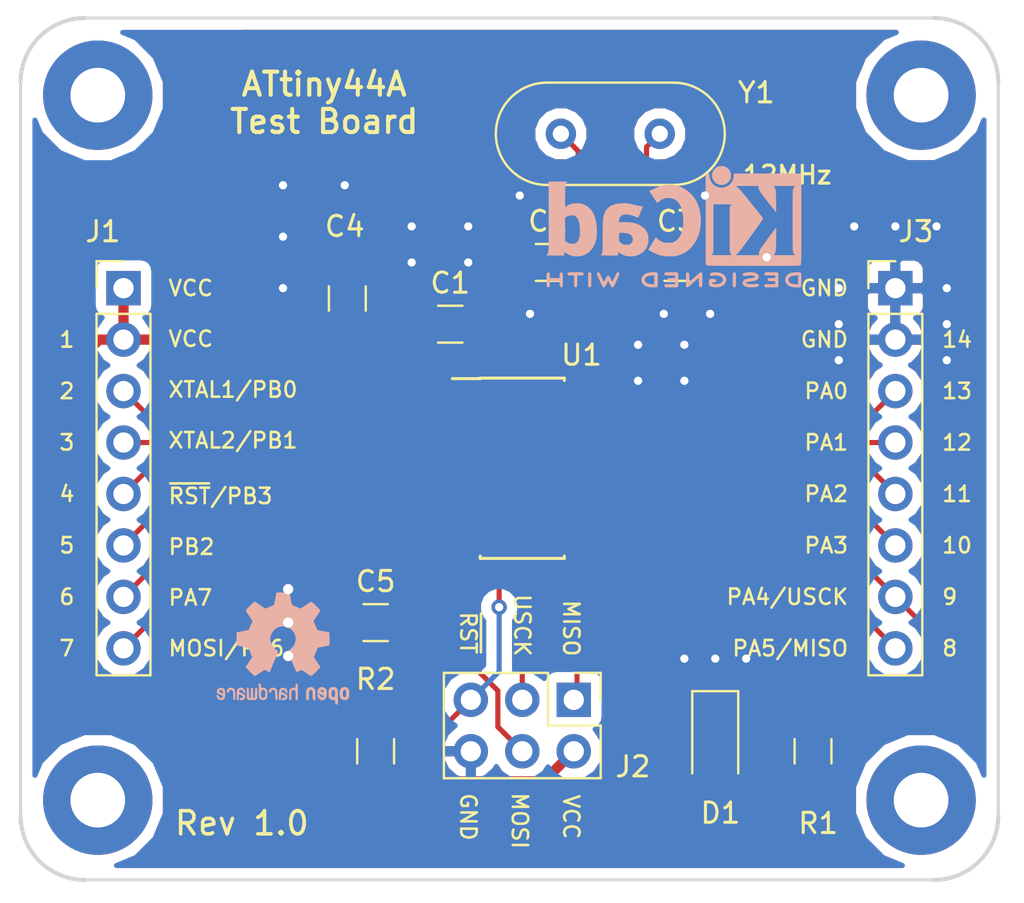
<source format=kicad_pcb>
(kicad_pcb (version 20171130) (host pcbnew "(5.0.2)-1")

  (general
    (thickness 1.6)
    (drawings 47)
    (tracks 111)
    (zones 0)
    (modules 19)
    (nets 16)
  )

  (page A4)
  (layers
    (0 F.Cu signal)
    (31 B.Cu signal)
    (36 B.SilkS user)
    (37 F.SilkS user)
    (38 B.Mask user)
    (39 F.Mask user)
    (44 Edge.Cuts user)
    (45 Margin user)
    (46 B.CrtYd user)
    (47 F.CrtYd user)
    (48 B.Fab user hide)
    (49 F.Fab user hide)
  )

  (setup
    (last_trace_width 0.254)
    (trace_clearance 0.2286)
    (zone_clearance 0.508)
    (zone_45_only no)
    (trace_min 0.1524)
    (segment_width 0.2)
    (edge_width 0.15)
    (via_size 0.762)
    (via_drill 0.4064)
    (via_min_size 0.6096)
    (via_min_drill 0.3302)
    (uvia_size 0.3)
    (uvia_drill 0.1)
    (uvias_allowed no)
    (uvia_min_size 0.2)
    (uvia_min_drill 0.1)
    (pcb_text_width 0.3)
    (pcb_text_size 1.5 1.5)
    (mod_edge_width 0.15)
    (mod_text_size 1 1)
    (mod_text_width 0.15)
    (pad_size 1.524 1.524)
    (pad_drill 0.762)
    (pad_to_mask_clearance 0.051)
    (solder_mask_min_width 0.25)
    (aux_axis_origin 0 0)
    (visible_elements 7FFFFFFF)
    (pcbplotparams
      (layerselection 0x010f0_ffffffff)
      (usegerberextensions false)
      (usegerberattributes false)
      (usegerberadvancedattributes false)
      (creategerberjobfile false)
      (excludeedgelayer true)
      (linewidth 0.100000)
      (plotframeref false)
      (viasonmask false)
      (mode 1)
      (useauxorigin false)
      (hpglpennumber 1)
      (hpglpenspeed 20)
      (hpglpendiameter 15.000000)
      (psnegative false)
      (psa4output false)
      (plotreference true)
      (plotvalue true)
      (plotinvisibletext false)
      (padsonsilk false)
      (subtractmaskfromsilk false)
      (outputformat 1)
      (mirror false)
      (drillshape 0)
      (scaleselection 1)
      (outputdirectory "gerbers/"))
  )

  (net 0 "")
  (net 1 VCC)
  (net 2 GND)
  (net 3 /XTAL1)
  (net 4 /XTAL2)
  (net 5 "Net-(D1-Pad2)")
  (net 6 /MOSI)
  (net 7 /PA7)
  (net 8 /PB2)
  (net 9 /~RESET)
  (net 10 /MISO)
  (net 11 /USCK)
  (net 12 /PA0)
  (net 13 /PA1)
  (net 14 /PA2)
  (net 15 /PA3)

  (net_class Default "This is the default net class."
    (clearance 0.2286)
    (trace_width 0.254)
    (via_dia 0.762)
    (via_drill 0.4064)
    (uvia_dia 0.3)
    (uvia_drill 0.1)
    (diff_pair_gap 0.2286)
    (diff_pair_width 0.2286)
    (add_net /MISO)
    (add_net /MOSI)
    (add_net /PA0)
    (add_net /PA1)
    (add_net /PA2)
    (add_net /PA3)
    (add_net /PA7)
    (add_net /PB2)
    (add_net /USCK)
    (add_net /XTAL1)
    (add_net /XTAL2)
    (add_net /~RESET)
    (add_net "Net-(D1-Pad2)")
  )

  (net_class Power ""
    (clearance 0.2286)
    (trace_width 0.508)
    (via_dia 0.889)
    (via_drill 0.508)
    (uvia_dia 0.3)
    (uvia_drill 0.1)
    (diff_pair_gap 0.2286)
    (diff_pair_width 0.2286)
    (add_net GND)
    (add_net VCC)
  )

  (module Capacitor_SMD:C_1206_3216Metric_Pad1.42x1.75mm_HandSolder (layer F.Cu) (tedit 5B301BBE) (tstamp 5C4195E8)
    (at 145.415 85.09)
    (descr "Capacitor SMD 1206 (3216 Metric), square (rectangular) end terminal, IPC_7351 nominal with elongated pad for handsoldering. (Body size source: http://www.tortai-tech.com/upload/download/2011102023233369053.pdf), generated with kicad-footprint-generator")
    (tags "capacitor handsolder")
    (path /5C32071D)
    (attr smd)
    (fp_text reference C1 (at 0 -2.032) (layer F.SilkS)
      (effects (font (size 1 1) (thickness 0.15)))
    )
    (fp_text value 0.1uF (at 0 1.82) (layer F.Fab)
      (effects (font (size 1 1) (thickness 0.15)))
    )
    (fp_line (start -1.6 0.8) (end -1.6 -0.8) (layer F.Fab) (width 0.1))
    (fp_line (start -1.6 -0.8) (end 1.6 -0.8) (layer F.Fab) (width 0.1))
    (fp_line (start 1.6 -0.8) (end 1.6 0.8) (layer F.Fab) (width 0.1))
    (fp_line (start 1.6 0.8) (end -1.6 0.8) (layer F.Fab) (width 0.1))
    (fp_line (start -0.602064 -0.91) (end 0.602064 -0.91) (layer F.SilkS) (width 0.12))
    (fp_line (start -0.602064 0.91) (end 0.602064 0.91) (layer F.SilkS) (width 0.12))
    (fp_line (start -2.45 1.12) (end -2.45 -1.12) (layer F.CrtYd) (width 0.05))
    (fp_line (start -2.45 -1.12) (end 2.45 -1.12) (layer F.CrtYd) (width 0.05))
    (fp_line (start 2.45 -1.12) (end 2.45 1.12) (layer F.CrtYd) (width 0.05))
    (fp_line (start 2.45 1.12) (end -2.45 1.12) (layer F.CrtYd) (width 0.05))
    (fp_text user %R (at 0 0) (layer F.Fab)
      (effects (font (size 0.8 0.8) (thickness 0.12)))
    )
    (pad 1 smd roundrect (at -1.4875 0) (size 1.425 1.75) (layers F.Cu F.Paste F.Mask) (roundrect_rratio 0.175439)
      (net 1 VCC))
    (pad 2 smd roundrect (at 1.4875 0) (size 1.425 1.75) (layers F.Cu F.Paste F.Mask) (roundrect_rratio 0.175439)
      (net 2 GND))
    (model ${KISYS3DMOD}/Capacitor_SMD.3dshapes/C_1206_3216Metric.wrl
      (at (xyz 0 0 0))
      (scale (xyz 1 1 1))
      (rotate (xyz 0 0 0))
    )
  )

  (module Capacitor_SMD:C_1206_3216Metric_Pad1.42x1.75mm_HandSolder (layer F.Cu) (tedit 5B301BBE) (tstamp 5C41971A)
    (at 150.241 82.042 180)
    (descr "Capacitor SMD 1206 (3216 Metric), square (rectangular) end terminal, IPC_7351 nominal with elongated pad for handsoldering. (Body size source: http://www.tortai-tech.com/upload/download/2011102023233369053.pdf), generated with kicad-footprint-generator")
    (tags "capacitor handsolder")
    (path /5C320779)
    (attr smd)
    (fp_text reference C2 (at 0 2.032 180) (layer F.SilkS)
      (effects (font (size 1 1) (thickness 0.15)))
    )
    (fp_text value 22pF (at 0 1.82 180) (layer F.Fab)
      (effects (font (size 1 1) (thickness 0.15)))
    )
    (fp_text user %R (at 0 0 180) (layer F.Fab)
      (effects (font (size 0.8 0.8) (thickness 0.12)))
    )
    (fp_line (start 2.45 1.12) (end -2.45 1.12) (layer F.CrtYd) (width 0.05))
    (fp_line (start 2.45 -1.12) (end 2.45 1.12) (layer F.CrtYd) (width 0.05))
    (fp_line (start -2.45 -1.12) (end 2.45 -1.12) (layer F.CrtYd) (width 0.05))
    (fp_line (start -2.45 1.12) (end -2.45 -1.12) (layer F.CrtYd) (width 0.05))
    (fp_line (start -0.602064 0.91) (end 0.602064 0.91) (layer F.SilkS) (width 0.12))
    (fp_line (start -0.602064 -0.91) (end 0.602064 -0.91) (layer F.SilkS) (width 0.12))
    (fp_line (start 1.6 0.8) (end -1.6 0.8) (layer F.Fab) (width 0.1))
    (fp_line (start 1.6 -0.8) (end 1.6 0.8) (layer F.Fab) (width 0.1))
    (fp_line (start -1.6 -0.8) (end 1.6 -0.8) (layer F.Fab) (width 0.1))
    (fp_line (start -1.6 0.8) (end -1.6 -0.8) (layer F.Fab) (width 0.1))
    (pad 2 smd roundrect (at 1.4875 0 180) (size 1.425 1.75) (layers F.Cu F.Paste F.Mask) (roundrect_rratio 0.175439)
      (net 2 GND))
    (pad 1 smd roundrect (at -1.4875 0 180) (size 1.425 1.75) (layers F.Cu F.Paste F.Mask) (roundrect_rratio 0.175439)
      (net 3 /XTAL1))
    (model ${KISYS3DMOD}/Capacitor_SMD.3dshapes/C_1206_3216Metric.wrl
      (at (xyz 0 0 0))
      (scale (xyz 1 1 1))
      (rotate (xyz 0 0 0))
    )
  )

  (module Capacitor_SMD:C_1206_3216Metric_Pad1.42x1.75mm_HandSolder (layer F.Cu) (tedit 5B301BBE) (tstamp 5C4196EA)
    (at 156.591 82.042)
    (descr "Capacitor SMD 1206 (3216 Metric), square (rectangular) end terminal, IPC_7351 nominal with elongated pad for handsoldering. (Body size source: http://www.tortai-tech.com/upload/download/2011102023233369053.pdf), generated with kicad-footprint-generator")
    (tags "capacitor handsolder")
    (path /5C3207AA)
    (attr smd)
    (fp_text reference C3 (at 0 -2.032) (layer F.SilkS)
      (effects (font (size 1 1) (thickness 0.15)))
    )
    (fp_text value 22pF (at 0 1.82) (layer F.Fab)
      (effects (font (size 1 1) (thickness 0.15)))
    )
    (fp_line (start -1.6 0.8) (end -1.6 -0.8) (layer F.Fab) (width 0.1))
    (fp_line (start -1.6 -0.8) (end 1.6 -0.8) (layer F.Fab) (width 0.1))
    (fp_line (start 1.6 -0.8) (end 1.6 0.8) (layer F.Fab) (width 0.1))
    (fp_line (start 1.6 0.8) (end -1.6 0.8) (layer F.Fab) (width 0.1))
    (fp_line (start -0.602064 -0.91) (end 0.602064 -0.91) (layer F.SilkS) (width 0.12))
    (fp_line (start -0.602064 0.91) (end 0.602064 0.91) (layer F.SilkS) (width 0.12))
    (fp_line (start -2.45 1.12) (end -2.45 -1.12) (layer F.CrtYd) (width 0.05))
    (fp_line (start -2.45 -1.12) (end 2.45 -1.12) (layer F.CrtYd) (width 0.05))
    (fp_line (start 2.45 -1.12) (end 2.45 1.12) (layer F.CrtYd) (width 0.05))
    (fp_line (start 2.45 1.12) (end -2.45 1.12) (layer F.CrtYd) (width 0.05))
    (fp_text user %R (at 0 0) (layer F.Fab)
      (effects (font (size 0.8 0.8) (thickness 0.12)))
    )
    (pad 1 smd roundrect (at -1.4875 0) (size 1.425 1.75) (layers F.Cu F.Paste F.Mask) (roundrect_rratio 0.175439)
      (net 4 /XTAL2))
    (pad 2 smd roundrect (at 1.4875 0) (size 1.425 1.75) (layers F.Cu F.Paste F.Mask) (roundrect_rratio 0.175439)
      (net 2 GND))
    (model ${KISYS3DMOD}/Capacitor_SMD.3dshapes/C_1206_3216Metric.wrl
      (at (xyz 0 0 0))
      (scale (xyz 1 1 1))
      (rotate (xyz 0 0 0))
    )
  )

  (module Capacitor_SMD:C_1206_3216Metric_Pad1.42x1.75mm_HandSolder (layer F.Cu) (tedit 5B301BBE) (tstamp 5C4195B8)
    (at 140.335 83.82 90)
    (descr "Capacitor SMD 1206 (3216 Metric), square (rectangular) end terminal, IPC_7351 nominal with elongated pad for handsoldering. (Body size source: http://www.tortai-tech.com/upload/download/2011102023233369053.pdf), generated with kicad-footprint-generator")
    (tags "capacitor handsolder")
    (path /5C34A3FB)
    (attr smd)
    (fp_text reference C4 (at 3.556 -0.127 180) (layer F.SilkS)
      (effects (font (size 1 1) (thickness 0.15)))
    )
    (fp_text value 10uF (at 0 1.82 90) (layer F.Fab)
      (effects (font (size 1 1) (thickness 0.15)))
    )
    (fp_text user %R (at 0 0 90) (layer F.Fab)
      (effects (font (size 0.8 0.8) (thickness 0.12)))
    )
    (fp_line (start 2.45 1.12) (end -2.45 1.12) (layer F.CrtYd) (width 0.05))
    (fp_line (start 2.45 -1.12) (end 2.45 1.12) (layer F.CrtYd) (width 0.05))
    (fp_line (start -2.45 -1.12) (end 2.45 -1.12) (layer F.CrtYd) (width 0.05))
    (fp_line (start -2.45 1.12) (end -2.45 -1.12) (layer F.CrtYd) (width 0.05))
    (fp_line (start -0.602064 0.91) (end 0.602064 0.91) (layer F.SilkS) (width 0.12))
    (fp_line (start -0.602064 -0.91) (end 0.602064 -0.91) (layer F.SilkS) (width 0.12))
    (fp_line (start 1.6 0.8) (end -1.6 0.8) (layer F.Fab) (width 0.1))
    (fp_line (start 1.6 -0.8) (end 1.6 0.8) (layer F.Fab) (width 0.1))
    (fp_line (start -1.6 -0.8) (end 1.6 -0.8) (layer F.Fab) (width 0.1))
    (fp_line (start -1.6 0.8) (end -1.6 -0.8) (layer F.Fab) (width 0.1))
    (pad 2 smd roundrect (at 1.4875 0 90) (size 1.425 1.75) (layers F.Cu F.Paste F.Mask) (roundrect_rratio 0.175439)
      (net 2 GND))
    (pad 1 smd roundrect (at -1.4875 0 90) (size 1.425 1.75) (layers F.Cu F.Paste F.Mask) (roundrect_rratio 0.175439)
      (net 1 VCC))
    (model ${KISYS3DMOD}/Capacitor_SMD.3dshapes/C_1206_3216Metric.wrl
      (at (xyz 0 0 0))
      (scale (xyz 1 1 1))
      (rotate (xyz 0 0 0))
    )
  )

  (module LED_SMD:LED_1206_3216Metric_Pad1.42x1.75mm_HandSolder (layer F.Cu) (tedit 5B4B45C9) (tstamp 5C41979D)
    (at 158.496 105.664 270)
    (descr "LED SMD 1206 (3216 Metric), square (rectangular) end terminal, IPC_7351 nominal, (Body size source: http://www.tortai-tech.com/upload/download/2011102023233369053.pdf), generated with kicad-footprint-generator")
    (tags "LED handsolder")
    (path /5C3C94E9)
    (attr smd)
    (fp_text reference D1 (at 3.556 -0.254) (layer F.SilkS)
      (effects (font (size 1 1) (thickness 0.15)))
    )
    (fp_text value LED (at 0 1.82 270) (layer F.Fab)
      (effects (font (size 1 1) (thickness 0.15)))
    )
    (fp_line (start 1.6 -0.8) (end -1.2 -0.8) (layer F.Fab) (width 0.1))
    (fp_line (start -1.2 -0.8) (end -1.6 -0.4) (layer F.Fab) (width 0.1))
    (fp_line (start -1.6 -0.4) (end -1.6 0.8) (layer F.Fab) (width 0.1))
    (fp_line (start -1.6 0.8) (end 1.6 0.8) (layer F.Fab) (width 0.1))
    (fp_line (start 1.6 0.8) (end 1.6 -0.8) (layer F.Fab) (width 0.1))
    (fp_line (start 1.6 -1.135) (end -2.46 -1.135) (layer F.SilkS) (width 0.12))
    (fp_line (start -2.46 -1.135) (end -2.46 1.135) (layer F.SilkS) (width 0.12))
    (fp_line (start -2.46 1.135) (end 1.6 1.135) (layer F.SilkS) (width 0.12))
    (fp_line (start -2.45 1.12) (end -2.45 -1.12) (layer F.CrtYd) (width 0.05))
    (fp_line (start -2.45 -1.12) (end 2.45 -1.12) (layer F.CrtYd) (width 0.05))
    (fp_line (start 2.45 -1.12) (end 2.45 1.12) (layer F.CrtYd) (width 0.05))
    (fp_line (start 2.45 1.12) (end -2.45 1.12) (layer F.CrtYd) (width 0.05))
    (fp_text user %R (at 0 0 270) (layer F.Fab)
      (effects (font (size 0.8 0.8) (thickness 0.12)))
    )
    (pad 1 smd roundrect (at -1.4875 0 270) (size 1.425 1.75) (layers F.Cu F.Paste F.Mask) (roundrect_rratio 0.175439)
      (net 2 GND))
    (pad 2 smd roundrect (at 1.4875 0 270) (size 1.425 1.75) (layers F.Cu F.Paste F.Mask) (roundrect_rratio 0.175439)
      (net 5 "Net-(D1-Pad2)"))
    (model ${KISYS3DMOD}/LED_SMD.3dshapes/LED_1206_3216Metric.wrl
      (at (xyz 0 0 0))
      (scale (xyz 1 1 1))
      (rotate (xyz 0 0 0))
    )
  )

  (module Connector_PinHeader_2.54mm:PinHeader_1x08_P2.54mm_Vertical (layer F.Cu) (tedit 59FED5CC) (tstamp 5C419623)
    (at 129.286 83.312)
    (descr "Through hole straight pin header, 1x08, 2.54mm pitch, single row")
    (tags "Through hole pin header THT 1x08 2.54mm single row")
    (path /5C36283A)
    (fp_text reference J1 (at -1.016 -2.794) (layer F.SilkS)
      (effects (font (size 1 1) (thickness 0.15)))
    )
    (fp_text value Conn_01x08 (at 0 20.11) (layer F.Fab)
      (effects (font (size 1 1) (thickness 0.15)))
    )
    (fp_text user %R (at 0 8.89 90) (layer F.Fab)
      (effects (font (size 1 1) (thickness 0.15)))
    )
    (fp_line (start 1.8 -1.8) (end -1.8 -1.8) (layer F.CrtYd) (width 0.05))
    (fp_line (start 1.8 19.55) (end 1.8 -1.8) (layer F.CrtYd) (width 0.05))
    (fp_line (start -1.8 19.55) (end 1.8 19.55) (layer F.CrtYd) (width 0.05))
    (fp_line (start -1.8 -1.8) (end -1.8 19.55) (layer F.CrtYd) (width 0.05))
    (fp_line (start -1.33 -1.33) (end 0 -1.33) (layer F.SilkS) (width 0.12))
    (fp_line (start -1.33 0) (end -1.33 -1.33) (layer F.SilkS) (width 0.12))
    (fp_line (start -1.33 1.27) (end 1.33 1.27) (layer F.SilkS) (width 0.12))
    (fp_line (start 1.33 1.27) (end 1.33 19.11) (layer F.SilkS) (width 0.12))
    (fp_line (start -1.33 1.27) (end -1.33 19.11) (layer F.SilkS) (width 0.12))
    (fp_line (start -1.33 19.11) (end 1.33 19.11) (layer F.SilkS) (width 0.12))
    (fp_line (start -1.27 -0.635) (end -0.635 -1.27) (layer F.Fab) (width 0.1))
    (fp_line (start -1.27 19.05) (end -1.27 -0.635) (layer F.Fab) (width 0.1))
    (fp_line (start 1.27 19.05) (end -1.27 19.05) (layer F.Fab) (width 0.1))
    (fp_line (start 1.27 -1.27) (end 1.27 19.05) (layer F.Fab) (width 0.1))
    (fp_line (start -0.635 -1.27) (end 1.27 -1.27) (layer F.Fab) (width 0.1))
    (pad 8 thru_hole oval (at 0 17.78) (size 1.7 1.7) (drill 1) (layers *.Cu *.Mask)
      (net 6 /MOSI))
    (pad 7 thru_hole oval (at 0 15.24) (size 1.7 1.7) (drill 1) (layers *.Cu *.Mask)
      (net 7 /PA7))
    (pad 6 thru_hole oval (at 0 12.7) (size 1.7 1.7) (drill 1) (layers *.Cu *.Mask)
      (net 8 /PB2))
    (pad 5 thru_hole oval (at 0 10.16) (size 1.7 1.7) (drill 1) (layers *.Cu *.Mask)
      (net 9 /~RESET))
    (pad 4 thru_hole oval (at 0 7.62) (size 1.7 1.7) (drill 1) (layers *.Cu *.Mask)
      (net 4 /XTAL2))
    (pad 3 thru_hole oval (at 0 5.08) (size 1.7 1.7) (drill 1) (layers *.Cu *.Mask)
      (net 3 /XTAL1))
    (pad 2 thru_hole oval (at 0 2.54) (size 1.7 1.7) (drill 1) (layers *.Cu *.Mask)
      (net 1 VCC))
    (pad 1 thru_hole rect (at 0 0) (size 1.7 1.7) (drill 1) (layers *.Cu *.Mask)
      (net 1 VCC))
    (model ${KISYS3DMOD}/Connector_PinHeader_2.54mm.3dshapes/PinHeader_1x08_P2.54mm_Vertical.wrl
      (at (xyz 0 0 0))
      (scale (xyz 1 1 1))
      (rotate (xyz 0 0 0))
    )
  )

  (module Connector_PinHeader_2.54mm:PinHeader_2x03_P2.54mm_Vertical (layer F.Cu) (tedit 59FED5CC) (tstamp 5C4196A4)
    (at 151.511 103.632 270)
    (descr "Through hole straight pin header, 2x03, 2.54mm pitch, double rows")
    (tags "Through hole pin header THT 2x03 2.54mm double row")
    (path /5C360A9A)
    (fp_text reference J2 (at 3.302 -2.921) (layer F.SilkS)
      (effects (font (size 1 1) (thickness 0.15)))
    )
    (fp_text value Conn_02x03_Odd_Even (at 1.27 7.41 270) (layer F.Fab)
      (effects (font (size 1 1) (thickness 0.15)))
    )
    (fp_line (start 0 -1.27) (end 3.81 -1.27) (layer F.Fab) (width 0.1))
    (fp_line (start 3.81 -1.27) (end 3.81 6.35) (layer F.Fab) (width 0.1))
    (fp_line (start 3.81 6.35) (end -1.27 6.35) (layer F.Fab) (width 0.1))
    (fp_line (start -1.27 6.35) (end -1.27 0) (layer F.Fab) (width 0.1))
    (fp_line (start -1.27 0) (end 0 -1.27) (layer F.Fab) (width 0.1))
    (fp_line (start -1.33 6.41) (end 3.87 6.41) (layer F.SilkS) (width 0.12))
    (fp_line (start -1.33 1.27) (end -1.33 6.41) (layer F.SilkS) (width 0.12))
    (fp_line (start 3.87 -1.33) (end 3.87 6.41) (layer F.SilkS) (width 0.12))
    (fp_line (start -1.33 1.27) (end 1.27 1.27) (layer F.SilkS) (width 0.12))
    (fp_line (start 1.27 1.27) (end 1.27 -1.33) (layer F.SilkS) (width 0.12))
    (fp_line (start 1.27 -1.33) (end 3.87 -1.33) (layer F.SilkS) (width 0.12))
    (fp_line (start -1.33 0) (end -1.33 -1.33) (layer F.SilkS) (width 0.12))
    (fp_line (start -1.33 -1.33) (end 0 -1.33) (layer F.SilkS) (width 0.12))
    (fp_line (start -1.8 -1.8) (end -1.8 6.85) (layer F.CrtYd) (width 0.05))
    (fp_line (start -1.8 6.85) (end 4.35 6.85) (layer F.CrtYd) (width 0.05))
    (fp_line (start 4.35 6.85) (end 4.35 -1.8) (layer F.CrtYd) (width 0.05))
    (fp_line (start 4.35 -1.8) (end -1.8 -1.8) (layer F.CrtYd) (width 0.05))
    (fp_text user %R (at 1.27 2.54) (layer F.Fab)
      (effects (font (size 1 1) (thickness 0.15)))
    )
    (pad 1 thru_hole rect (at 0 0 270) (size 1.7 1.7) (drill 1) (layers *.Cu *.Mask)
      (net 10 /MISO))
    (pad 2 thru_hole oval (at 2.54 0 270) (size 1.7 1.7) (drill 1) (layers *.Cu *.Mask)
      (net 1 VCC))
    (pad 3 thru_hole oval (at 0 2.54 270) (size 1.7 1.7) (drill 1) (layers *.Cu *.Mask)
      (net 11 /USCK))
    (pad 4 thru_hole oval (at 2.54 2.54 270) (size 1.7 1.7) (drill 1) (layers *.Cu *.Mask)
      (net 6 /MOSI))
    (pad 5 thru_hole oval (at 0 5.08 270) (size 1.7 1.7) (drill 1) (layers *.Cu *.Mask)
      (net 9 /~RESET))
    (pad 6 thru_hole oval (at 2.54 5.08 270) (size 1.7 1.7) (drill 1) (layers *.Cu *.Mask)
      (net 2 GND))
    (model ${KISYS3DMOD}/Connector_PinHeader_2.54mm.3dshapes/PinHeader_2x03_P2.54mm_Vertical.wrl
      (at (xyz 0 0 0))
      (scale (xyz 1 1 1))
      (rotate (xyz 0 0 0))
    )
  )

  (module Connector_PinHeader_2.54mm:PinHeader_1x08_P2.54mm_Vertical (layer F.Cu) (tedit 59FED5CC) (tstamp 5C419755)
    (at 167.386 83.312)
    (descr "Through hole straight pin header, 1x08, 2.54mm pitch, single row")
    (tags "Through hole pin header THT 1x08 2.54mm single row")
    (path /5C362673)
    (fp_text reference J3 (at 1.016 -2.794) (layer F.SilkS)
      (effects (font (size 1 1) (thickness 0.15)))
    )
    (fp_text value Conn_01x08 (at 0 20.11) (layer F.Fab)
      (effects (font (size 1 1) (thickness 0.15)))
    )
    (fp_line (start -0.635 -1.27) (end 1.27 -1.27) (layer F.Fab) (width 0.1))
    (fp_line (start 1.27 -1.27) (end 1.27 19.05) (layer F.Fab) (width 0.1))
    (fp_line (start 1.27 19.05) (end -1.27 19.05) (layer F.Fab) (width 0.1))
    (fp_line (start -1.27 19.05) (end -1.27 -0.635) (layer F.Fab) (width 0.1))
    (fp_line (start -1.27 -0.635) (end -0.635 -1.27) (layer F.Fab) (width 0.1))
    (fp_line (start -1.33 19.11) (end 1.33 19.11) (layer F.SilkS) (width 0.12))
    (fp_line (start -1.33 1.27) (end -1.33 19.11) (layer F.SilkS) (width 0.12))
    (fp_line (start 1.33 1.27) (end 1.33 19.11) (layer F.SilkS) (width 0.12))
    (fp_line (start -1.33 1.27) (end 1.33 1.27) (layer F.SilkS) (width 0.12))
    (fp_line (start -1.33 0) (end -1.33 -1.33) (layer F.SilkS) (width 0.12))
    (fp_line (start -1.33 -1.33) (end 0 -1.33) (layer F.SilkS) (width 0.12))
    (fp_line (start -1.8 -1.8) (end -1.8 19.55) (layer F.CrtYd) (width 0.05))
    (fp_line (start -1.8 19.55) (end 1.8 19.55) (layer F.CrtYd) (width 0.05))
    (fp_line (start 1.8 19.55) (end 1.8 -1.8) (layer F.CrtYd) (width 0.05))
    (fp_line (start 1.8 -1.8) (end -1.8 -1.8) (layer F.CrtYd) (width 0.05))
    (fp_text user %R (at 0 8.89 90) (layer F.Fab)
      (effects (font (size 1 1) (thickness 0.15)))
    )
    (pad 1 thru_hole rect (at 0 0) (size 1.7 1.7) (drill 1) (layers *.Cu *.Mask)
      (net 2 GND))
    (pad 2 thru_hole oval (at 0 2.54) (size 1.7 1.7) (drill 1) (layers *.Cu *.Mask)
      (net 2 GND))
    (pad 3 thru_hole oval (at 0 5.08) (size 1.7 1.7) (drill 1) (layers *.Cu *.Mask)
      (net 12 /PA0))
    (pad 4 thru_hole oval (at 0 7.62) (size 1.7 1.7) (drill 1) (layers *.Cu *.Mask)
      (net 13 /PA1))
    (pad 5 thru_hole oval (at 0 10.16) (size 1.7 1.7) (drill 1) (layers *.Cu *.Mask)
      (net 14 /PA2))
    (pad 6 thru_hole oval (at 0 12.7) (size 1.7 1.7) (drill 1) (layers *.Cu *.Mask)
      (net 15 /PA3))
    (pad 7 thru_hole oval (at 0 15.24) (size 1.7 1.7) (drill 1) (layers *.Cu *.Mask)
      (net 11 /USCK))
    (pad 8 thru_hole oval (at 0 17.78) (size 1.7 1.7) (drill 1) (layers *.Cu *.Mask)
      (net 10 /MISO))
    (model ${KISYS3DMOD}/Connector_PinHeader_2.54mm.3dshapes/PinHeader_1x08_P2.54mm_Vertical.wrl
      (at (xyz 0 0 0))
      (scale (xyz 1 1 1))
      (rotate (xyz 0 0 0))
    )
  )

  (module Resistor_SMD:R_1206_3216Metric_Pad1.42x1.75mm_HandSolder (layer F.Cu) (tedit 5B301BBD) (tstamp 5C4197D1)
    (at 163.322 106.172 270)
    (descr "Resistor SMD 1206 (3216 Metric), square (rectangular) end terminal, IPC_7351 nominal with elongated pad for handsoldering. (Body size source: http://www.tortai-tech.com/upload/download/2011102023233369053.pdf), generated with kicad-footprint-generator")
    (tags "resistor handsolder")
    (path /5C3C80C9)
    (attr smd)
    (fp_text reference R1 (at 3.556 -0.254 180) (layer F.SilkS)
      (effects (font (size 1 1) (thickness 0.15)))
    )
    (fp_text value 1k (at 0 1.82 270) (layer F.Fab)
      (effects (font (size 1 1) (thickness 0.15)))
    )
    (fp_text user %R (at 0 0 270) (layer F.Fab)
      (effects (font (size 0.8 0.8) (thickness 0.12)))
    )
    (fp_line (start 2.45 1.12) (end -2.45 1.12) (layer F.CrtYd) (width 0.05))
    (fp_line (start 2.45 -1.12) (end 2.45 1.12) (layer F.CrtYd) (width 0.05))
    (fp_line (start -2.45 -1.12) (end 2.45 -1.12) (layer F.CrtYd) (width 0.05))
    (fp_line (start -2.45 1.12) (end -2.45 -1.12) (layer F.CrtYd) (width 0.05))
    (fp_line (start -0.602064 0.91) (end 0.602064 0.91) (layer F.SilkS) (width 0.12))
    (fp_line (start -0.602064 -0.91) (end 0.602064 -0.91) (layer F.SilkS) (width 0.12))
    (fp_line (start 1.6 0.8) (end -1.6 0.8) (layer F.Fab) (width 0.1))
    (fp_line (start 1.6 -0.8) (end 1.6 0.8) (layer F.Fab) (width 0.1))
    (fp_line (start -1.6 -0.8) (end 1.6 -0.8) (layer F.Fab) (width 0.1))
    (fp_line (start -1.6 0.8) (end -1.6 -0.8) (layer F.Fab) (width 0.1))
    (pad 2 smd roundrect (at 1.4875 0 270) (size 1.425 1.75) (layers F.Cu F.Paste F.Mask) (roundrect_rratio 0.175439)
      (net 5 "Net-(D1-Pad2)"))
    (pad 1 smd roundrect (at -1.4875 0 270) (size 1.425 1.75) (layers F.Cu F.Paste F.Mask) (roundrect_rratio 0.175439)
      (net 11 /USCK))
    (model ${KISYS3DMOD}/Resistor_SMD.3dshapes/R_1206_3216Metric.wrl
      (at (xyz 0 0 0))
      (scale (xyz 1 1 1))
      (rotate (xyz 0 0 0))
    )
  )

  (module Resistor_SMD:R_1206_3216Metric_Pad1.42x1.75mm_HandSolder (layer F.Cu) (tedit 5B301BBD) (tstamp 5C419DFA)
    (at 141.732 106.172 90)
    (descr "Resistor SMD 1206 (3216 Metric), square (rectangular) end terminal, IPC_7351 nominal with elongated pad for handsoldering. (Body size source: http://www.tortai-tech.com/upload/download/2011102023233369053.pdf), generated with kicad-footprint-generator")
    (tags "resistor handsolder")
    (path /5C3C3262)
    (attr smd)
    (fp_text reference R2 (at 3.556 0 180) (layer F.SilkS)
      (effects (font (size 1 1) (thickness 0.15)))
    )
    (fp_text value 22k (at 0 1.82 90) (layer F.Fab)
      (effects (font (size 1 1) (thickness 0.15)))
    )
    (fp_line (start -1.6 0.8) (end -1.6 -0.8) (layer F.Fab) (width 0.1))
    (fp_line (start -1.6 -0.8) (end 1.6 -0.8) (layer F.Fab) (width 0.1))
    (fp_line (start 1.6 -0.8) (end 1.6 0.8) (layer F.Fab) (width 0.1))
    (fp_line (start 1.6 0.8) (end -1.6 0.8) (layer F.Fab) (width 0.1))
    (fp_line (start -0.602064 -0.91) (end 0.602064 -0.91) (layer F.SilkS) (width 0.12))
    (fp_line (start -0.602064 0.91) (end 0.602064 0.91) (layer F.SilkS) (width 0.12))
    (fp_line (start -2.45 1.12) (end -2.45 -1.12) (layer F.CrtYd) (width 0.05))
    (fp_line (start -2.45 -1.12) (end 2.45 -1.12) (layer F.CrtYd) (width 0.05))
    (fp_line (start 2.45 -1.12) (end 2.45 1.12) (layer F.CrtYd) (width 0.05))
    (fp_line (start 2.45 1.12) (end -2.45 1.12) (layer F.CrtYd) (width 0.05))
    (fp_text user %R (at 0 0 90) (layer F.Fab)
      (effects (font (size 0.8 0.8) (thickness 0.12)))
    )
    (pad 1 smd roundrect (at -1.4875 0 90) (size 1.425 1.75) (layers F.Cu F.Paste F.Mask) (roundrect_rratio 0.175439)
      (net 1 VCC))
    (pad 2 smd roundrect (at 1.4875 0 90) (size 1.425 1.75) (layers F.Cu F.Paste F.Mask) (roundrect_rratio 0.175439)
      (net 9 /~RESET))
    (model ${KISYS3DMOD}/Resistor_SMD.3dshapes/R_1206_3216Metric.wrl
      (at (xyz 0 0 0))
      (scale (xyz 1 1 1))
      (rotate (xyz 0 0 0))
    )
  )

  (module Package_SO:SOIC-14_3.9x8.7mm_P1.27mm (layer F.Cu) (tedit 5A02F2D3) (tstamp 5C419564)
    (at 148.971 92.202)
    (descr "14-Lead Plastic Small Outline (SL) - Narrow, 3.90 mm Body [SOIC] (see Microchip Packaging Specification 00000049BS.pdf)")
    (tags "SOIC 1.27")
    (path /5C32031D)
    (attr smd)
    (fp_text reference U1 (at 2.921 -5.588) (layer F.SilkS)
      (effects (font (size 1 1) (thickness 0.15)))
    )
    (fp_text value ATtiny44A-SSU (at 0 5.375) (layer F.Fab)
      (effects (font (size 1 1) (thickness 0.15)))
    )
    (fp_text user %R (at 0 0) (layer F.Fab)
      (effects (font (size 0.9 0.9) (thickness 0.135)))
    )
    (fp_line (start -0.95 -4.35) (end 1.95 -4.35) (layer F.Fab) (width 0.15))
    (fp_line (start 1.95 -4.35) (end 1.95 4.35) (layer F.Fab) (width 0.15))
    (fp_line (start 1.95 4.35) (end -1.95 4.35) (layer F.Fab) (width 0.15))
    (fp_line (start -1.95 4.35) (end -1.95 -3.35) (layer F.Fab) (width 0.15))
    (fp_line (start -1.95 -3.35) (end -0.95 -4.35) (layer F.Fab) (width 0.15))
    (fp_line (start -3.7 -4.65) (end -3.7 4.65) (layer F.CrtYd) (width 0.05))
    (fp_line (start 3.7 -4.65) (end 3.7 4.65) (layer F.CrtYd) (width 0.05))
    (fp_line (start -3.7 -4.65) (end 3.7 -4.65) (layer F.CrtYd) (width 0.05))
    (fp_line (start -3.7 4.65) (end 3.7 4.65) (layer F.CrtYd) (width 0.05))
    (fp_line (start -2.075 -4.45) (end -2.075 -4.425) (layer F.SilkS) (width 0.15))
    (fp_line (start 2.075 -4.45) (end 2.075 -4.335) (layer F.SilkS) (width 0.15))
    (fp_line (start 2.075 4.45) (end 2.075 4.335) (layer F.SilkS) (width 0.15))
    (fp_line (start -2.075 4.45) (end -2.075 4.335) (layer F.SilkS) (width 0.15))
    (fp_line (start -2.075 -4.45) (end 2.075 -4.45) (layer F.SilkS) (width 0.15))
    (fp_line (start -2.075 4.45) (end 2.075 4.45) (layer F.SilkS) (width 0.15))
    (fp_line (start -2.075 -4.425) (end -3.45 -4.425) (layer F.SilkS) (width 0.15))
    (pad 1 smd rect (at -2.7 -3.81) (size 1.5 0.6) (layers F.Cu F.Paste F.Mask)
      (net 1 VCC))
    (pad 2 smd rect (at -2.7 -2.54) (size 1.5 0.6) (layers F.Cu F.Paste F.Mask)
      (net 3 /XTAL1))
    (pad 3 smd rect (at -2.7 -1.27) (size 1.5 0.6) (layers F.Cu F.Paste F.Mask)
      (net 4 /XTAL2))
    (pad 4 smd rect (at -2.7 0) (size 1.5 0.6) (layers F.Cu F.Paste F.Mask)
      (net 9 /~RESET))
    (pad 5 smd rect (at -2.7 1.27) (size 1.5 0.6) (layers F.Cu F.Paste F.Mask)
      (net 8 /PB2))
    (pad 6 smd rect (at -2.7 2.54) (size 1.5 0.6) (layers F.Cu F.Paste F.Mask)
      (net 7 /PA7))
    (pad 7 smd rect (at -2.7 3.81) (size 1.5 0.6) (layers F.Cu F.Paste F.Mask)
      (net 6 /MOSI))
    (pad 8 smd rect (at 2.7 3.81) (size 1.5 0.6) (layers F.Cu F.Paste F.Mask)
      (net 10 /MISO))
    (pad 9 smd rect (at 2.7 2.54) (size 1.5 0.6) (layers F.Cu F.Paste F.Mask)
      (net 11 /USCK))
    (pad 10 smd rect (at 2.7 1.27) (size 1.5 0.6) (layers F.Cu F.Paste F.Mask)
      (net 15 /PA3))
    (pad 11 smd rect (at 2.7 0) (size 1.5 0.6) (layers F.Cu F.Paste F.Mask)
      (net 14 /PA2))
    (pad 12 smd rect (at 2.7 -1.27) (size 1.5 0.6) (layers F.Cu F.Paste F.Mask)
      (net 13 /PA1))
    (pad 13 smd rect (at 2.7 -2.54) (size 1.5 0.6) (layers F.Cu F.Paste F.Mask)
      (net 12 /PA0))
    (pad 14 smd rect (at 2.7 -3.81) (size 1.5 0.6) (layers F.Cu F.Paste F.Mask)
      (net 2 GND))
    (model ${KISYS3DMOD}/Package_SO.3dshapes/SOIC-14_3.9x8.7mm_P1.27mm.wrl
      (at (xyz 0 0 0))
      (scale (xyz 1 1 1))
      (rotate (xyz 0 0 0))
    )
  )

  (module Capacitor_SMD:C_1206_3216Metric_Pad1.42x1.75mm_HandSolder (layer F.Cu) (tedit 5B301BBE) (tstamp 5C4262D7)
    (at 141.732 99.822 180)
    (descr "Capacitor SMD 1206 (3216 Metric), square (rectangular) end terminal, IPC_7351 nominal with elongated pad for handsoldering. (Body size source: http://www.tortai-tech.com/upload/download/2011102023233369053.pdf), generated with kicad-footprint-generator")
    (tags "capacitor handsolder")
    (path /5C35E998)
    (attr smd)
    (fp_text reference C5 (at 0 2.032 180) (layer F.SilkS)
      (effects (font (size 1 1) (thickness 0.15)))
    )
    (fp_text value 0.1uF (at 0 1.82 180) (layer F.Fab)
      (effects (font (size 1 1) (thickness 0.15)))
    )
    (fp_line (start -1.6 0.8) (end -1.6 -0.8) (layer F.Fab) (width 0.1))
    (fp_line (start -1.6 -0.8) (end 1.6 -0.8) (layer F.Fab) (width 0.1))
    (fp_line (start 1.6 -0.8) (end 1.6 0.8) (layer F.Fab) (width 0.1))
    (fp_line (start 1.6 0.8) (end -1.6 0.8) (layer F.Fab) (width 0.1))
    (fp_line (start -0.602064 -0.91) (end 0.602064 -0.91) (layer F.SilkS) (width 0.12))
    (fp_line (start -0.602064 0.91) (end 0.602064 0.91) (layer F.SilkS) (width 0.12))
    (fp_line (start -2.45 1.12) (end -2.45 -1.12) (layer F.CrtYd) (width 0.05))
    (fp_line (start -2.45 -1.12) (end 2.45 -1.12) (layer F.CrtYd) (width 0.05))
    (fp_line (start 2.45 -1.12) (end 2.45 1.12) (layer F.CrtYd) (width 0.05))
    (fp_line (start 2.45 1.12) (end -2.45 1.12) (layer F.CrtYd) (width 0.05))
    (fp_text user %R (at 0 0 180) (layer F.Fab)
      (effects (font (size 0.8 0.8) (thickness 0.12)))
    )
    (pad 1 smd roundrect (at -1.4875 0 180) (size 1.425 1.75) (layers F.Cu F.Paste F.Mask) (roundrect_rratio 0.175439)
      (net 9 /~RESET))
    (pad 2 smd roundrect (at 1.4875 0 180) (size 1.425 1.75) (layers F.Cu F.Paste F.Mask) (roundrect_rratio 0.175439)
      (net 2 GND))
    (model ${KISYS3DMOD}/Capacitor_SMD.3dshapes/C_1206_3216Metric.wrl
      (at (xyz 0 0 0))
      (scale (xyz 1 1 1))
      (rotate (xyz 0 0 0))
    )
  )

  (module MountingHole:MountingHole_2.7mm_M2.5_Pad (layer F.Cu) (tedit 5C36036F) (tstamp 5C426709)
    (at 128.016 73.787)
    (descr "Mounting Hole 2.7mm, M2.5")
    (tags "mounting hole 2.7mm m2.5")
    (attr virtual)
    (fp_text reference REF** (at 0 -3.7) (layer F.SilkS) hide
      (effects (font (size 1 1) (thickness 0.15)))
    )
    (fp_text value MountingHole_2.7mm_M2.5_Pad (at 0 3.7) (layer F.Fab)
      (effects (font (size 1 1) (thickness 0.15)))
    )
    (fp_circle (center 0 0) (end 2.95 0) (layer F.CrtYd) (width 0.05))
    (fp_circle (center 0 0) (end 2.7 0) (layer Cmts.User) (width 0.15))
    (fp_text user %R (at 0.3 0) (layer F.Fab)
      (effects (font (size 1 1) (thickness 0.15)))
    )
    (pad 1 thru_hole circle (at 0 0) (size 5.4 5.4) (drill 2.7) (layers *.Cu *.Mask))
  )

  (module MountingHole:MountingHole_2.7mm_M2.5_Pad (layer F.Cu) (tedit 5C360377) (tstamp 5C42671F)
    (at 168.656 73.787)
    (descr "Mounting Hole 2.7mm, M2.5")
    (tags "mounting hole 2.7mm m2.5")
    (attr virtual)
    (fp_text reference REF** (at 0 -3.7) (layer F.SilkS) hide
      (effects (font (size 1 1) (thickness 0.15)))
    )
    (fp_text value MountingHole_2.7mm_M2.5_Pad (at 0 3.7) (layer F.Fab)
      (effects (font (size 1 1) (thickness 0.15)))
    )
    (fp_circle (center 0 0) (end 2.95 0) (layer F.CrtYd) (width 0.05))
    (fp_circle (center 0 0) (end 2.7 0) (layer Cmts.User) (width 0.15))
    (fp_text user %R (at 0.3 0) (layer F.Fab)
      (effects (font (size 1 1) (thickness 0.15)))
    )
    (pad 1 thru_hole circle (at 0 0) (size 5.4 5.4) (drill 2.7) (layers *.Cu *.Mask))
  )

  (module MountingHole:MountingHole_2.7mm_M2.5_Pad (layer F.Cu) (tedit 5C360382) (tstamp 5C426754)
    (at 168.656 108.585)
    (descr "Mounting Hole 2.7mm, M2.5")
    (tags "mounting hole 2.7mm m2.5")
    (attr virtual)
    (fp_text reference REF** (at 0 -3.7) (layer F.SilkS) hide
      (effects (font (size 1 1) (thickness 0.15)))
    )
    (fp_text value MountingHole_2.7mm_M2.5_Pad (at 0 3.7) (layer F.Fab)
      (effects (font (size 1 1) (thickness 0.15)))
    )
    (fp_circle (center 0 0) (end 2.95 0) (layer F.CrtYd) (width 0.05))
    (fp_circle (center 0 0) (end 2.7 0) (layer Cmts.User) (width 0.15))
    (fp_text user %R (at 0.3 0) (layer F.Fab)
      (effects (font (size 1 1) (thickness 0.15)))
    )
    (pad 1 thru_hole circle (at 0 0) (size 5.4 5.4) (drill 2.7) (layers *.Cu *.Mask))
  )

  (module MountingHole:MountingHole_2.7mm_M2.5_Pad (layer F.Cu) (tedit 5C36038A) (tstamp 5C42676A)
    (at 128.016 108.585)
    (descr "Mounting Hole 2.7mm, M2.5")
    (tags "mounting hole 2.7mm m2.5")
    (attr virtual)
    (fp_text reference REF** (at 0 -3.7) (layer F.SilkS) hide
      (effects (font (size 1 1) (thickness 0.15)))
    )
    (fp_text value MountingHole_2.7mm_M2.5_Pad (at 0 3.7) (layer F.Fab)
      (effects (font (size 1 1) (thickness 0.15)))
    )
    (fp_circle (center 0 0) (end 2.95 0) (layer F.CrtYd) (width 0.05))
    (fp_circle (center 0 0) (end 2.7 0) (layer Cmts.User) (width 0.15))
    (fp_text user %R (at 0.3 0) (layer F.Fab)
      (effects (font (size 1 1) (thickness 0.15)))
    )
    (pad 1 thru_hole circle (at 0 0) (size 5.4 5.4) (drill 2.7) (layers *.Cu *.Mask))
  )

  (module Symbol:KiCad-Logo2_6mm_SilkScreen (layer B.Cu) (tedit 0) (tstamp 5C427E51)
    (at 156.464 80.264 180)
    (descr "KiCad Logo")
    (tags "Logo KiCad")
    (attr virtual)
    (fp_text reference REF** (at 0 0 180) (layer B.SilkS) hide
      (effects (font (size 1 1) (thickness 0.15)) (justify mirror))
    )
    (fp_text value KiCad-Logo2_6mm_SilkScreen (at 0.75 0 180) (layer B.Fab) hide
      (effects (font (size 1 1) (thickness 0.15)) (justify mirror))
    )
    (fp_poly (pts (xy -2.273043 2.973429) (xy -2.176768 2.949191) (xy -2.090184 2.906359) (xy -2.015373 2.846581)
      (xy -1.954418 2.771506) (xy -1.909399 2.68278) (xy -1.883136 2.58647) (xy -1.877286 2.489205)
      (xy -1.89214 2.395346) (xy -1.92584 2.307489) (xy -1.976528 2.22823) (xy -2.042345 2.160164)
      (xy -2.121434 2.105888) (xy -2.211934 2.067998) (xy -2.2632 2.055574) (xy -2.307698 2.048053)
      (xy -2.341999 2.045081) (xy -2.37496 2.046906) (xy -2.415434 2.053775) (xy -2.448531 2.06075)
      (xy -2.541947 2.092259) (xy -2.625619 2.143383) (xy -2.697665 2.212571) (xy -2.7562 2.298272)
      (xy -2.770148 2.325511) (xy -2.786586 2.361878) (xy -2.796894 2.392418) (xy -2.80246 2.42455)
      (xy -2.804669 2.465693) (xy -2.804948 2.511778) (xy -2.800861 2.596135) (xy -2.787446 2.665414)
      (xy -2.762256 2.726039) (xy -2.722846 2.784433) (xy -2.684298 2.828698) (xy -2.612406 2.894516)
      (xy -2.537313 2.939947) (xy -2.454562 2.96715) (xy -2.376928 2.977424) (xy -2.273043 2.973429)) (layer B.SilkS) (width 0.01))
    (fp_poly (pts (xy 6.186507 0.527755) (xy 6.186526 0.293338) (xy 6.186552 0.080397) (xy 6.186625 -0.112168)
      (xy 6.186782 -0.285459) (xy 6.187064 -0.440576) (xy 6.187509 -0.57862) (xy 6.188156 -0.700692)
      (xy 6.189045 -0.807894) (xy 6.190213 -0.901326) (xy 6.191701 -0.98209) (xy 6.193546 -1.051286)
      (xy 6.195789 -1.110015) (xy 6.198469 -1.159379) (xy 6.201623 -1.200478) (xy 6.205292 -1.234413)
      (xy 6.209513 -1.262286) (xy 6.214327 -1.285198) (xy 6.219773 -1.304249) (xy 6.225888 -1.32054)
      (xy 6.232712 -1.335173) (xy 6.240285 -1.349249) (xy 6.248645 -1.363868) (xy 6.253839 -1.372974)
      (xy 6.288104 -1.433689) (xy 5.429955 -1.433689) (xy 5.429955 -1.337733) (xy 5.429224 -1.29437)
      (xy 5.427272 -1.261205) (xy 5.424463 -1.243424) (xy 5.423221 -1.241778) (xy 5.411799 -1.248662)
      (xy 5.389084 -1.266505) (xy 5.366385 -1.285879) (xy 5.3118 -1.326614) (xy 5.242321 -1.367617)
      (xy 5.16527 -1.405123) (xy 5.087965 -1.435364) (xy 5.057113 -1.445012) (xy 4.988616 -1.459578)
      (xy 4.905764 -1.469539) (xy 4.816371 -1.474583) (xy 4.728248 -1.474396) (xy 4.649207 -1.468666)
      (xy 4.611511 -1.462858) (xy 4.473414 -1.424797) (xy 4.346113 -1.367073) (xy 4.230292 -1.290211)
      (xy 4.126637 -1.194739) (xy 4.035833 -1.081179) (xy 3.969031 -0.970381) (xy 3.914164 -0.853625)
      (xy 3.872163 -0.734276) (xy 3.842167 -0.608283) (xy 3.823311 -0.471594) (xy 3.814732 -0.320158)
      (xy 3.814006 -0.242711) (xy 3.8161 -0.185934) (xy 4.645217 -0.185934) (xy 4.645424 -0.279002)
      (xy 4.648337 -0.366692) (xy 4.654 -0.443772) (xy 4.662455 -0.505009) (xy 4.665038 -0.51735)
      (xy 4.69684 -0.624633) (xy 4.738498 -0.711658) (xy 4.790363 -0.778642) (xy 4.852781 -0.825805)
      (xy 4.9261 -0.853365) (xy 5.010669 -0.861541) (xy 5.106835 -0.850551) (xy 5.170311 -0.834829)
      (xy 5.219454 -0.816639) (xy 5.273583 -0.790791) (xy 5.314244 -0.767089) (xy 5.3848 -0.720721)
      (xy 5.3848 0.42947) (xy 5.317392 0.473038) (xy 5.238867 0.51396) (xy 5.154681 0.540611)
      (xy 5.069557 0.552535) (xy 4.988216 0.549278) (xy 4.91538 0.530385) (xy 4.883426 0.514816)
      (xy 4.825501 0.471819) (xy 4.776544 0.415047) (xy 4.73539 0.342425) (xy 4.700874 0.251879)
      (xy 4.671833 0.141334) (xy 4.670552 0.135467) (xy 4.660381 0.073212) (xy 4.652739 -0.004594)
      (xy 4.64767 -0.09272) (xy 4.645217 -0.185934) (xy 3.8161 -0.185934) (xy 3.821857 -0.029895)
      (xy 3.843802 0.165941) (xy 3.879786 0.344668) (xy 3.929759 0.506155) (xy 3.993668 0.650274)
      (xy 4.071462 0.776894) (xy 4.163089 0.885885) (xy 4.268497 0.977117) (xy 4.313662 1.008068)
      (xy 4.414611 1.064215) (xy 4.517901 1.103826) (xy 4.627989 1.127986) (xy 4.74933 1.137781)
      (xy 4.841836 1.136735) (xy 4.97149 1.125769) (xy 5.084084 1.103954) (xy 5.182875 1.070286)
      (xy 5.271121 1.023764) (xy 5.319986 0.989552) (xy 5.349353 0.967638) (xy 5.371043 0.952667)
      (xy 5.379253 0.948267) (xy 5.380868 0.959096) (xy 5.382159 0.989749) (xy 5.383138 1.037474)
      (xy 5.383817 1.099521) (xy 5.38421 1.173138) (xy 5.38433 1.255573) (xy 5.384188 1.344075)
      (xy 5.383797 1.435893) (xy 5.383171 1.528276) (xy 5.38232 1.618472) (xy 5.38126 1.703729)
      (xy 5.380001 1.781297) (xy 5.378556 1.848424) (xy 5.376938 1.902359) (xy 5.375161 1.94035)
      (xy 5.374669 1.947333) (xy 5.367092 2.017749) (xy 5.355531 2.072898) (xy 5.337792 2.120019)
      (xy 5.311682 2.166353) (xy 5.305415 2.175933) (xy 5.280983 2.212622) (xy 6.186311 2.212622)
      (xy 6.186507 0.527755)) (layer B.SilkS) (width 0.01))
    (fp_poly (pts (xy 2.673574 1.133448) (xy 2.825492 1.113433) (xy 2.960756 1.079798) (xy 3.080239 1.032275)
      (xy 3.184815 0.970595) (xy 3.262424 0.907035) (xy 3.331265 0.832901) (xy 3.385006 0.753129)
      (xy 3.42791 0.660909) (xy 3.443384 0.617839) (xy 3.456244 0.578858) (xy 3.467446 0.542711)
      (xy 3.47712 0.507566) (xy 3.485396 0.47159) (xy 3.492403 0.43295) (xy 3.498272 0.389815)
      (xy 3.503131 0.340351) (xy 3.50711 0.282727) (xy 3.51034 0.215109) (xy 3.512949 0.135666)
      (xy 3.515067 0.042564) (xy 3.516824 -0.066027) (xy 3.518349 -0.191942) (xy 3.519772 -0.337012)
      (xy 3.521025 -0.479778) (xy 3.522351 -0.635968) (xy 3.523556 -0.771239) (xy 3.524766 -0.887246)
      (xy 3.526106 -0.985645) (xy 3.5277 -1.068093) (xy 3.529675 -1.136246) (xy 3.532156 -1.19176)
      (xy 3.535269 -1.236292) (xy 3.539138 -1.271498) (xy 3.543889 -1.299034) (xy 3.549648 -1.320556)
      (xy 3.556539 -1.337722) (xy 3.564689 -1.352186) (xy 3.574223 -1.365606) (xy 3.585266 -1.379638)
      (xy 3.589566 -1.385071) (xy 3.605386 -1.40791) (xy 3.612422 -1.423463) (xy 3.612444 -1.423922)
      (xy 3.601567 -1.426121) (xy 3.570582 -1.428147) (xy 3.521957 -1.429942) (xy 3.458163 -1.431451)
      (xy 3.381669 -1.432616) (xy 3.294944 -1.43338) (xy 3.200457 -1.433686) (xy 3.18955 -1.433689)
      (xy 2.766657 -1.433689) (xy 2.763395 -1.337622) (xy 2.760133 -1.241556) (xy 2.698044 -1.292543)
      (xy 2.600714 -1.360057) (xy 2.490813 -1.414749) (xy 2.404349 -1.444978) (xy 2.335278 -1.459666)
      (xy 2.251925 -1.469659) (xy 2.162159 -1.474646) (xy 2.073845 -1.474313) (xy 1.994851 -1.468351)
      (xy 1.958622 -1.462638) (xy 1.818603 -1.424776) (xy 1.692178 -1.369932) (xy 1.58026 -1.298924)
      (xy 1.483762 -1.212568) (xy 1.4036 -1.111679) (xy 1.340687 -0.997076) (xy 1.296312 -0.870984)
      (xy 1.283978 -0.814401) (xy 1.276368 -0.752202) (xy 1.272739 -0.677363) (xy 1.272245 -0.643467)
      (xy 1.27231 -0.640282) (xy 2.032248 -0.640282) (xy 2.041541 -0.715333) (xy 2.069728 -0.77916)
      (xy 2.118197 -0.834798) (xy 2.123254 -0.839211) (xy 2.171548 -0.874037) (xy 2.223257 -0.89662)
      (xy 2.283989 -0.90854) (xy 2.359352 -0.911383) (xy 2.377459 -0.910978) (xy 2.431278 -0.908325)
      (xy 2.471308 -0.902909) (xy 2.506324 -0.892745) (xy 2.545103 -0.87585) (xy 2.555745 -0.870672)
      (xy 2.616396 -0.834844) (xy 2.663215 -0.792212) (xy 2.675952 -0.776973) (xy 2.720622 -0.720462)
      (xy 2.720622 -0.524586) (xy 2.720086 -0.445939) (xy 2.718396 -0.387988) (xy 2.715428 -0.348875)
      (xy 2.711057 -0.326741) (xy 2.706972 -0.320274) (xy 2.691047 -0.317111) (xy 2.657264 -0.314488)
      (xy 2.61034 -0.312655) (xy 2.554993 -0.311857) (xy 2.546106 -0.311842) (xy 2.42533 -0.317096)
      (xy 2.32266 -0.333263) (xy 2.236106 -0.360961) (xy 2.163681 -0.400808) (xy 2.108751 -0.447758)
      (xy 2.064204 -0.505645) (xy 2.03948 -0.568693) (xy 2.032248 -0.640282) (xy 1.27231 -0.640282)
      (xy 1.274178 -0.549712) (xy 1.282522 -0.470812) (xy 1.298768 -0.39959) (xy 1.324405 -0.328864)
      (xy 1.348401 -0.276493) (xy 1.40702 -0.181196) (xy 1.485117 -0.09317) (xy 1.580315 -0.014017)
      (xy 1.690238 0.05466) (xy 1.81251 0.111259) (xy 1.944755 0.154179) (xy 2.009422 0.169118)
      (xy 2.145604 0.191223) (xy 2.294049 0.205806) (xy 2.445505 0.212187) (xy 2.572064 0.210555)
      (xy 2.73395 0.203776) (xy 2.72653 0.262755) (xy 2.707238 0.361908) (xy 2.676104 0.442628)
      (xy 2.632269 0.505534) (xy 2.574871 0.551244) (xy 2.503048 0.580378) (xy 2.415941 0.593553)
      (xy 2.312686 0.591389) (xy 2.274711 0.587388) (xy 2.13352 0.56222) (xy 1.996707 0.521186)
      (xy 1.902178 0.483185) (xy 1.857018 0.46381) (xy 1.818585 0.44824) (xy 1.792234 0.438595)
      (xy 1.784546 0.436548) (xy 1.774802 0.445626) (xy 1.758083 0.474595) (xy 1.734232 0.523783)
      (xy 1.703093 0.593516) (xy 1.664507 0.684121) (xy 1.65791 0.699911) (xy 1.627853 0.772228)
      (xy 1.600874 0.837575) (xy 1.578136 0.893094) (xy 1.560806 0.935928) (xy 1.550048 0.963219)
      (xy 1.546941 0.972058) (xy 1.55694 0.976813) (xy 1.583217 0.98209) (xy 1.611489 0.985769)
      (xy 1.641646 0.990526) (xy 1.689433 0.999972) (xy 1.750612 1.01318) (xy 1.820946 1.029224)
      (xy 1.896194 1.04718) (xy 1.924755 1.054203) (xy 2.029816 1.079791) (xy 2.11748 1.099853)
      (xy 2.192068 1.115031) (xy 2.257903 1.125965) (xy 2.319307 1.133296) (xy 2.380602 1.137665)
      (xy 2.44611 1.139713) (xy 2.504128 1.140111) (xy 2.673574 1.133448)) (layer B.SilkS) (width 0.01))
    (fp_poly (pts (xy 0.328429 2.050929) (xy 0.48857 2.029755) (xy 0.65251 1.989615) (xy 0.822313 1.930111)
      (xy 1.000043 1.850846) (xy 1.01131 1.845301) (xy 1.069005 1.817275) (xy 1.120552 1.793198)
      (xy 1.162191 1.774751) (xy 1.190162 1.763614) (xy 1.199733 1.761067) (xy 1.21895 1.756059)
      (xy 1.223561 1.751853) (xy 1.218458 1.74142) (xy 1.202418 1.715132) (xy 1.177288 1.675743)
      (xy 1.144914 1.626009) (xy 1.107143 1.568685) (xy 1.065822 1.506524) (xy 1.022798 1.442282)
      (xy 0.979917 1.378715) (xy 0.939026 1.318575) (xy 0.901971 1.26462) (xy 0.8706 1.219603)
      (xy 0.846759 1.186279) (xy 0.832294 1.167403) (xy 0.830309 1.165213) (xy 0.820191 1.169862)
      (xy 0.79785 1.187038) (xy 0.76728 1.21356) (xy 0.751536 1.228036) (xy 0.655047 1.303318)
      (xy 0.548336 1.358759) (xy 0.432832 1.393859) (xy 0.309962 1.40812) (xy 0.240561 1.406949)
      (xy 0.119423 1.389788) (xy 0.010205 1.353906) (xy -0.087418 1.299041) (xy -0.173772 1.22493)
      (xy -0.249185 1.131312) (xy -0.313982 1.017924) (xy -0.351399 0.931333) (xy -0.395252 0.795634)
      (xy -0.427572 0.64815) (xy -0.448443 0.492686) (xy -0.457949 0.333044) (xy -0.456173 0.173027)
      (xy -0.443197 0.016439) (xy -0.419106 -0.132918) (xy -0.383982 -0.27124) (xy -0.337908 -0.394724)
      (xy -0.321627 -0.428978) (xy -0.25338 -0.543064) (xy -0.172921 -0.639557) (xy -0.08143 -0.71767)
      (xy 0.019911 -0.776617) (xy 0.12992 -0.815612) (xy 0.247415 -0.833868) (xy 0.288883 -0.835211)
      (xy 0.410441 -0.82429) (xy 0.530878 -0.791474) (xy 0.648666 -0.737439) (xy 0.762277 -0.662865)
      (xy 0.853685 -0.584539) (xy 0.900215 -0.540008) (xy 1.081483 -0.837271) (xy 1.12658 -0.911433)
      (xy 1.167819 -0.979646) (xy 1.203735 -1.039459) (xy 1.232866 -1.08842) (xy 1.25375 -1.124079)
      (xy 1.264924 -1.143984) (xy 1.266375 -1.147079) (xy 1.258146 -1.156718) (xy 1.232567 -1.173999)
      (xy 1.192873 -1.197283) (xy 1.142297 -1.224934) (xy 1.084074 -1.255315) (xy 1.021437 -1.28679)
      (xy 0.957621 -1.317722) (xy 0.89586 -1.346473) (xy 0.839388 -1.371408) (xy 0.791438 -1.390889)
      (xy 0.767986 -1.399318) (xy 0.634221 -1.437133) (xy 0.496327 -1.462136) (xy 0.348622 -1.47514)
      (xy 0.221833 -1.477468) (xy 0.153878 -1.476373) (xy 0.088277 -1.474275) (xy 0.030847 -1.471434)
      (xy -0.012597 -1.468106) (xy -0.026702 -1.466422) (xy -0.165716 -1.437587) (xy -0.307243 -1.392468)
      (xy -0.444725 -1.33375) (xy -0.571606 -1.26412) (xy -0.649111 -1.211441) (xy -0.776519 -1.103239)
      (xy -0.894822 -0.976671) (xy -1.001828 -0.834866) (xy -1.095348 -0.680951) (xy -1.17319 -0.518053)
      (xy -1.217044 -0.400756) (xy -1.267292 -0.217128) (xy -1.300791 -0.022581) (xy -1.317551 0.178675)
      (xy -1.317584 0.382432) (xy -1.300899 0.584479) (xy -1.267507 0.780608) (xy -1.21742 0.966609)
      (xy -1.213603 0.978197) (xy -1.150719 1.14025) (xy -1.073972 1.288168) (xy -0.980758 1.426135)
      (xy -0.868473 1.558339) (xy -0.824608 1.603601) (xy -0.688466 1.727543) (xy -0.548509 1.830085)
      (xy -0.402589 1.912344) (xy -0.248558 1.975436) (xy -0.084268 2.020477) (xy 0.011289 2.037967)
      (xy 0.170023 2.053534) (xy 0.328429 2.050929)) (layer B.SilkS) (width 0.01))
    (fp_poly (pts (xy -2.9464 2.510946) (xy -2.935535 2.397007) (xy -2.903918 2.289384) (xy -2.853015 2.190385)
      (xy -2.784293 2.102316) (xy -2.699219 2.027484) (xy -2.602232 1.969616) (xy -2.495964 1.929995)
      (xy -2.38895 1.911427) (xy -2.2833 1.912566) (xy -2.181125 1.93207) (xy -2.084534 1.968594)
      (xy -1.995638 2.020795) (xy -1.916546 2.087327) (xy -1.849369 2.166848) (xy -1.796217 2.258013)
      (xy -1.759199 2.359477) (xy -1.740427 2.469898) (xy -1.738489 2.519794) (xy -1.738489 2.607733)
      (xy -1.68656 2.607733) (xy -1.650253 2.604889) (xy -1.623355 2.593089) (xy -1.596249 2.569351)
      (xy -1.557867 2.530969) (xy -1.557867 0.339398) (xy -1.557876 0.077261) (xy -1.557908 -0.163241)
      (xy -1.557972 -0.383048) (xy -1.558076 -0.583101) (xy -1.558227 -0.764344) (xy -1.558434 -0.927716)
      (xy -1.558706 -1.07416) (xy -1.55905 -1.204617) (xy -1.559474 -1.320029) (xy -1.559987 -1.421338)
      (xy -1.560597 -1.509484) (xy -1.561312 -1.58541) (xy -1.56214 -1.650057) (xy -1.563089 -1.704367)
      (xy -1.564167 -1.74928) (xy -1.565383 -1.78574) (xy -1.566745 -1.814687) (xy -1.568261 -1.837063)
      (xy -1.569938 -1.853809) (xy -1.571786 -1.865868) (xy -1.573813 -1.87418) (xy -1.576025 -1.879687)
      (xy -1.577108 -1.881537) (xy -1.581271 -1.888549) (xy -1.584805 -1.894996) (xy -1.588635 -1.9009)
      (xy -1.593682 -1.906286) (xy -1.600871 -1.911178) (xy -1.611123 -1.915598) (xy -1.625364 -1.919572)
      (xy -1.644514 -1.923121) (xy -1.669499 -1.92627) (xy -1.70124 -1.929042) (xy -1.740662 -1.931461)
      (xy -1.788686 -1.933551) (xy -1.846237 -1.935335) (xy -1.914237 -1.936837) (xy -1.99361 -1.93808)
      (xy -2.085279 -1.939089) (xy -2.190166 -1.939885) (xy -2.309196 -1.940494) (xy -2.44329 -1.940939)
      (xy -2.593373 -1.941243) (xy -2.760367 -1.94143) (xy -2.945196 -1.941524) (xy -3.148783 -1.941548)
      (xy -3.37205 -1.941525) (xy -3.615922 -1.94148) (xy -3.881321 -1.941437) (xy -3.919704 -1.941432)
      (xy -4.186682 -1.941389) (xy -4.432002 -1.941318) (xy -4.656583 -1.941213) (xy -4.861345 -1.941066)
      (xy -5.047206 -1.940869) (xy -5.215088 -1.940616) (xy -5.365908 -1.9403) (xy -5.500587 -1.939913)
      (xy -5.620044 -1.939447) (xy -5.725199 -1.938897) (xy -5.816971 -1.938253) (xy -5.896279 -1.937511)
      (xy -5.964043 -1.936661) (xy -6.021182 -1.935697) (xy -6.068617 -1.934611) (xy -6.107266 -1.933397)
      (xy -6.138049 -1.932047) (xy -6.161885 -1.930555) (xy -6.179694 -1.928911) (xy -6.192395 -1.927111)
      (xy -6.200908 -1.925145) (xy -6.205266 -1.923477) (xy -6.213728 -1.919906) (xy -6.221497 -1.91727)
      (xy -6.228602 -1.914634) (xy -6.235073 -1.911062) (xy -6.240939 -1.905621) (xy -6.246229 -1.897375)
      (xy -6.250974 -1.88539) (xy -6.255202 -1.868731) (xy -6.258943 -1.846463) (xy -6.262227 -1.817652)
      (xy -6.265083 -1.781363) (xy -6.26754 -1.736661) (xy -6.269629 -1.682611) (xy -6.271378 -1.618279)
      (xy -6.272817 -1.54273) (xy -6.273976 -1.45503) (xy -6.274883 -1.354243) (xy -6.275569 -1.239434)
      (xy -6.276063 -1.10967) (xy -6.276395 -0.964015) (xy -6.276593 -0.801535) (xy -6.276687 -0.621295)
      (xy -6.276708 -0.42236) (xy -6.276685 -0.203796) (xy -6.276646 0.035332) (xy -6.276622 0.29596)
      (xy -6.276622 0.338111) (xy -6.276636 0.601008) (xy -6.276661 0.842268) (xy -6.276671 1.062835)
      (xy -6.276642 1.263648) (xy -6.276548 1.445651) (xy -6.276362 1.609784) (xy -6.276059 1.756989)
      (xy -6.275614 1.888208) (xy -6.275034 1.998133) (xy -5.972197 1.998133) (xy -5.932407 1.940289)
      (xy -5.921236 1.924521) (xy -5.911166 1.910559) (xy -5.902138 1.897216) (xy -5.894097 1.883307)
      (xy -5.886986 1.867644) (xy -5.880747 1.849042) (xy -5.875325 1.826314) (xy -5.870662 1.798273)
      (xy -5.866701 1.763733) (xy -5.863385 1.721508) (xy -5.860659 1.670411) (xy -5.858464 1.609256)
      (xy -5.856745 1.536856) (xy -5.855444 1.452025) (xy -5.854505 1.353578) (xy -5.85387 1.240326)
      (xy -5.853484 1.111084) (xy -5.853288 0.964666) (xy -5.853227 0.799884) (xy -5.853243 0.615553)
      (xy -5.85328 0.410487) (xy -5.853289 0.287867) (xy -5.853265 0.070918) (xy -5.853231 -0.124642)
      (xy -5.853243 -0.299999) (xy -5.853358 -0.456341) (xy -5.85363 -0.594857) (xy -5.854118 -0.716734)
      (xy -5.854876 -0.82316) (xy -5.855962 -0.915322) (xy -5.857431 -0.994409) (xy -5.85934 -1.061608)
      (xy -5.861744 -1.118107) (xy -5.864701 -1.165093) (xy -5.868266 -1.203755) (xy -5.872495 -1.23528)
      (xy -5.877446 -1.260855) (xy -5.883173 -1.28167) (xy -5.889733 -1.298911) (xy -5.897183 -1.313765)
      (xy -5.905579 -1.327422) (xy -5.914976 -1.341069) (xy -5.925432 -1.355893) (xy -5.931523 -1.364783)
      (xy -5.970296 -1.4224) (xy -5.438732 -1.4224) (xy -5.315483 -1.422365) (xy -5.212987 -1.422215)
      (xy -5.12942 -1.421878) (xy -5.062956 -1.421286) (xy -5.011771 -1.420367) (xy -4.974041 -1.419051)
      (xy -4.94794 -1.417269) (xy -4.931644 -1.414951) (xy -4.923328 -1.412026) (xy -4.921168 -1.408424)
      (xy -4.923339 -1.404075) (xy -4.924535 -1.402645) (xy -4.949685 -1.365573) (xy -4.975583 -1.312772)
      (xy -4.999192 -1.25077) (xy -5.007461 -1.224357) (xy -5.012078 -1.206416) (xy -5.015979 -1.185355)
      (xy -5.019248 -1.159089) (xy -5.021966 -1.125532) (xy -5.024215 -1.082599) (xy -5.026077 -1.028204)
      (xy -5.027636 -0.960262) (xy -5.028972 -0.876688) (xy -5.030169 -0.775395) (xy -5.031308 -0.6543)
      (xy -5.031685 -0.6096) (xy -5.032702 -0.484449) (xy -5.03346 -0.380082) (xy -5.033903 -0.294707)
      (xy -5.03397 -0.226533) (xy -5.033605 -0.173765) (xy -5.032748 -0.134614) (xy -5.031341 -0.107285)
      (xy -5.029325 -0.089986) (xy -5.026643 -0.080926) (xy -5.023236 -0.078312) (xy -5.019044 -0.080351)
      (xy -5.014571 -0.084667) (xy -5.004216 -0.097602) (xy -4.982158 -0.126676) (xy -4.949957 -0.169759)
      (xy -4.909174 -0.224718) (xy -4.86137 -0.289423) (xy -4.808105 -0.361742) (xy -4.75094 -0.439544)
      (xy -4.691437 -0.520698) (xy -4.631155 -0.603072) (xy -4.571655 -0.684536) (xy -4.514498 -0.762957)
      (xy -4.461245 -0.836204) (xy -4.413457 -0.902147) (xy -4.372693 -0.958654) (xy -4.340516 -1.003593)
      (xy -4.318485 -1.034834) (xy -4.313917 -1.041466) (xy -4.290996 -1.078369) (xy -4.264188 -1.126359)
      (xy -4.238789 -1.175897) (xy -4.235568 -1.182577) (xy -4.21389 -1.230772) (xy -4.201304 -1.268334)
      (xy -4.195574 -1.30416) (xy -4.194456 -1.3462) (xy -4.19509 -1.4224) (xy -3.040651 -1.4224)
      (xy -3.131815 -1.328669) (xy -3.178612 -1.278775) (xy -3.228899 -1.222295) (xy -3.274944 -1.168026)
      (xy -3.295369 -1.142673) (xy -3.325807 -1.103128) (xy -3.365862 -1.049916) (xy -3.414361 -0.984667)
      (xy -3.470135 -0.909011) (xy -3.532011 -0.824577) (xy -3.598819 -0.732994) (xy -3.669387 -0.635892)
      (xy -3.742545 -0.534901) (xy -3.817121 -0.43165) (xy -3.891944 -0.327768) (xy -3.965843 -0.224885)
      (xy -4.037646 -0.124631) (xy -4.106184 -0.028636) (xy -4.170284 0.061473) (xy -4.228775 0.144064)
      (xy -4.280486 0.217508) (xy -4.324247 0.280176) (xy -4.358885 0.330439) (xy -4.38323 0.366666)
      (xy -4.396111 0.387229) (xy -4.397869 0.391332) (xy -4.38991 0.402658) (xy -4.369115 0.429838)
      (xy -4.336847 0.471171) (xy -4.29447 0.524956) (xy -4.243347 0.589494) (xy -4.184841 0.663082)
      (xy -4.120314 0.744022) (xy -4.051131 0.830612) (xy -3.978653 0.921152) (xy -3.904246 1.01394)
      (xy -3.844517 1.088298) (xy -2.833511 1.088298) (xy -2.827602 1.075341) (xy -2.813272 1.053092)
      (xy -2.812225 1.051609) (xy -2.793438 1.021456) (xy -2.773791 0.984625) (xy -2.769892 0.976489)
      (xy -2.766356 0.96806) (xy -2.76323 0.957941) (xy -2.760486 0.94474) (xy -2.758092 0.927062)
      (xy -2.756019 0.903516) (xy -2.754235 0.872707) (xy -2.752712 0.833243) (xy -2.751419 0.783731)
      (xy -2.750326 0.722777) (xy -2.749403 0.648989) (xy -2.748619 0.560972) (xy -2.747945 0.457335)
      (xy -2.74735 0.336684) (xy -2.746805 0.197626) (xy -2.746279 0.038768) (xy -2.745745 -0.140089)
      (xy -2.745206 -0.325207) (xy -2.744772 -0.489145) (xy -2.744509 -0.633303) (xy -2.744484 -0.759079)
      (xy -2.744765 -0.867871) (xy -2.745419 -0.961077) (xy -2.746514 -1.040097) (xy -2.748118 -1.106328)
      (xy -2.750297 -1.16117) (xy -2.753119 -1.206021) (xy -2.756651 -1.242278) (xy -2.760961 -1.271341)
      (xy -2.766117 -1.294609) (xy -2.772185 -1.313479) (xy -2.779233 -1.329351) (xy -2.787329 -1.343622)
      (xy -2.79654 -1.357691) (xy -2.80504 -1.370158) (xy -2.822176 -1.396452) (xy -2.832322 -1.414037)
      (xy -2.833511 -1.417257) (xy -2.822604 -1.418334) (xy -2.791411 -1.419335) (xy -2.742223 -1.420235)
      (xy -2.677333 -1.42101) (xy -2.59903 -1.421637) (xy -2.509607 -1.422091) (xy -2.411356 -1.422349)
      (xy -2.342445 -1.4224) (xy -2.237452 -1.42218) (xy -2.14061 -1.421548) (xy -2.054107 -1.420549)
      (xy -1.980132 -1.419227) (xy -1.920874 -1.417626) (xy -1.87852 -1.415791) (xy -1.85526 -1.413765)
      (xy -1.851378 -1.412493) (xy -1.859076 -1.397591) (xy -1.867074 -1.38956) (xy -1.880246 -1.372434)
      (xy -1.897485 -1.342183) (xy -1.909407 -1.317622) (xy -1.936045 -1.258711) (xy -1.93912 -0.081845)
      (xy -1.942195 1.095022) (xy -2.387853 1.095022) (xy -2.48567 1.094858) (xy -2.576064 1.094389)
      (xy -2.65663 1.093653) (xy -2.724962 1.092684) (xy -2.778656 1.09152) (xy -2.815305 1.090197)
      (xy -2.832504 1.088751) (xy -2.833511 1.088298) (xy -3.844517 1.088298) (xy -3.82927 1.107278)
      (xy -3.75509 1.199463) (xy -3.683069 1.288796) (xy -3.614569 1.373576) (xy -3.550955 1.452102)
      (xy -3.493588 1.522674) (xy -3.443833 1.583591) (xy -3.403052 1.633153) (xy -3.385888 1.653822)
      (xy -3.299596 1.754484) (xy -3.222997 1.837741) (xy -3.154183 1.905562) (xy -3.091248 1.959911)
      (xy -3.081867 1.967278) (xy -3.042356 1.997883) (xy -4.174116 1.998133) (xy -4.168827 1.950156)
      (xy -4.17213 1.892812) (xy -4.193661 1.824537) (xy -4.233635 1.744788) (xy -4.278943 1.672505)
      (xy -4.295161 1.64986) (xy -4.323214 1.612304) (xy -4.36143 1.561979) (xy -4.408137 1.501027)
      (xy -4.461661 1.431589) (xy -4.520331 1.355806) (xy -4.582475 1.27582) (xy -4.646421 1.193772)
      (xy -4.710495 1.111804) (xy -4.773027 1.032057) (xy -4.832343 0.956673) (xy -4.886771 0.887793)
      (xy -4.934639 0.827558) (xy -4.974275 0.778111) (xy -5.004006 0.741592) (xy -5.022161 0.720142)
      (xy -5.02522 0.716844) (xy -5.028079 0.724851) (xy -5.030293 0.755145) (xy -5.031857 0.807444)
      (xy -5.032767 0.881469) (xy -5.03302 0.976937) (xy -5.032613 1.093566) (xy -5.031704 1.213555)
      (xy -5.030382 1.345667) (xy -5.028857 1.457406) (xy -5.026881 1.550975) (xy -5.024206 1.628581)
      (xy -5.020582 1.692426) (xy -5.015761 1.744717) (xy -5.009494 1.787656) (xy -5.001532 1.823449)
      (xy -4.991627 1.8543) (xy -4.979531 1.882414) (xy -4.964993 1.909995) (xy -4.950311 1.935034)
      (xy -4.912314 1.998133) (xy -5.972197 1.998133) (xy -6.275034 1.998133) (xy -6.275001 2.004383)
      (xy -6.274195 2.106456) (xy -6.27317 2.195367) (xy -6.2719 2.272059) (xy -6.27036 2.337473)
      (xy -6.268524 2.392551) (xy -6.266367 2.438235) (xy -6.263863 2.475466) (xy -6.260987 2.505187)
      (xy -6.257713 2.528338) (xy -6.254015 2.545861) (xy -6.249869 2.558699) (xy -6.245247 2.567792)
      (xy -6.240126 2.574082) (xy -6.234478 2.578512) (xy -6.228279 2.582022) (xy -6.221504 2.585555)
      (xy -6.215508 2.589124) (xy -6.210275 2.5917) (xy -6.202099 2.594028) (xy -6.189886 2.596122)
      (xy -6.172541 2.597993) (xy -6.148969 2.599653) (xy -6.118077 2.601116) (xy -6.078768 2.602392)
      (xy -6.02995 2.603496) (xy -5.970527 2.604439) (xy -5.899404 2.605233) (xy -5.815488 2.605891)
      (xy -5.717683 2.606425) (xy -5.604894 2.606847) (xy -5.476029 2.607171) (xy -5.329991 2.607408)
      (xy -5.165686 2.60757) (xy -4.98202 2.60767) (xy -4.777897 2.60772) (xy -4.566753 2.607733)
      (xy -2.9464 2.607733) (xy -2.9464 2.510946)) (layer B.SilkS) (width 0.01))
    (fp_poly (pts (xy 6.228823 -2.274533) (xy 6.260202 -2.296776) (xy 6.287911 -2.324485) (xy 6.287911 -2.63392)
      (xy 6.287838 -2.725799) (xy 6.287495 -2.79784) (xy 6.286692 -2.85278) (xy 6.285241 -2.89336)
      (xy 6.282952 -2.922317) (xy 6.279636 -2.942391) (xy 6.275105 -2.956321) (xy 6.269169 -2.966845)
      (xy 6.264514 -2.9731) (xy 6.233783 -2.997673) (xy 6.198496 -3.000341) (xy 6.166245 -2.985271)
      (xy 6.155588 -2.976374) (xy 6.148464 -2.964557) (xy 6.144167 -2.945526) (xy 6.141991 -2.914992)
      (xy 6.141228 -2.868662) (xy 6.141155 -2.832871) (xy 6.141155 -2.698045) (xy 5.644444 -2.698045)
      (xy 5.644444 -2.8207) (xy 5.643931 -2.876787) (xy 5.641876 -2.915333) (xy 5.637508 -2.941361)
      (xy 5.630056 -2.959897) (xy 5.621047 -2.9731) (xy 5.590144 -2.997604) (xy 5.555196 -3.000506)
      (xy 5.521738 -2.983089) (xy 5.512604 -2.973959) (xy 5.506152 -2.961855) (xy 5.501897 -2.943001)
      (xy 5.499352 -2.91362) (xy 5.498029 -2.869937) (xy 5.497443 -2.808175) (xy 5.497375 -2.794)
      (xy 5.496891 -2.677631) (xy 5.496641 -2.581727) (xy 5.496723 -2.504177) (xy 5.497231 -2.442869)
      (xy 5.498262 -2.39569) (xy 5.499913 -2.36053) (xy 5.502279 -2.335276) (xy 5.505457 -2.317817)
      (xy 5.509544 -2.306041) (xy 5.514634 -2.297835) (xy 5.520266 -2.291645) (xy 5.552128 -2.271844)
      (xy 5.585357 -2.274533) (xy 5.616735 -2.296776) (xy 5.629433 -2.311126) (xy 5.637526 -2.326978)
      (xy 5.642042 -2.349554) (xy 5.644006 -2.384078) (xy 5.644444 -2.435776) (xy 5.644444 -2.551289)
      (xy 6.141155 -2.551289) (xy 6.141155 -2.432756) (xy 6.141662 -2.378148) (xy 6.143698 -2.341275)
      (xy 6.148035 -2.317307) (xy 6.155447 -2.301415) (xy 6.163733 -2.291645) (xy 6.195594 -2.271844)
      (xy 6.228823 -2.274533)) (layer B.SilkS) (width 0.01))
    (fp_poly (pts (xy 4.963065 -2.269163) (xy 5.041772 -2.269542) (xy 5.102863 -2.270333) (xy 5.148817 -2.27167)
      (xy 5.182114 -2.273683) (xy 5.205236 -2.276506) (xy 5.220662 -2.280269) (xy 5.230871 -2.285105)
      (xy 5.235813 -2.288822) (xy 5.261457 -2.321358) (xy 5.264559 -2.355138) (xy 5.248711 -2.385826)
      (xy 5.238348 -2.398089) (xy 5.227196 -2.40645) (xy 5.211035 -2.411657) (xy 5.185642 -2.414457)
      (xy 5.146798 -2.415596) (xy 5.09028 -2.415821) (xy 5.07918 -2.415822) (xy 4.933244 -2.415822)
      (xy 4.933244 -2.686756) (xy 4.933148 -2.772154) (xy 4.932711 -2.837864) (xy 4.931712 -2.886774)
      (xy 4.929928 -2.921773) (xy 4.927137 -2.945749) (xy 4.923117 -2.961593) (xy 4.917645 -2.972191)
      (xy 4.910666 -2.980267) (xy 4.877734 -3.000112) (xy 4.843354 -2.998548) (xy 4.812176 -2.975906)
      (xy 4.809886 -2.9731) (xy 4.802429 -2.962492) (xy 4.796747 -2.950081) (xy 4.792601 -2.93285)
      (xy 4.78975 -2.907784) (xy 4.787954 -2.871867) (xy 4.786972 -2.822083) (xy 4.786564 -2.755417)
      (xy 4.786489 -2.679589) (xy 4.786489 -2.415822) (xy 4.647127 -2.415822) (xy 4.587322 -2.415418)
      (xy 4.545918 -2.41384) (xy 4.518748 -2.410547) (xy 4.501646 -2.404992) (xy 4.490443 -2.396631)
      (xy 4.489083 -2.395178) (xy 4.472725 -2.361939) (xy 4.474172 -2.324362) (xy 4.492978 -2.291645)
      (xy 4.50025 -2.285298) (xy 4.509627 -2.280266) (xy 4.523609 -2.276396) (xy 4.544696 -2.273537)
      (xy 4.575389 -2.271535) (xy 4.618189 -2.270239) (xy 4.675595 -2.269498) (xy 4.75011 -2.269158)
      (xy 4.844233 -2.269068) (xy 4.86426 -2.269067) (xy 4.963065 -2.269163)) (layer B.SilkS) (width 0.01))
    (fp_poly (pts (xy 4.188614 -2.275877) (xy 4.212327 -2.290647) (xy 4.238978 -2.312227) (xy 4.238978 -2.633773)
      (xy 4.238893 -2.72783) (xy 4.238529 -2.801932) (xy 4.237724 -2.858704) (xy 4.236313 -2.900768)
      (xy 4.234133 -2.930748) (xy 4.231021 -2.951267) (xy 4.226814 -2.964949) (xy 4.221348 -2.974416)
      (xy 4.217472 -2.979082) (xy 4.186034 -2.999575) (xy 4.150233 -2.998739) (xy 4.118873 -2.981264)
      (xy 4.092222 -2.959684) (xy 4.092222 -2.312227) (xy 4.118873 -2.290647) (xy 4.144594 -2.274949)
      (xy 4.1656 -2.269067) (xy 4.188614 -2.275877)) (layer B.SilkS) (width 0.01))
    (fp_poly (pts (xy 3.744665 -2.271034) (xy 3.764255 -2.278035) (xy 3.76501 -2.278377) (xy 3.791613 -2.298678)
      (xy 3.80627 -2.319561) (xy 3.809138 -2.329352) (xy 3.808996 -2.342361) (xy 3.804961 -2.360895)
      (xy 3.796146 -2.387257) (xy 3.781669 -2.423752) (xy 3.760645 -2.472687) (xy 3.732188 -2.536365)
      (xy 3.695415 -2.617093) (xy 3.675175 -2.661216) (xy 3.638625 -2.739985) (xy 3.604315 -2.812423)
      (xy 3.573552 -2.87588) (xy 3.547648 -2.927708) (xy 3.52791 -2.965259) (xy 3.51565 -2.985884)
      (xy 3.513224 -2.988733) (xy 3.482183 -3.001302) (xy 3.447121 -2.999619) (xy 3.419 -2.984332)
      (xy 3.417854 -2.983089) (xy 3.406668 -2.966154) (xy 3.387904 -2.93317) (xy 3.363875 -2.88838)
      (xy 3.336897 -2.836032) (xy 3.327201 -2.816742) (xy 3.254014 -2.67015) (xy 3.17424 -2.829393)
      (xy 3.145767 -2.884415) (xy 3.11935 -2.932132) (xy 3.097148 -2.968893) (xy 3.081319 -2.991044)
      (xy 3.075954 -2.995741) (xy 3.034257 -3.002102) (xy 2.999849 -2.988733) (xy 2.989728 -2.974446)
      (xy 2.972214 -2.942692) (xy 2.948735 -2.896597) (xy 2.92072 -2.839285) (xy 2.889599 -2.77388)
      (xy 2.856799 -2.703507) (xy 2.82375 -2.631291) (xy 2.791881 -2.560355) (xy 2.762619 -2.493825)
      (xy 2.737395 -2.434826) (xy 2.717636 -2.386481) (xy 2.704772 -2.351915) (xy 2.700231 -2.334253)
      (xy 2.700277 -2.333613) (xy 2.711326 -2.311388) (xy 2.73341 -2.288753) (xy 2.73471 -2.287768)
      (xy 2.761853 -2.272425) (xy 2.786958 -2.272574) (xy 2.796368 -2.275466) (xy 2.807834 -2.281718)
      (xy 2.82001 -2.294014) (xy 2.834357 -2.314908) (xy 2.852336 -2.346949) (xy 2.875407 -2.392688)
      (xy 2.90503 -2.454677) (xy 2.931745 -2.511898) (xy 2.96248 -2.578226) (xy 2.990021 -2.637874)
      (xy 3.012938 -2.687725) (xy 3.029798 -2.724664) (xy 3.039173 -2.745573) (xy 3.04054 -2.748845)
      (xy 3.046689 -2.743497) (xy 3.060822 -2.721109) (xy 3.081057 -2.684946) (xy 3.105515 -2.638277)
      (xy 3.115248 -2.619022) (xy 3.148217 -2.554004) (xy 3.173643 -2.506654) (xy 3.193612 -2.474219)
      (xy 3.21021 -2.453946) (xy 3.225524 -2.443082) (xy 3.24164 -2.438875) (xy 3.252143 -2.4384)
      (xy 3.27067 -2.440042) (xy 3.286904 -2.446831) (xy 3.303035 -2.461566) (xy 3.321251 -2.487044)
      (xy 3.343739 -2.526061) (xy 3.372689 -2.581414) (xy 3.388662 -2.612903) (xy 3.41457 -2.663087)
      (xy 3.437167 -2.704704) (xy 3.454458 -2.734242) (xy 3.46445 -2.748189) (xy 3.465809 -2.74877)
      (xy 3.472261 -2.737793) (xy 3.486708 -2.70929) (xy 3.507703 -2.666244) (xy 3.533797 -2.611638)
      (xy 3.563546 -2.548454) (xy 3.57818 -2.517071) (xy 3.61625 -2.436078) (xy 3.646905 -2.373756)
      (xy 3.671737 -2.328071) (xy 3.692337 -2.296989) (xy 3.710298 -2.278478) (xy 3.72721 -2.270504)
      (xy 3.744665 -2.271034)) (layer B.SilkS) (width 0.01))
    (fp_poly (pts (xy 1.018309 -2.269275) (xy 1.147288 -2.273636) (xy 1.256991 -2.286861) (xy 1.349226 -2.309741)
      (xy 1.425802 -2.34307) (xy 1.488527 -2.387638) (xy 1.539212 -2.444236) (xy 1.579663 -2.513658)
      (xy 1.580459 -2.515351) (xy 1.604601 -2.577483) (xy 1.613203 -2.632509) (xy 1.606231 -2.687887)
      (xy 1.583654 -2.751073) (xy 1.579372 -2.760689) (xy 1.550172 -2.816966) (xy 1.517356 -2.860451)
      (xy 1.475002 -2.897417) (xy 1.41719 -2.934135) (xy 1.413831 -2.936052) (xy 1.363504 -2.960227)
      (xy 1.306621 -2.978282) (xy 1.239527 -2.990839) (xy 1.158565 -2.998522) (xy 1.060082 -3.001953)
      (xy 1.025286 -3.002251) (xy 0.859594 -3.002845) (xy 0.836197 -2.9731) (xy 0.829257 -2.963319)
      (xy 0.823842 -2.951897) (xy 0.819765 -2.936095) (xy 0.816837 -2.913175) (xy 0.814867 -2.880396)
      (xy 0.814225 -2.856089) (xy 0.970844 -2.856089) (xy 1.064726 -2.856089) (xy 1.119664 -2.854483)
      (xy 1.17606 -2.850255) (xy 1.222345 -2.844292) (xy 1.225139 -2.84379) (xy 1.307348 -2.821736)
      (xy 1.371114 -2.7886) (xy 1.418452 -2.742847) (xy 1.451382 -2.682939) (xy 1.457108 -2.667061)
      (xy 1.462721 -2.642333) (xy 1.460291 -2.617902) (xy 1.448467 -2.5854) (xy 1.44134 -2.569434)
      (xy 1.418 -2.527006) (xy 1.38988 -2.49724) (xy 1.35894 -2.476511) (xy 1.296966 -2.449537)
      (xy 1.217651 -2.429998) (xy 1.125253 -2.418746) (xy 1.058333 -2.41627) (xy 0.970844 -2.415822)
      (xy 0.970844 -2.856089) (xy 0.814225 -2.856089) (xy 0.813668 -2.835021) (xy 0.81305 -2.774311)
      (xy 0.812825 -2.695526) (xy 0.8128 -2.63392) (xy 0.8128 -2.324485) (xy 0.840509 -2.296776)
      (xy 0.852806 -2.285544) (xy 0.866103 -2.277853) (xy 0.884672 -2.27304) (xy 0.912786 -2.270446)
      (xy 0.954717 -2.26941) (xy 1.014737 -2.26927) (xy 1.018309 -2.269275)) (layer B.SilkS) (width 0.01))
    (fp_poly (pts (xy 0.230343 -2.26926) (xy 0.306701 -2.270174) (xy 0.365217 -2.272311) (xy 0.408255 -2.276175)
      (xy 0.438183 -2.282267) (xy 0.457368 -2.29109) (xy 0.468176 -2.303146) (xy 0.472973 -2.318939)
      (xy 0.474127 -2.33897) (xy 0.474133 -2.341335) (xy 0.473131 -2.363992) (xy 0.468396 -2.381503)
      (xy 0.457333 -2.394574) (xy 0.437348 -2.403913) (xy 0.405846 -2.410227) (xy 0.360232 -2.414222)
      (xy 0.297913 -2.416606) (xy 0.216293 -2.418086) (xy 0.191277 -2.418414) (xy -0.0508 -2.421467)
      (xy -0.054186 -2.486378) (xy -0.057571 -2.551289) (xy 0.110576 -2.551289) (xy 0.176266 -2.551531)
      (xy 0.223172 -2.552556) (xy 0.255083 -2.554811) (xy 0.275791 -2.558742) (xy 0.289084 -2.564798)
      (xy 0.298755 -2.573424) (xy 0.298817 -2.573493) (xy 0.316356 -2.607112) (xy 0.315722 -2.643448)
      (xy 0.297314 -2.674423) (xy 0.293671 -2.677607) (xy 0.280741 -2.685812) (xy 0.263024 -2.691521)
      (xy 0.23657 -2.695162) (xy 0.197432 -2.697167) (xy 0.141662 -2.697964) (xy 0.105994 -2.698045)
      (xy -0.056445 -2.698045) (xy -0.056445 -2.856089) (xy 0.190161 -2.856089) (xy 0.27158 -2.856231)
      (xy 0.33341 -2.856814) (xy 0.378637 -2.858068) (xy 0.410248 -2.860227) (xy 0.431231 -2.863523)
      (xy 0.444573 -2.868189) (xy 0.453261 -2.874457) (xy 0.45545 -2.876733) (xy 0.471614 -2.90828)
      (xy 0.472797 -2.944168) (xy 0.459536 -2.975285) (xy 0.449043 -2.985271) (xy 0.438129 -2.990769)
      (xy 0.421217 -2.995022) (xy 0.395633 -2.99818) (xy 0.358701 -3.000392) (xy 0.307746 -3.001806)
      (xy 0.240094 -3.002572) (xy 0.153069 -3.002838) (xy 0.133394 -3.002845) (xy 0.044911 -3.002787)
      (xy -0.023773 -3.002467) (xy -0.075436 -3.001667) (xy -0.112855 -3.000167) (xy -0.13881 -2.997749)
      (xy -0.156078 -2.994194) (xy -0.167438 -2.989282) (xy -0.175668 -2.982795) (xy -0.180183 -2.978138)
      (xy -0.186979 -2.969889) (xy -0.192288 -2.959669) (xy -0.196294 -2.9448) (xy -0.199179 -2.922602)
      (xy -0.201126 -2.890393) (xy -0.202319 -2.845496) (xy -0.202939 -2.785228) (xy -0.203171 -2.706911)
      (xy -0.2032 -2.640994) (xy -0.203129 -2.548628) (xy -0.202792 -2.476117) (xy -0.202002 -2.420737)
      (xy -0.200574 -2.379765) (xy -0.198321 -2.350478) (xy -0.195057 -2.330153) (xy -0.190596 -2.316066)
      (xy -0.184752 -2.305495) (xy -0.179803 -2.298811) (xy -0.156406 -2.269067) (xy 0.133774 -2.269067)
      (xy 0.230343 -2.26926)) (layer B.SilkS) (width 0.01))
    (fp_poly (pts (xy -1.300114 -2.273448) (xy -1.276548 -2.287273) (xy -1.245735 -2.309881) (xy -1.206078 -2.342338)
      (xy -1.15598 -2.385708) (xy -1.093843 -2.441058) (xy -1.018072 -2.509451) (xy -0.931334 -2.588084)
      (xy -0.750711 -2.751878) (xy -0.745067 -2.532029) (xy -0.743029 -2.456351) (xy -0.741063 -2.399994)
      (xy -0.738734 -2.359706) (xy -0.735606 -2.332235) (xy -0.731245 -2.314329) (xy -0.725216 -2.302737)
      (xy -0.717084 -2.294208) (xy -0.712772 -2.290623) (xy -0.678241 -2.27167) (xy -0.645383 -2.274441)
      (xy -0.619318 -2.290633) (xy -0.592667 -2.312199) (xy -0.589352 -2.627151) (xy -0.588435 -2.719779)
      (xy -0.587968 -2.792544) (xy -0.588113 -2.848161) (xy -0.589032 -2.889342) (xy -0.590887 -2.918803)
      (xy -0.593839 -2.939255) (xy -0.59805 -2.953413) (xy -0.603682 -2.963991) (xy -0.609927 -2.972474)
      (xy -0.623439 -2.988207) (xy -0.636883 -2.998636) (xy -0.652124 -3.002639) (xy -0.671026 -2.999094)
      (xy -0.695455 -2.986879) (xy -0.727273 -2.964871) (xy -0.768348 -2.931949) (xy -0.820542 -2.886991)
      (xy -0.885722 -2.828875) (xy -0.959556 -2.762099) (xy -1.224845 -2.521458) (xy -1.230489 -2.740589)
      (xy -1.232531 -2.816128) (xy -1.234502 -2.872354) (xy -1.236839 -2.912524) (xy -1.239981 -2.939896)
      (xy -1.244364 -2.957728) (xy -1.250424 -2.969279) (xy -1.2586 -2.977807) (xy -1.262784 -2.981282)
      (xy -1.299765 -3.000372) (xy -1.334708 -2.997493) (xy -1.365136 -2.9731) (xy -1.372097 -2.963286)
      (xy -1.377523 -2.951826) (xy -1.381603 -2.935968) (xy -1.384529 -2.912963) (xy -1.386492 -2.880062)
      (xy -1.387683 -2.834516) (xy -1.388292 -2.773573) (xy -1.388511 -2.694486) (xy -1.388534 -2.635956)
      (xy -1.38846 -2.544407) (xy -1.388113 -2.472687) (xy -1.387301 -2.418045) (xy -1.385833 -2.377732)
      (xy -1.383519 -2.348998) (xy -1.380167 -2.329093) (xy -1.375588 -2.315268) (xy -1.369589 -2.304772)
      (xy -1.365136 -2.298811) (xy -1.35385 -2.284691) (xy -1.343301 -2.274029) (xy -1.331893 -2.267892)
      (xy -1.31803 -2.267343) (xy -1.300114 -2.273448)) (layer B.SilkS) (width 0.01))
    (fp_poly (pts (xy -1.950081 -2.274599) (xy -1.881565 -2.286095) (xy -1.828943 -2.303967) (xy -1.794708 -2.327499)
      (xy -1.785379 -2.340924) (xy -1.775893 -2.372148) (xy -1.782277 -2.400395) (xy -1.80243 -2.427182)
      (xy -1.833745 -2.439713) (xy -1.879183 -2.438696) (xy -1.914326 -2.431906) (xy -1.992419 -2.418971)
      (xy -2.072226 -2.417742) (xy -2.161555 -2.428241) (xy -2.186229 -2.43269) (xy -2.269291 -2.456108)
      (xy -2.334273 -2.490945) (xy -2.380461 -2.536604) (xy -2.407145 -2.592494) (xy -2.412663 -2.621388)
      (xy -2.409051 -2.680012) (xy -2.385729 -2.731879) (xy -2.344824 -2.775978) (xy -2.288459 -2.811299)
      (xy -2.21876 -2.836829) (xy -2.137852 -2.851559) (xy -2.04786 -2.854478) (xy -1.95091 -2.844575)
      (xy -1.945436 -2.843641) (xy -1.906875 -2.836459) (xy -1.885494 -2.829521) (xy -1.876227 -2.819227)
      (xy -1.874006 -2.801976) (xy -1.873956 -2.792841) (xy -1.873956 -2.754489) (xy -1.942431 -2.754489)
      (xy -2.0029 -2.750347) (xy -2.044165 -2.737147) (xy -2.068175 -2.71373) (xy -2.076877 -2.678936)
      (xy -2.076983 -2.674394) (xy -2.071892 -2.644654) (xy -2.054433 -2.623419) (xy -2.021939 -2.609366)
      (xy -1.971743 -2.601173) (xy -1.923123 -2.598161) (xy -1.852456 -2.596433) (xy -1.801198 -2.59907)
      (xy -1.766239 -2.6088) (xy -1.74447 -2.628353) (xy -1.73278 -2.660456) (xy -1.72806 -2.707838)
      (xy -1.7272 -2.770071) (xy -1.728609 -2.839535) (xy -1.732848 -2.886786) (xy -1.739936 -2.912012)
      (xy -1.741311 -2.913988) (xy -1.780228 -2.945508) (xy -1.837286 -2.97047) (xy -1.908869 -2.98834)
      (xy -1.991358 -2.998586) (xy -2.081139 -3.000673) (xy -2.174592 -2.994068) (xy -2.229556 -2.985956)
      (xy -2.315766 -2.961554) (xy -2.395892 -2.921662) (xy -2.462977 -2.869887) (xy -2.473173 -2.859539)
      (xy -2.506302 -2.816035) (xy -2.536194 -2.762118) (xy -2.559357 -2.705592) (xy -2.572298 -2.654259)
      (xy -2.573858 -2.634544) (xy -2.567218 -2.593419) (xy -2.549568 -2.542252) (xy -2.524297 -2.488394)
      (xy -2.494789 -2.439195) (xy -2.468719 -2.406334) (xy -2.407765 -2.357452) (xy -2.328969 -2.318545)
      (xy -2.235157 -2.290494) (xy -2.12915 -2.274179) (xy -2.032 -2.270192) (xy -1.950081 -2.274599)) (layer B.SilkS) (width 0.01))
    (fp_poly (pts (xy -2.923822 -2.291645) (xy -2.917242 -2.299218) (xy -2.912079 -2.308987) (xy -2.908164 -2.323571)
      (xy -2.905324 -2.345585) (xy -2.903387 -2.377648) (xy -2.902183 -2.422375) (xy -2.901539 -2.482385)
      (xy -2.901284 -2.560294) (xy -2.901245 -2.635956) (xy -2.901314 -2.729802) (xy -2.901638 -2.803689)
      (xy -2.902386 -2.860232) (xy -2.903732 -2.902049) (xy -2.905846 -2.931757) (xy -2.9089 -2.951973)
      (xy -2.913066 -2.965314) (xy -2.918516 -2.974398) (xy -2.923822 -2.980267) (xy -2.956826 -2.999947)
      (xy -2.991991 -2.998181) (xy -3.023455 -2.976717) (xy -3.030684 -2.968337) (xy -3.036334 -2.958614)
      (xy -3.040599 -2.944861) (xy -3.043673 -2.924389) (xy -3.045752 -2.894512) (xy -3.04703 -2.852541)
      (xy -3.047701 -2.795789) (xy -3.047959 -2.721567) (xy -3.048 -2.637537) (xy -3.048 -2.324485)
      (xy -3.020291 -2.296776) (xy -2.986137 -2.273463) (xy -2.953006 -2.272623) (xy -2.923822 -2.291645)) (layer B.SilkS) (width 0.01))
    (fp_poly (pts (xy -3.691703 -2.270351) (xy -3.616888 -2.275581) (xy -3.547306 -2.28375) (xy -3.487002 -2.29455)
      (xy -3.44002 -2.307673) (xy -3.410406 -2.322813) (xy -3.40586 -2.327269) (xy -3.390054 -2.36185)
      (xy -3.394847 -2.397351) (xy -3.419364 -2.427725) (xy -3.420534 -2.428596) (xy -3.434954 -2.437954)
      (xy -3.450008 -2.442876) (xy -3.471005 -2.443473) (xy -3.503257 -2.439861) (xy -3.552073 -2.432154)
      (xy -3.556 -2.431505) (xy -3.628739 -2.422569) (xy -3.707217 -2.418161) (xy -3.785927 -2.418119)
      (xy -3.859361 -2.422279) (xy -3.922011 -2.430479) (xy -3.96837 -2.442557) (xy -3.971416 -2.443771)
      (xy -4.005048 -2.462615) (xy -4.016864 -2.481685) (xy -4.007614 -2.500439) (xy -3.978047 -2.518337)
      (xy -3.928911 -2.534837) (xy -3.860957 -2.549396) (xy -3.815645 -2.556406) (xy -3.721456 -2.569889)
      (xy -3.646544 -2.582214) (xy -3.587717 -2.594449) (xy -3.541785 -2.607661) (xy -3.505555 -2.622917)
      (xy -3.475838 -2.641285) (xy -3.449442 -2.663831) (xy -3.42823 -2.685971) (xy -3.403065 -2.716819)
      (xy -3.390681 -2.743345) (xy -3.386808 -2.776026) (xy -3.386667 -2.787995) (xy -3.389576 -2.827712)
      (xy -3.401202 -2.857259) (xy -3.421323 -2.883486) (xy -3.462216 -2.923576) (xy -3.507817 -2.954149)
      (xy -3.561513 -2.976203) (xy -3.626692 -2.990735) (xy -3.706744 -2.998741) (xy -3.805057 -3.001218)
      (xy -3.821289 -3.001177) (xy -3.886849 -2.999818) (xy -3.951866 -2.99673) (xy -4.009252 -2.992356)
      (xy -4.051922 -2.98714) (xy -4.055372 -2.986541) (xy -4.097796 -2.976491) (xy -4.13378 -2.963796)
      (xy -4.15415 -2.95219) (xy -4.173107 -2.921572) (xy -4.174427 -2.885918) (xy -4.158085 -2.854144)
      (xy -4.154429 -2.850551) (xy -4.139315 -2.839876) (xy -4.120415 -2.835276) (xy -4.091162 -2.836059)
      (xy -4.055651 -2.840127) (xy -4.01597 -2.843762) (xy -3.960345 -2.846828) (xy -3.895406 -2.849053)
      (xy -3.827785 -2.850164) (xy -3.81 -2.850237) (xy -3.742128 -2.849964) (xy -3.692454 -2.848646)
      (xy -3.65661 -2.845827) (xy -3.630224 -2.84105) (xy -3.608926 -2.833857) (xy -3.596126 -2.827867)
      (xy -3.568 -2.811233) (xy -3.550068 -2.796168) (xy -3.547447 -2.791897) (xy -3.552976 -2.774263)
      (xy -3.57926 -2.757192) (xy -3.624478 -2.741458) (xy -3.686808 -2.727838) (xy -3.705171 -2.724804)
      (xy -3.80109 -2.709738) (xy -3.877641 -2.697146) (xy -3.93778 -2.686111) (xy -3.98446 -2.67572)
      (xy -4.020637 -2.665056) (xy -4.049265 -2.653205) (xy -4.073298 -2.639251) (xy -4.095692 -2.622281)
      (xy -4.119402 -2.601378) (xy -4.12738 -2.594049) (xy -4.155353 -2.566699) (xy -4.17016 -2.545029)
      (xy -4.175952 -2.520232) (xy -4.176889 -2.488983) (xy -4.166575 -2.427705) (xy -4.135752 -2.37564)
      (xy -4.084595 -2.332958) (xy -4.013283 -2.299825) (xy -3.9624 -2.284964) (xy -3.9071 -2.275366)
      (xy -3.840853 -2.269936) (xy -3.767706 -2.268367) (xy -3.691703 -2.270351)) (layer B.SilkS) (width 0.01))
    (fp_poly (pts (xy -4.712794 -2.269146) (xy -4.643386 -2.269518) (xy -4.590997 -2.270385) (xy -4.552847 -2.271946)
      (xy -4.526159 -2.274403) (xy -4.508153 -2.277957) (xy -4.496049 -2.28281) (xy -4.487069 -2.289161)
      (xy -4.483818 -2.292084) (xy -4.464043 -2.323142) (xy -4.460482 -2.358828) (xy -4.473491 -2.39051)
      (xy -4.479506 -2.396913) (xy -4.489235 -2.403121) (xy -4.504901 -2.40791) (xy -4.529408 -2.411514)
      (xy -4.565661 -2.414164) (xy -4.616565 -2.416095) (xy -4.685026 -2.417539) (xy -4.747617 -2.418418)
      (xy -4.995334 -2.421467) (xy -4.998719 -2.486378) (xy -5.002105 -2.551289) (xy -4.833958 -2.551289)
      (xy -4.760959 -2.551919) (xy -4.707517 -2.554553) (xy -4.670628 -2.560309) (xy -4.647288 -2.570304)
      (xy -4.634494 -2.585656) (xy -4.629242 -2.607482) (xy -4.628445 -2.627738) (xy -4.630923 -2.652592)
      (xy -4.640277 -2.670906) (xy -4.659383 -2.683637) (xy -4.691118 -2.691741) (xy -4.738359 -2.696176)
      (xy -4.803983 -2.697899) (xy -4.839801 -2.698045) (xy -5.000978 -2.698045) (xy -5.000978 -2.856089)
      (xy -4.752622 -2.856089) (xy -4.671213 -2.856202) (xy -4.609342 -2.856712) (xy -4.563968 -2.85787)
      (xy -4.532054 -2.85993) (xy -4.510559 -2.863146) (xy -4.496443 -2.867772) (xy -4.486668 -2.874059)
      (xy -4.481689 -2.878667) (xy -4.46461 -2.90556) (xy -4.459111 -2.929467) (xy -4.466963 -2.958667)
      (xy -4.481689 -2.980267) (xy -4.489546 -2.987066) (xy -4.499688 -2.992346) (xy -4.514844 -2.996298)
      (xy -4.537741 -2.999113) (xy -4.571109 -3.000982) (xy -4.617675 -3.002098) (xy -4.680167 -3.002651)
      (xy -4.761314 -3.002833) (xy -4.803422 -3.002845) (xy -4.893598 -3.002765) (xy -4.963924 -3.002398)
      (xy -5.017129 -3.001552) (xy -5.05594 -3.000036) (xy -5.083087 -2.997659) (xy -5.101298 -2.994229)
      (xy -5.1133 -2.989554) (xy -5.121822 -2.983444) (xy -5.125156 -2.980267) (xy -5.131755 -2.97267)
      (xy -5.136927 -2.96287) (xy -5.140846 -2.948239) (xy -5.143684 -2.926152) (xy -5.145615 -2.893982)
      (xy -5.146812 -2.849103) (xy -5.147448 -2.788889) (xy -5.147697 -2.710713) (xy -5.147734 -2.637923)
      (xy -5.1477 -2.544707) (xy -5.147465 -2.471431) (xy -5.14683 -2.415458) (xy -5.145594 -2.374151)
      (xy -5.143556 -2.344872) (xy -5.140517 -2.324984) (xy -5.136277 -2.31185) (xy -5.130635 -2.302832)
      (xy -5.123391 -2.295293) (xy -5.121606 -2.293612) (xy -5.112945 -2.286172) (xy -5.102882 -2.280409)
      (xy -5.088625 -2.276112) (xy -5.067383 -2.273064) (xy -5.036364 -2.271051) (xy -4.992777 -2.26986)
      (xy -4.933831 -2.269275) (xy -4.856734 -2.269083) (xy -4.802001 -2.269067) (xy -4.712794 -2.269146)) (layer B.SilkS) (width 0.01))
    (fp_poly (pts (xy -6.121371 -2.269066) (xy -6.081889 -2.269467) (xy -5.9662 -2.272259) (xy -5.869311 -2.28055)
      (xy -5.787919 -2.295232) (xy -5.718723 -2.317193) (xy -5.65842 -2.347322) (xy -5.603708 -2.38651)
      (xy -5.584167 -2.403532) (xy -5.55175 -2.443363) (xy -5.52252 -2.497413) (xy -5.499991 -2.557323)
      (xy -5.487679 -2.614739) (xy -5.4864 -2.635956) (xy -5.494417 -2.694769) (xy -5.515899 -2.759013)
      (xy -5.546999 -2.819821) (xy -5.583866 -2.86833) (xy -5.589854 -2.874182) (xy -5.640579 -2.915321)
      (xy -5.696125 -2.947435) (xy -5.759696 -2.971365) (xy -5.834494 -2.987953) (xy -5.923722 -2.998041)
      (xy -6.030582 -3.002469) (xy -6.079528 -3.002845) (xy -6.141762 -3.002545) (xy -6.185528 -3.001292)
      (xy -6.214931 -2.998554) (xy -6.234079 -2.993801) (xy -6.247077 -2.986501) (xy -6.254045 -2.980267)
      (xy -6.260626 -2.972694) (xy -6.265788 -2.962924) (xy -6.269703 -2.94834) (xy -6.272543 -2.926326)
      (xy -6.27448 -2.894264) (xy -6.275684 -2.849536) (xy -6.276328 -2.789526) (xy -6.276583 -2.711617)
      (xy -6.276622 -2.635956) (xy -6.27687 -2.535041) (xy -6.276817 -2.454427) (xy -6.275857 -2.415822)
      (xy -6.129867 -2.415822) (xy -6.129867 -2.856089) (xy -6.036734 -2.856004) (xy -5.980693 -2.854396)
      (xy -5.921999 -2.850256) (xy -5.873028 -2.844464) (xy -5.871538 -2.844226) (xy -5.792392 -2.82509)
      (xy -5.731002 -2.795287) (xy -5.684305 -2.752878) (xy -5.654635 -2.706961) (xy -5.636353 -2.656026)
      (xy -5.637771 -2.6082) (xy -5.658988 -2.556933) (xy -5.700489 -2.503899) (xy -5.757998 -2.4646)
      (xy -5.83275 -2.438331) (xy -5.882708 -2.429035) (xy -5.939416 -2.422507) (xy -5.999519 -2.417782)
      (xy -6.050639 -2.415817) (xy -6.053667 -2.415808) (xy -6.129867 -2.415822) (xy -6.275857 -2.415822)
      (xy -6.27526 -2.391851) (xy -6.270998 -2.345055) (xy -6.26283 -2.311778) (xy -6.249556 -2.289759)
      (xy -6.229974 -2.276739) (xy -6.202883 -2.270457) (xy -6.167082 -2.268653) (xy -6.121371 -2.269066)) (layer B.SilkS) (width 0.01))
  )

  (module Symbol:OSHW-Logo2_7.3x6mm_SilkScreen (layer B.Cu) (tedit 0) (tstamp 5C42809F)
    (at 137.16 101.092 180)
    (descr "Open Source Hardware Symbol")
    (tags "Logo Symbol OSHW")
    (attr virtual)
    (fp_text reference REF** (at 0 0 180) (layer B.SilkS) hide
      (effects (font (size 1 1) (thickness 0.15)) (justify mirror))
    )
    (fp_text value OSHW-Logo2_7.3x6mm_SilkScreen (at 0.75 0 180) (layer B.Fab) hide
      (effects (font (size 1 1) (thickness 0.15)) (justify mirror))
    )
    (fp_poly (pts (xy 0.10391 2.757652) (xy 0.182454 2.757222) (xy 0.239298 2.756058) (xy 0.278105 2.753793)
      (xy 0.302538 2.75006) (xy 0.316262 2.744494) (xy 0.32294 2.736727) (xy 0.326236 2.726395)
      (xy 0.326556 2.725057) (xy 0.331562 2.700921) (xy 0.340829 2.653299) (xy 0.353392 2.587259)
      (xy 0.368287 2.507872) (xy 0.384551 2.420204) (xy 0.385119 2.417125) (xy 0.40141 2.331211)
      (xy 0.416652 2.255304) (xy 0.429861 2.193955) (xy 0.440054 2.151718) (xy 0.446248 2.133145)
      (xy 0.446543 2.132816) (xy 0.464788 2.123747) (xy 0.502405 2.108633) (xy 0.551271 2.090738)
      (xy 0.551543 2.090642) (xy 0.613093 2.067507) (xy 0.685657 2.038035) (xy 0.754057 2.008403)
      (xy 0.757294 2.006938) (xy 0.868702 1.956374) (xy 1.115399 2.12484) (xy 1.191077 2.176197)
      (xy 1.259631 2.222111) (xy 1.317088 2.25997) (xy 1.359476 2.287163) (xy 1.382825 2.301079)
      (xy 1.385042 2.302111) (xy 1.40201 2.297516) (xy 1.433701 2.275345) (xy 1.481352 2.234553)
      (xy 1.546198 2.174095) (xy 1.612397 2.109773) (xy 1.676214 2.046388) (xy 1.733329 1.988549)
      (xy 1.780305 1.939825) (xy 1.813703 1.90379) (xy 1.830085 1.884016) (xy 1.830694 1.882998)
      (xy 1.832505 1.869428) (xy 1.825683 1.847267) (xy 1.80854 1.813522) (xy 1.779393 1.7652)
      (xy 1.736555 1.699308) (xy 1.679448 1.614483) (xy 1.628766 1.539823) (xy 1.583461 1.47286)
      (xy 1.54615 1.417484) (xy 1.519452 1.37758) (xy 1.505985 1.357038) (xy 1.505137 1.355644)
      (xy 1.506781 1.335962) (xy 1.519245 1.297707) (xy 1.540048 1.248111) (xy 1.547462 1.232272)
      (xy 1.579814 1.16171) (xy 1.614328 1.081647) (xy 1.642365 1.012371) (xy 1.662568 0.960955)
      (xy 1.678615 0.921881) (xy 1.687888 0.901459) (xy 1.689041 0.899886) (xy 1.706096 0.897279)
      (xy 1.746298 0.890137) (xy 1.804302 0.879477) (xy 1.874763 0.866315) (xy 1.952335 0.851667)
      (xy 2.031672 0.836551) (xy 2.107431 0.821982) (xy 2.174264 0.808978) (xy 2.226828 0.798555)
      (xy 2.259776 0.79173) (xy 2.267857 0.789801) (xy 2.276205 0.785038) (xy 2.282506 0.774282)
      (xy 2.287045 0.753902) (xy 2.290104 0.720266) (xy 2.291967 0.669745) (xy 2.292918 0.598708)
      (xy 2.29324 0.503524) (xy 2.293257 0.464508) (xy 2.293257 0.147201) (xy 2.217057 0.132161)
      (xy 2.174663 0.124005) (xy 2.1114 0.112101) (xy 2.034962 0.097884) (xy 1.953043 0.08279)
      (xy 1.9304 0.078645) (xy 1.854806 0.063947) (xy 1.788953 0.049495) (xy 1.738366 0.036625)
      (xy 1.708574 0.026678) (xy 1.703612 0.023713) (xy 1.691426 0.002717) (xy 1.673953 -0.037967)
      (xy 1.654577 -0.090322) (xy 1.650734 -0.1016) (xy 1.625339 -0.171523) (xy 1.593817 -0.250418)
      (xy 1.562969 -0.321266) (xy 1.562817 -0.321595) (xy 1.511447 -0.432733) (xy 1.680399 -0.681253)
      (xy 1.849352 -0.929772) (xy 1.632429 -1.147058) (xy 1.566819 -1.211726) (xy 1.506979 -1.268733)
      (xy 1.456267 -1.315033) (xy 1.418046 -1.347584) (xy 1.395675 -1.363343) (xy 1.392466 -1.364343)
      (xy 1.373626 -1.356469) (xy 1.33518 -1.334578) (xy 1.28133 -1.301267) (xy 1.216276 -1.259131)
      (xy 1.14594 -1.211943) (xy 1.074555 -1.16381) (xy 1.010908 -1.121928) (xy 0.959041 -1.088871)
      (xy 0.922995 -1.067218) (xy 0.906867 -1.059543) (xy 0.887189 -1.066037) (xy 0.849875 -1.08315)
      (xy 0.802621 -1.107326) (xy 0.797612 -1.110013) (xy 0.733977 -1.141927) (xy 0.690341 -1.157579)
      (xy 0.663202 -1.157745) (xy 0.649057 -1.143204) (xy 0.648975 -1.143) (xy 0.641905 -1.125779)
      (xy 0.625042 -1.084899) (xy 0.599695 -1.023525) (xy 0.567171 -0.944819) (xy 0.528778 -0.851947)
      (xy 0.485822 -0.748072) (xy 0.444222 -0.647502) (xy 0.398504 -0.536516) (xy 0.356526 -0.433703)
      (xy 0.319548 -0.342215) (xy 0.288827 -0.265201) (xy 0.265622 -0.205815) (xy 0.25119 -0.167209)
      (xy 0.246743 -0.1528) (xy 0.257896 -0.136272) (xy 0.287069 -0.10993) (xy 0.325971 -0.080887)
      (xy 0.436757 0.010961) (xy 0.523351 0.116241) (xy 0.584716 0.232734) (xy 0.619815 0.358224)
      (xy 0.627608 0.490493) (xy 0.621943 0.551543) (xy 0.591078 0.678205) (xy 0.53792 0.790059)
      (xy 0.465767 0.885999) (xy 0.377917 0.964924) (xy 0.277665 1.02573) (xy 0.16831 1.067313)
      (xy 0.053147 1.088572) (xy -0.064525 1.088401) (xy -0.18141 1.065699) (xy -0.294211 1.019362)
      (xy -0.399631 0.948287) (xy -0.443632 0.908089) (xy -0.528021 0.804871) (xy -0.586778 0.692075)
      (xy -0.620296 0.57299) (xy -0.628965 0.450905) (xy -0.613177 0.329107) (xy -0.573322 0.210884)
      (xy -0.509793 0.099525) (xy -0.422979 -0.001684) (xy -0.325971 -0.080887) (xy -0.285563 -0.111162)
      (xy -0.257018 -0.137219) (xy -0.246743 -0.152825) (xy -0.252123 -0.169843) (xy -0.267425 -0.2105)
      (xy -0.291388 -0.271642) (xy -0.322756 -0.350119) (xy -0.360268 -0.44278) (xy -0.402667 -0.546472)
      (xy -0.444337 -0.647526) (xy -0.49031 -0.758607) (xy -0.532893 -0.861541) (xy -0.570779 -0.953165)
      (xy -0.60266 -1.030316) (xy -0.627229 -1.089831) (xy -0.64318 -1.128544) (xy -0.64909 -1.143)
      (xy -0.663052 -1.157685) (xy -0.69006 -1.157642) (xy -0.733587 -1.142099) (xy -0.79711 -1.110284)
      (xy -0.797612 -1.110013) (xy -0.84544 -1.085323) (xy -0.884103 -1.067338) (xy -0.905905 -1.059614)
      (xy -0.906867 -1.059543) (xy -0.923279 -1.067378) (xy -0.959513 -1.089165) (xy -1.011526 -1.122328)
      (xy -1.075275 -1.164291) (xy -1.14594 -1.211943) (xy -1.217884 -1.260191) (xy -1.282726 -1.302151)
      (xy -1.336265 -1.335227) (xy -1.374303 -1.356821) (xy -1.392467 -1.364343) (xy -1.409192 -1.354457)
      (xy -1.44282 -1.326826) (xy -1.48999 -1.284495) (xy -1.547342 -1.230505) (xy -1.611516 -1.167899)
      (xy -1.632503 -1.146983) (xy -1.849501 -0.929623) (xy -1.684332 -0.68722) (xy -1.634136 -0.612781)
      (xy -1.590081 -0.545972) (xy -1.554638 -0.490665) (xy -1.530281 -0.450729) (xy -1.519478 -0.430036)
      (xy -1.519162 -0.428563) (xy -1.524857 -0.409058) (xy -1.540174 -0.369822) (xy -1.562463 -0.31743)
      (xy -1.578107 -0.282355) (xy -1.607359 -0.215201) (xy -1.634906 -0.147358) (xy -1.656263 -0.090034)
      (xy -1.662065 -0.072572) (xy -1.678548 -0.025938) (xy -1.69466 0.010095) (xy -1.70351 0.023713)
      (xy -1.72304 0.032048) (xy -1.765666 0.043863) (xy -1.825855 0.057819) (xy -1.898078 0.072578)
      (xy -1.9304 0.078645) (xy -2.012478 0.093727) (xy -2.091205 0.108331) (xy -2.158891 0.12102)
      (xy -2.20784 0.130358) (xy -2.217057 0.132161) (xy -2.293257 0.147201) (xy -2.293257 0.464508)
      (xy -2.293086 0.568846) (xy -2.292384 0.647787) (xy -2.290866 0.704962) (xy -2.288251 0.744001)
      (xy -2.284254 0.768535) (xy -2.278591 0.782195) (xy -2.27098 0.788611) (xy -2.267857 0.789801)
      (xy -2.249022 0.79402) (xy -2.207412 0.802438) (xy -2.14837 0.814039) (xy -2.077243 0.827805)
      (xy -1.999375 0.84272) (xy -1.920113 0.857768) (xy -1.844802 0.871931) (xy -1.778787 0.884194)
      (xy -1.727413 0.893539) (xy -1.696025 0.89895) (xy -1.689041 0.899886) (xy -1.682715 0.912404)
      (xy -1.66871 0.945754) (xy -1.649645 0.993623) (xy -1.642366 1.012371) (xy -1.613004 1.084805)
      (xy -1.578429 1.16483) (xy -1.547463 1.232272) (xy -1.524677 1.283841) (xy -1.509518 1.326215)
      (xy -1.504458 1.352166) (xy -1.505264 1.355644) (xy -1.515959 1.372064) (xy -1.54038 1.408583)
      (xy -1.575905 1.461313) (xy -1.619913 1.526365) (xy -1.669783 1.599849) (xy -1.679644 1.614355)
      (xy -1.737508 1.700296) (xy -1.780044 1.765739) (xy -1.808946 1.813696) (xy -1.82591 1.84718)
      (xy -1.832633 1.869205) (xy -1.83081 1.882783) (xy -1.830764 1.882869) (xy -1.816414 1.900703)
      (xy -1.784677 1.935183) (xy -1.73899 1.982732) (xy -1.682796 2.039778) (xy -1.619532 2.102745)
      (xy -1.612398 2.109773) (xy -1.53267 2.18698) (xy -1.471143 2.24367) (xy -1.426579 2.28089)
      (xy -1.397743 2.299685) (xy -1.385042 2.302111) (xy -1.366506 2.291529) (xy -1.328039 2.267084)
      (xy -1.273614 2.231388) (xy -1.207202 2.187053) (xy -1.132775 2.136689) (xy -1.115399 2.12484)
      (xy -0.868703 1.956374) (xy -0.757294 2.006938) (xy -0.689543 2.036405) (xy -0.616817 2.066041)
      (xy -0.554297 2.08967) (xy -0.551543 2.090642) (xy -0.50264 2.108543) (xy -0.464943 2.12368)
      (xy -0.446575 2.13279) (xy -0.446544 2.132816) (xy -0.440715 2.149283) (xy -0.430808 2.189781)
      (xy -0.417805 2.249758) (xy -0.402691 2.32466) (xy -0.386448 2.409936) (xy -0.385119 2.417125)
      (xy -0.368825 2.504986) (xy -0.353867 2.58474) (xy -0.341209 2.651319) (xy -0.331814 2.699653)
      (xy -0.326646 2.724675) (xy -0.326556 2.725057) (xy -0.323411 2.735701) (xy -0.317296 2.743738)
      (xy -0.304547 2.749533) (xy -0.2815 2.753453) (xy -0.244491 2.755865) (xy -0.189856 2.757135)
      (xy -0.113933 2.757629) (xy -0.013056 2.757714) (xy 0 2.757714) (xy 0.10391 2.757652)) (layer B.SilkS) (width 0.01))
    (fp_poly (pts (xy 3.153595 -1.966966) (xy 3.211021 -2.004497) (xy 3.238719 -2.038096) (xy 3.260662 -2.099064)
      (xy 3.262405 -2.147308) (xy 3.258457 -2.211816) (xy 3.109686 -2.276934) (xy 3.037349 -2.310202)
      (xy 2.990084 -2.336964) (xy 2.965507 -2.360144) (xy 2.961237 -2.382667) (xy 2.974889 -2.407455)
      (xy 2.989943 -2.423886) (xy 3.033746 -2.450235) (xy 3.081389 -2.452081) (xy 3.125145 -2.431546)
      (xy 3.157289 -2.390752) (xy 3.163038 -2.376347) (xy 3.190576 -2.331356) (xy 3.222258 -2.312182)
      (xy 3.265714 -2.295779) (xy 3.265714 -2.357966) (xy 3.261872 -2.400283) (xy 3.246823 -2.435969)
      (xy 3.21528 -2.476943) (xy 3.210592 -2.482267) (xy 3.175506 -2.51872) (xy 3.145347 -2.538283)
      (xy 3.107615 -2.547283) (xy 3.076335 -2.55023) (xy 3.020385 -2.550965) (xy 2.980555 -2.54166)
      (xy 2.955708 -2.527846) (xy 2.916656 -2.497467) (xy 2.889625 -2.464613) (xy 2.872517 -2.423294)
      (xy 2.863238 -2.367521) (xy 2.859693 -2.291305) (xy 2.85941 -2.252622) (xy 2.860372 -2.206247)
      (xy 2.948007 -2.206247) (xy 2.949023 -2.231126) (xy 2.951556 -2.2352) (xy 2.968274 -2.229665)
      (xy 3.004249 -2.215017) (xy 3.052331 -2.19419) (xy 3.062386 -2.189714) (xy 3.123152 -2.158814)
      (xy 3.156632 -2.131657) (xy 3.16399 -2.10622) (xy 3.146391 -2.080481) (xy 3.131856 -2.069109)
      (xy 3.07941 -2.046364) (xy 3.030322 -2.050122) (xy 2.989227 -2.077884) (xy 2.960758 -2.127152)
      (xy 2.951631 -2.166257) (xy 2.948007 -2.206247) (xy 2.860372 -2.206247) (xy 2.861285 -2.162249)
      (xy 2.868196 -2.095384) (xy 2.881884 -2.046695) (xy 2.904096 -2.010849) (xy 2.936574 -1.982513)
      (xy 2.950733 -1.973355) (xy 3.015053 -1.949507) (xy 3.085473 -1.948006) (xy 3.153595 -1.966966)) (layer B.SilkS) (width 0.01))
    (fp_poly (pts (xy 2.6526 -1.958752) (xy 2.669948 -1.966334) (xy 2.711356 -1.999128) (xy 2.746765 -2.046547)
      (xy 2.768664 -2.097151) (xy 2.772229 -2.122098) (xy 2.760279 -2.156927) (xy 2.734067 -2.175357)
      (xy 2.705964 -2.186516) (xy 2.693095 -2.188572) (xy 2.686829 -2.173649) (xy 2.674456 -2.141175)
      (xy 2.669028 -2.126502) (xy 2.63859 -2.075744) (xy 2.59452 -2.050427) (xy 2.53801 -2.051206)
      (xy 2.533825 -2.052203) (xy 2.503655 -2.066507) (xy 2.481476 -2.094393) (xy 2.466327 -2.139287)
      (xy 2.45725 -2.204615) (xy 2.453286 -2.293804) (xy 2.452914 -2.341261) (xy 2.45273 -2.416071)
      (xy 2.451522 -2.467069) (xy 2.448309 -2.499471) (xy 2.442109 -2.518495) (xy 2.43194 -2.529356)
      (xy 2.416819 -2.537272) (xy 2.415946 -2.53767) (xy 2.386828 -2.549981) (xy 2.372403 -2.554514)
      (xy 2.370186 -2.540809) (xy 2.368289 -2.502925) (xy 2.366847 -2.445715) (xy 2.365998 -2.374027)
      (xy 2.365829 -2.321565) (xy 2.366692 -2.220047) (xy 2.37007 -2.143032) (xy 2.377142 -2.086023)
      (xy 2.389088 -2.044526) (xy 2.40709 -2.014043) (xy 2.432327 -1.99008) (xy 2.457247 -1.973355)
      (xy 2.517171 -1.951097) (xy 2.586911 -1.946076) (xy 2.6526 -1.958752)) (layer B.SilkS) (width 0.01))
    (fp_poly (pts (xy 2.144876 -1.956335) (xy 2.186667 -1.975344) (xy 2.219469 -1.998378) (xy 2.243503 -2.024133)
      (xy 2.260097 -2.057358) (xy 2.270577 -2.1028) (xy 2.276271 -2.165207) (xy 2.278507 -2.249327)
      (xy 2.278743 -2.304721) (xy 2.278743 -2.520826) (xy 2.241774 -2.53767) (xy 2.212656 -2.549981)
      (xy 2.198231 -2.554514) (xy 2.195472 -2.541025) (xy 2.193282 -2.504653) (xy 2.191942 -2.451542)
      (xy 2.191657 -2.409372) (xy 2.190434 -2.348447) (xy 2.187136 -2.300115) (xy 2.182321 -2.270518)
      (xy 2.178496 -2.264229) (xy 2.152783 -2.270652) (xy 2.112418 -2.287125) (xy 2.065679 -2.309458)
      (xy 2.020845 -2.333457) (xy 1.986193 -2.35493) (xy 1.970002 -2.369685) (xy 1.969938 -2.369845)
      (xy 1.97133 -2.397152) (xy 1.983818 -2.423219) (xy 2.005743 -2.444392) (xy 2.037743 -2.451474)
      (xy 2.065092 -2.450649) (xy 2.103826 -2.450042) (xy 2.124158 -2.459116) (xy 2.136369 -2.483092)
      (xy 2.137909 -2.487613) (xy 2.143203 -2.521806) (xy 2.129047 -2.542568) (xy 2.092148 -2.552462)
      (xy 2.052289 -2.554292) (xy 1.980562 -2.540727) (xy 1.943432 -2.521355) (xy 1.897576 -2.475845)
      (xy 1.873256 -2.419983) (xy 1.871073 -2.360957) (xy 1.891629 -2.305953) (xy 1.922549 -2.271486)
      (xy 1.95342 -2.252189) (xy 2.001942 -2.227759) (xy 2.058485 -2.202985) (xy 2.06791 -2.199199)
      (xy 2.130019 -2.171791) (xy 2.165822 -2.147634) (xy 2.177337 -2.123619) (xy 2.16658 -2.096635)
      (xy 2.148114 -2.075543) (xy 2.104469 -2.049572) (xy 2.056446 -2.047624) (xy 2.012406 -2.067637)
      (xy 1.980709 -2.107551) (xy 1.976549 -2.117848) (xy 1.952327 -2.155724) (xy 1.916965 -2.183842)
      (xy 1.872343 -2.206917) (xy 1.872343 -2.141485) (xy 1.874969 -2.101506) (xy 1.88623 -2.069997)
      (xy 1.911199 -2.036378) (xy 1.935169 -2.010484) (xy 1.972441 -1.973817) (xy 2.001401 -1.954121)
      (xy 2.032505 -1.94622) (xy 2.067713 -1.944914) (xy 2.144876 -1.956335)) (layer B.SilkS) (width 0.01))
    (fp_poly (pts (xy 1.779833 -1.958663) (xy 1.782048 -1.99685) (xy 1.783784 -2.054886) (xy 1.784899 -2.12818)
      (xy 1.785257 -2.205055) (xy 1.785257 -2.465196) (xy 1.739326 -2.511127) (xy 1.707675 -2.539429)
      (xy 1.67989 -2.550893) (xy 1.641915 -2.550168) (xy 1.62684 -2.548321) (xy 1.579726 -2.542948)
      (xy 1.540756 -2.539869) (xy 1.531257 -2.539585) (xy 1.499233 -2.541445) (xy 1.453432 -2.546114)
      (xy 1.435674 -2.548321) (xy 1.392057 -2.551735) (xy 1.362745 -2.54432) (xy 1.33368 -2.521427)
      (xy 1.323188 -2.511127) (xy 1.277257 -2.465196) (xy 1.277257 -1.978602) (xy 1.314226 -1.961758)
      (xy 1.346059 -1.949282) (xy 1.364683 -1.944914) (xy 1.369458 -1.958718) (xy 1.373921 -1.997286)
      (xy 1.377775 -2.056356) (xy 1.380722 -2.131663) (xy 1.382143 -2.195286) (xy 1.386114 -2.445657)
      (xy 1.420759 -2.450556) (xy 1.452268 -2.447131) (xy 1.467708 -2.436041) (xy 1.472023 -2.415308)
      (xy 1.475708 -2.371145) (xy 1.478469 -2.309146) (xy 1.480012 -2.234909) (xy 1.480235 -2.196706)
      (xy 1.480457 -1.976783) (xy 1.526166 -1.960849) (xy 1.558518 -1.950015) (xy 1.576115 -1.944962)
      (xy 1.576623 -1.944914) (xy 1.578388 -1.958648) (xy 1.580329 -1.99673) (xy 1.582282 -2.054482)
      (xy 1.584084 -2.127227) (xy 1.585343 -2.195286) (xy 1.589314 -2.445657) (xy 1.6764 -2.445657)
      (xy 1.680396 -2.21724) (xy 1.684392 -1.988822) (xy 1.726847 -1.966868) (xy 1.758192 -1.951793)
      (xy 1.776744 -1.944951) (xy 1.777279 -1.944914) (xy 1.779833 -1.958663)) (layer B.SilkS) (width 0.01))
    (fp_poly (pts (xy 1.190117 -2.065358) (xy 1.189933 -2.173837) (xy 1.189219 -2.257287) (xy 1.187675 -2.319704)
      (xy 1.185001 -2.365085) (xy 1.180894 -2.397429) (xy 1.175055 -2.420733) (xy 1.167182 -2.438995)
      (xy 1.161221 -2.449418) (xy 1.111855 -2.505945) (xy 1.049264 -2.541377) (xy 0.980013 -2.55409)
      (xy 0.910668 -2.542463) (xy 0.869375 -2.521568) (xy 0.826025 -2.485422) (xy 0.796481 -2.441276)
      (xy 0.778655 -2.383462) (xy 0.770463 -2.306313) (xy 0.769302 -2.249714) (xy 0.769458 -2.245647)
      (xy 0.870857 -2.245647) (xy 0.871476 -2.31055) (xy 0.874314 -2.353514) (xy 0.88084 -2.381622)
      (xy 0.892523 -2.401953) (xy 0.906483 -2.417288) (xy 0.953365 -2.44689) (xy 1.003701 -2.449419)
      (xy 1.051276 -2.424705) (xy 1.054979 -2.421356) (xy 1.070783 -2.403935) (xy 1.080693 -2.383209)
      (xy 1.086058 -2.352362) (xy 1.088228 -2.304577) (xy 1.088571 -2.251748) (xy 1.087827 -2.185381)
      (xy 1.084748 -2.141106) (xy 1.078061 -2.112009) (xy 1.066496 -2.091173) (xy 1.057013 -2.080107)
      (xy 1.01296 -2.052198) (xy 0.962224 -2.048843) (xy 0.913796 -2.070159) (xy 0.90445 -2.078073)
      (xy 0.88854 -2.095647) (xy 0.87861 -2.116587) (xy 0.873278 -2.147782) (xy 0.871163 -2.196122)
      (xy 0.870857 -2.245647) (xy 0.769458 -2.245647) (xy 0.77281 -2.158568) (xy 0.784726 -2.090086)
      (xy 0.807135 -2.0386) (xy 0.842124 -1.998443) (xy 0.869375 -1.977861) (xy 0.918907 -1.955625)
      (xy 0.976316 -1.945304) (xy 1.029682 -1.948067) (xy 1.059543 -1.959212) (xy 1.071261 -1.962383)
      (xy 1.079037 -1.950557) (xy 1.084465 -1.918866) (xy 1.088571 -1.870593) (xy 1.093067 -1.816829)
      (xy 1.099313 -1.784482) (xy 1.110676 -1.765985) (xy 1.130528 -1.75377) (xy 1.143 -1.748362)
      (xy 1.190171 -1.728601) (xy 1.190117 -2.065358)) (layer B.SilkS) (width 0.01))
    (fp_poly (pts (xy 0.529926 -1.949755) (xy 0.595858 -1.974084) (xy 0.649273 -2.017117) (xy 0.670164 -2.047409)
      (xy 0.692939 -2.102994) (xy 0.692466 -2.143186) (xy 0.668562 -2.170217) (xy 0.659717 -2.174813)
      (xy 0.62153 -2.189144) (xy 0.602028 -2.185472) (xy 0.595422 -2.161407) (xy 0.595086 -2.148114)
      (xy 0.582992 -2.09921) (xy 0.551471 -2.064999) (xy 0.507659 -2.048476) (xy 0.458695 -2.052634)
      (xy 0.418894 -2.074227) (xy 0.40545 -2.086544) (xy 0.395921 -2.101487) (xy 0.389485 -2.124075)
      (xy 0.385317 -2.159328) (xy 0.382597 -2.212266) (xy 0.380502 -2.287907) (xy 0.37996 -2.311857)
      (xy 0.377981 -2.39379) (xy 0.375731 -2.451455) (xy 0.372357 -2.489608) (xy 0.367006 -2.513004)
      (xy 0.358824 -2.526398) (xy 0.346959 -2.534545) (xy 0.339362 -2.538144) (xy 0.307102 -2.550452)
      (xy 0.288111 -2.554514) (xy 0.281836 -2.540948) (xy 0.278006 -2.499934) (xy 0.2766 -2.430999)
      (xy 0.277598 -2.333669) (xy 0.277908 -2.318657) (xy 0.280101 -2.229859) (xy 0.282693 -2.165019)
      (xy 0.286382 -2.119067) (xy 0.291864 -2.086935) (xy 0.299835 -2.063553) (xy 0.310993 -2.043852)
      (xy 0.31683 -2.03541) (xy 0.350296 -1.998057) (xy 0.387727 -1.969003) (xy 0.392309 -1.966467)
      (xy 0.459426 -1.946443) (xy 0.529926 -1.949755)) (layer B.SilkS) (width 0.01))
    (fp_poly (pts (xy 0.039744 -1.950968) (xy 0.096616 -1.972087) (xy 0.097267 -1.972493) (xy 0.13244 -1.99838)
      (xy 0.158407 -2.028633) (xy 0.17667 -2.068058) (xy 0.188732 -2.121462) (xy 0.196096 -2.193651)
      (xy 0.200264 -2.289432) (xy 0.200629 -2.303078) (xy 0.205876 -2.508842) (xy 0.161716 -2.531678)
      (xy 0.129763 -2.54711) (xy 0.11047 -2.554423) (xy 0.109578 -2.554514) (xy 0.106239 -2.541022)
      (xy 0.103587 -2.504626) (xy 0.101956 -2.451452) (xy 0.1016 -2.408393) (xy 0.101592 -2.338641)
      (xy 0.098403 -2.294837) (xy 0.087288 -2.273944) (xy 0.063501 -2.272925) (xy 0.022296 -2.288741)
      (xy -0.039914 -2.317815) (xy -0.085659 -2.341963) (xy -0.109187 -2.362913) (xy -0.116104 -2.385747)
      (xy -0.116114 -2.386877) (xy -0.104701 -2.426212) (xy -0.070908 -2.447462) (xy -0.019191 -2.450539)
      (xy 0.018061 -2.450006) (xy 0.037703 -2.460735) (xy 0.049952 -2.486505) (xy 0.057002 -2.519337)
      (xy 0.046842 -2.537966) (xy 0.043017 -2.540632) (xy 0.007001 -2.55134) (xy -0.043434 -2.552856)
      (xy -0.095374 -2.545759) (xy -0.132178 -2.532788) (xy -0.183062 -2.489585) (xy -0.211986 -2.429446)
      (xy -0.217714 -2.382462) (xy -0.213343 -2.340082) (xy -0.197525 -2.305488) (xy -0.166203 -2.274763)
      (xy -0.115322 -2.24399) (xy -0.040824 -2.209252) (xy -0.036286 -2.207288) (xy 0.030821 -2.176287)
      (xy 0.072232 -2.150862) (xy 0.089981 -2.128014) (xy 0.086107 -2.104745) (xy 0.062643 -2.078056)
      (xy 0.055627 -2.071914) (xy 0.00863 -2.0481) (xy -0.040067 -2.049103) (xy -0.082478 -2.072451)
      (xy -0.110616 -2.115675) (xy -0.113231 -2.12416) (xy -0.138692 -2.165308) (xy -0.170999 -2.185128)
      (xy -0.217714 -2.20477) (xy -0.217714 -2.15395) (xy -0.203504 -2.080082) (xy -0.161325 -2.012327)
      (xy -0.139376 -1.989661) (xy -0.089483 -1.960569) (xy -0.026033 -1.9474) (xy 0.039744 -1.950968)) (layer B.SilkS) (width 0.01))
    (fp_poly (pts (xy -0.624114 -1.851289) (xy -0.619861 -1.910613) (xy -0.614975 -1.945572) (xy -0.608205 -1.96082)
      (xy -0.598298 -1.961015) (xy -0.595086 -1.959195) (xy -0.552356 -1.946015) (xy -0.496773 -1.946785)
      (xy -0.440263 -1.960333) (xy -0.404918 -1.977861) (xy -0.368679 -2.005861) (xy -0.342187 -2.037549)
      (xy -0.324001 -2.077813) (xy -0.312678 -2.131543) (xy -0.306778 -2.203626) (xy -0.304857 -2.298951)
      (xy -0.304823 -2.317237) (xy -0.3048 -2.522646) (xy -0.350509 -2.53858) (xy -0.382973 -2.54942)
      (xy -0.400785 -2.554468) (xy -0.401309 -2.554514) (xy -0.403063 -2.540828) (xy -0.404556 -2.503076)
      (xy -0.405674 -2.446224) (xy -0.406303 -2.375234) (xy -0.4064 -2.332073) (xy -0.406602 -2.246973)
      (xy -0.407642 -2.185981) (xy -0.410169 -2.144177) (xy -0.414836 -2.116642) (xy -0.422293 -2.098456)
      (xy -0.433189 -2.084698) (xy -0.439993 -2.078073) (xy -0.486728 -2.051375) (xy -0.537728 -2.049375)
      (xy -0.583999 -2.071955) (xy -0.592556 -2.080107) (xy -0.605107 -2.095436) (xy -0.613812 -2.113618)
      (xy -0.619369 -2.139909) (xy -0.622474 -2.179562) (xy -0.623824 -2.237832) (xy -0.624114 -2.318173)
      (xy -0.624114 -2.522646) (xy -0.669823 -2.53858) (xy -0.702287 -2.54942) (xy -0.720099 -2.554468)
      (xy -0.720623 -2.554514) (xy -0.721963 -2.540623) (xy -0.723172 -2.501439) (xy -0.724199 -2.4407)
      (xy -0.724998 -2.362141) (xy -0.725519 -2.269498) (xy -0.725714 -2.166509) (xy -0.725714 -1.769342)
      (xy -0.678543 -1.749444) (xy -0.631371 -1.729547) (xy -0.624114 -1.851289)) (layer B.SilkS) (width 0.01))
    (fp_poly (pts (xy -1.831697 -1.931239) (xy -1.774473 -1.969735) (xy -1.730251 -2.025335) (xy -1.703833 -2.096086)
      (xy -1.69849 -2.148162) (xy -1.699097 -2.169893) (xy -1.704178 -2.186531) (xy -1.718145 -2.201437)
      (xy -1.745411 -2.217973) (xy -1.790388 -2.239498) (xy -1.857489 -2.269374) (xy -1.857829 -2.269524)
      (xy -1.919593 -2.297813) (xy -1.970241 -2.322933) (xy -2.004596 -2.342179) (xy -2.017482 -2.352848)
      (xy -2.017486 -2.352934) (xy -2.006128 -2.376166) (xy -1.979569 -2.401774) (xy -1.949077 -2.420221)
      (xy -1.93363 -2.423886) (xy -1.891485 -2.411212) (xy -1.855192 -2.379471) (xy -1.837483 -2.344572)
      (xy -1.820448 -2.318845) (xy -1.787078 -2.289546) (xy -1.747851 -2.264235) (xy -1.713244 -2.250471)
      (xy -1.706007 -2.249714) (xy -1.697861 -2.26216) (xy -1.69737 -2.293972) (xy -1.703357 -2.336866)
      (xy -1.714643 -2.382558) (xy -1.73005 -2.422761) (xy -1.730829 -2.424322) (xy -1.777196 -2.489062)
      (xy -1.837289 -2.533097) (xy -1.905535 -2.554711) (xy -1.976362 -2.552185) (xy -2.044196 -2.523804)
      (xy -2.047212 -2.521808) (xy -2.100573 -2.473448) (xy -2.13566 -2.410352) (xy -2.155078 -2.327387)
      (xy -2.157684 -2.304078) (xy -2.162299 -2.194055) (xy -2.156767 -2.142748) (xy -2.017486 -2.142748)
      (xy -2.015676 -2.174753) (xy -2.005778 -2.184093) (xy -1.981102 -2.177105) (xy -1.942205 -2.160587)
      (xy -1.898725 -2.139881) (xy -1.897644 -2.139333) (xy -1.860791 -2.119949) (xy -1.846 -2.107013)
      (xy -1.849647 -2.093451) (xy -1.865005 -2.075632) (xy -1.904077 -2.049845) (xy -1.946154 -2.04795)
      (xy -1.983897 -2.066717) (xy -2.009966 -2.102915) (xy -2.017486 -2.142748) (xy -2.156767 -2.142748)
      (xy -2.152806 -2.106027) (xy -2.12845 -2.036212) (xy -2.094544 -1.987302) (xy -2.033347 -1.937878)
      (xy -1.965937 -1.913359) (xy -1.89712 -1.911797) (xy -1.831697 -1.931239)) (layer B.SilkS) (width 0.01))
    (fp_poly (pts (xy -2.958885 -1.921962) (xy -2.890855 -1.957733) (xy -2.840649 -2.015301) (xy -2.822815 -2.052312)
      (xy -2.808937 -2.107882) (xy -2.801833 -2.178096) (xy -2.80116 -2.254727) (xy -2.806573 -2.329552)
      (xy -2.81773 -2.394342) (xy -2.834286 -2.440873) (xy -2.839374 -2.448887) (xy -2.899645 -2.508707)
      (xy -2.971231 -2.544535) (xy -3.048908 -2.55502) (xy -3.127452 -2.53881) (xy -3.149311 -2.529092)
      (xy -3.191878 -2.499143) (xy -3.229237 -2.459433) (xy -3.232768 -2.454397) (xy -3.247119 -2.430124)
      (xy -3.256606 -2.404178) (xy -3.26221 -2.370022) (xy -3.264914 -2.321119) (xy -3.265701 -2.250935)
      (xy -3.265714 -2.2352) (xy -3.265678 -2.230192) (xy -3.120571 -2.230192) (xy -3.119727 -2.29643)
      (xy -3.116404 -2.340386) (xy -3.109417 -2.368779) (xy -3.097584 -2.388325) (xy -3.091543 -2.394857)
      (xy -3.056814 -2.41968) (xy -3.023097 -2.418548) (xy -2.989005 -2.397016) (xy -2.968671 -2.374029)
      (xy -2.956629 -2.340478) (xy -2.949866 -2.287569) (xy -2.949402 -2.281399) (xy -2.948248 -2.185513)
      (xy -2.960312 -2.114299) (xy -2.98543 -2.068194) (xy -3.02344 -2.047635) (xy -3.037008 -2.046514)
      (xy -3.072636 -2.052152) (xy -3.097006 -2.071686) (xy -3.111907 -2.109042) (xy -3.119125 -2.16815)
      (xy -3.120571 -2.230192) (xy -3.265678 -2.230192) (xy -3.265174 -2.160413) (xy -3.262904 -2.108159)
      (xy -3.257932 -2.071949) (xy -3.249287 -2.045299) (xy -3.235995 -2.021722) (xy -3.233057 -2.017338)
      (xy -3.183687 -1.958249) (xy -3.129891 -1.923947) (xy -3.064398 -1.910331) (xy -3.042158 -1.909665)
      (xy -2.958885 -1.921962)) (layer B.SilkS) (width 0.01))
    (fp_poly (pts (xy -1.283907 -1.92778) (xy -1.237328 -1.954723) (xy -1.204943 -1.981466) (xy -1.181258 -2.009484)
      (xy -1.164941 -2.043748) (xy -1.154661 -2.089227) (xy -1.149086 -2.150892) (xy -1.146884 -2.233711)
      (xy -1.146629 -2.293246) (xy -1.146629 -2.512391) (xy -1.208314 -2.540044) (xy -1.27 -2.567697)
      (xy -1.277257 -2.32767) (xy -1.280256 -2.238028) (xy -1.283402 -2.172962) (xy -1.287299 -2.128026)
      (xy -1.292553 -2.09877) (xy -1.299769 -2.080748) (xy -1.30955 -2.069511) (xy -1.312688 -2.067079)
      (xy -1.360239 -2.048083) (xy -1.408303 -2.0556) (xy -1.436914 -2.075543) (xy -1.448553 -2.089675)
      (xy -1.456609 -2.10822) (xy -1.461729 -2.136334) (xy -1.464559 -2.179173) (xy -1.465744 -2.241895)
      (xy -1.465943 -2.307261) (xy -1.465982 -2.389268) (xy -1.467386 -2.447316) (xy -1.472086 -2.486465)
      (xy -1.482013 -2.51178) (xy -1.499097 -2.528323) (xy -1.525268 -2.541156) (xy -1.560225 -2.554491)
      (xy -1.598404 -2.569007) (xy -1.593859 -2.311389) (xy -1.592029 -2.218519) (xy -1.589888 -2.149889)
      (xy -1.586819 -2.100711) (xy -1.582206 -2.066198) (xy -1.575432 -2.041562) (xy -1.565881 -2.022016)
      (xy -1.554366 -2.00477) (xy -1.49881 -1.94968) (xy -1.43102 -1.917822) (xy -1.357287 -1.910191)
      (xy -1.283907 -1.92778)) (layer B.SilkS) (width 0.01))
    (fp_poly (pts (xy -2.400256 -1.919918) (xy -2.344799 -1.947568) (xy -2.295852 -1.99848) (xy -2.282371 -2.017338)
      (xy -2.267686 -2.042015) (xy -2.258158 -2.068816) (xy -2.252707 -2.104587) (xy -2.250253 -2.156169)
      (xy -2.249714 -2.224267) (xy -2.252148 -2.317588) (xy -2.260606 -2.387657) (xy -2.276826 -2.439931)
      (xy -2.302546 -2.479869) (xy -2.339503 -2.512929) (xy -2.342218 -2.514886) (xy -2.37864 -2.534908)
      (xy -2.422498 -2.544815) (xy -2.478276 -2.547257) (xy -2.568952 -2.547257) (xy -2.56899 -2.635283)
      (xy -2.569834 -2.684308) (xy -2.574976 -2.713065) (xy -2.588413 -2.730311) (xy -2.614142 -2.744808)
      (xy -2.620321 -2.747769) (xy -2.649236 -2.761648) (xy -2.671624 -2.770414) (xy -2.688271 -2.771171)
      (xy -2.699964 -2.761023) (xy -2.70749 -2.737073) (xy -2.711634 -2.696426) (xy -2.713185 -2.636186)
      (xy -2.712929 -2.553455) (xy -2.711651 -2.445339) (xy -2.711252 -2.413) (xy -2.709815 -2.301524)
      (xy -2.708528 -2.228603) (xy -2.569029 -2.228603) (xy -2.568245 -2.290499) (xy -2.56476 -2.330997)
      (xy -2.556876 -2.357708) (xy -2.542895 -2.378244) (xy -2.533403 -2.38826) (xy -2.494596 -2.417567)
      (xy -2.460237 -2.419952) (xy -2.424784 -2.39575) (xy -2.423886 -2.394857) (xy -2.409461 -2.376153)
      (xy -2.400687 -2.350732) (xy -2.396261 -2.311584) (xy -2.394882 -2.251697) (xy -2.394857 -2.23843)
      (xy -2.398188 -2.155901) (xy -2.409031 -2.098691) (xy -2.42866 -2.063766) (xy -2.45835 -2.048094)
      (xy -2.475509 -2.046514) (xy -2.516234 -2.053926) (xy -2.544168 -2.07833) (xy -2.560983 -2.12298)
      (xy -2.56835 -2.19113) (xy -2.569029 -2.228603) (xy -2.708528 -2.228603) (xy -2.708292 -2.215245)
      (xy -2.706323 -2.150333) (xy -2.70355 -2.102958) (xy -2.699612 -2.06929) (xy -2.694151 -2.045498)
      (xy -2.686808 -2.027753) (xy -2.677223 -2.012224) (xy -2.673113 -2.006381) (xy -2.618595 -1.951185)
      (xy -2.549664 -1.91989) (xy -2.469928 -1.911165) (xy -2.400256 -1.919918)) (layer B.SilkS) (width 0.01))
  )

  (module Crystal:Crystal_HC49-U_Vertical (layer F.Cu) (tedit 5A1AD3B8) (tstamp 5C43981B)
    (at 150.876 75.692)
    (descr "Crystal THT HC-49/U http://5hertz.com/pdfs/04404_D.pdf")
    (tags "THT crystalHC-49/U")
    (path /5C3208CB)
    (fp_text reference Y1 (at 9.652 -2.032) (layer F.SilkS)
      (effects (font (size 1 1) (thickness 0.15)))
    )
    (fp_text value "Crystal 12MHz" (at 2.44 3.525) (layer F.Fab)
      (effects (font (size 1 1) (thickness 0.15)))
    )
    (fp_text user %R (at 2.44 0) (layer F.Fab)
      (effects (font (size 1 1) (thickness 0.15)))
    )
    (fp_line (start -0.685 -2.325) (end 5.565 -2.325) (layer F.Fab) (width 0.1))
    (fp_line (start -0.685 2.325) (end 5.565 2.325) (layer F.Fab) (width 0.1))
    (fp_line (start -0.56 -2) (end 5.44 -2) (layer F.Fab) (width 0.1))
    (fp_line (start -0.56 2) (end 5.44 2) (layer F.Fab) (width 0.1))
    (fp_line (start -0.685 -2.525) (end 5.565 -2.525) (layer F.SilkS) (width 0.12))
    (fp_line (start -0.685 2.525) (end 5.565 2.525) (layer F.SilkS) (width 0.12))
    (fp_line (start -3.5 -2.8) (end -3.5 2.8) (layer F.CrtYd) (width 0.05))
    (fp_line (start -3.5 2.8) (end 8.4 2.8) (layer F.CrtYd) (width 0.05))
    (fp_line (start 8.4 2.8) (end 8.4 -2.8) (layer F.CrtYd) (width 0.05))
    (fp_line (start 8.4 -2.8) (end -3.5 -2.8) (layer F.CrtYd) (width 0.05))
    (fp_arc (start -0.685 0) (end -0.685 -2.325) (angle -180) (layer F.Fab) (width 0.1))
    (fp_arc (start 5.565 0) (end 5.565 -2.325) (angle 180) (layer F.Fab) (width 0.1))
    (fp_arc (start -0.56 0) (end -0.56 -2) (angle -180) (layer F.Fab) (width 0.1))
    (fp_arc (start 5.44 0) (end 5.44 -2) (angle 180) (layer F.Fab) (width 0.1))
    (fp_arc (start -0.685 0) (end -0.685 -2.525) (angle -180) (layer F.SilkS) (width 0.12))
    (fp_arc (start 5.565 0) (end 5.565 -2.525) (angle 180) (layer F.SilkS) (width 0.12))
    (pad 1 thru_hole circle (at 0 0) (size 1.5 1.5) (drill 0.8) (layers *.Cu *.Mask)
      (net 3 /XTAL1))
    (pad 2 thru_hole circle (at 4.88 0) (size 1.5 1.5) (drill 0.8) (layers *.Cu *.Mask)
      (net 4 /XTAL2))
    (model ${KISYS3DMOD}/Crystal.3dshapes/Crystal_HC49-U_Vertical.wrl
      (at (xyz 0 0 0))
      (scale (xyz 1 1 1))
      (rotate (xyz 0 0 0))
    )
  )

  (gr_text "Rev 1.0" (at 135.128 109.728) (layer F.SilkS) (tstamp 5C41A17F)
    (effects (font (size 1.143 1.143) (thickness 0.1778)))
  )
  (gr_text "ATtiny44A\nTest Board" (at 139.192 74.168) (layer F.SilkS)
    (effects (font (size 1.143 1.143) (thickness 0.2032)))
  )
  (gr_text GND (at 146.304 109.4105 270) (layer F.SilkS) (tstamp 5C419FF1)
    (effects (font (size 0.762 0.762) (thickness 0.127)))
  )
  (gr_text MOSI (at 148.844 109.601 270) (layer F.SilkS) (tstamp 5C419FEE)
    (effects (font (size 0.762 0.762) (thickness 0.127)))
  )
  (gr_text VCC (at 151.384 109.4105 270) (layer F.SilkS) (tstamp 5C419FEB)
    (effects (font (size 0.762 0.762) (thickness 0.127)))
  )
  (gr_text MISO (at 151.384 100.094143 270) (layer F.SilkS) (tstamp 5C419FE8)
    (effects (font (size 0.762 0.762) (thickness 0.127)))
  )
  (gr_text USCK (at 148.96592 99.949 270) (layer F.SilkS) (tstamp 5C419FE5)
    (effects (font (size 0.762 0.762) (thickness 0.127)))
  )
  (gr_text ~RST (at 146.304 100.33 270) (layer F.SilkS) (tstamp 5C419FDF)
    (effects (font (size 0.762 0.762) (thickness 0.127)))
  )
  (gr_text 14 (at 170.434 85.852) (layer F.SilkS) (tstamp 5C419F87)
    (effects (font (size 0.762 0.762) (thickness 0.127)))
  )
  (gr_text 13 (at 170.434 88.392) (layer F.SilkS) (tstamp 5C419F84)
    (effects (font (size 0.762 0.762) (thickness 0.127)))
  )
  (gr_text 12 (at 170.434 90.932) (layer F.SilkS) (tstamp 5C419F81)
    (effects (font (size 0.762 0.762) (thickness 0.127)))
  )
  (gr_text 11 (at 170.434 93.472) (layer F.SilkS) (tstamp 5C419F7E)
    (effects (font (size 0.762 0.762) (thickness 0.127)))
  )
  (gr_text 10 (at 170.434 96.012) (layer F.SilkS) (tstamp 5C419F7B)
    (effects (font (size 0.762 0.762) (thickness 0.127)))
  )
  (gr_text 9 (at 170.071143 98.552) (layer F.SilkS) (tstamp 5C419F78)
    (effects (font (size 0.762 0.762) (thickness 0.127)))
  )
  (gr_text 8 (at 170.071143 101.092) (layer F.SilkS) (tstamp 5C419F75)
    (effects (font (size 0.762 0.762) (thickness 0.127)))
  )
  (gr_text 7 (at 126.492 101.092) (layer F.SilkS) (tstamp 5C419F5F)
    (effects (font (size 0.762 0.762) (thickness 0.127)))
  )
  (gr_text 6 (at 126.492 98.552) (layer F.SilkS) (tstamp 5C419F5C)
    (effects (font (size 0.762 0.762) (thickness 0.127)))
  )
  (gr_text 5 (at 126.492 96.012) (layer F.SilkS) (tstamp 5C419F59)
    (effects (font (size 0.762 0.762) (thickness 0.127)))
  )
  (gr_text 4 (at 126.492 93.472) (layer F.SilkS) (tstamp 5C419F56)
    (effects (font (size 0.762 0.762) (thickness 0.127)))
  )
  (gr_text 3 (at 126.492 90.932) (layer F.SilkS) (tstamp 5C419F53)
    (effects (font (size 0.762 0.762) (thickness 0.127)))
  )
  (gr_text 2 (at 126.492 88.392) (layer F.SilkS) (tstamp 5C419F50)
    (effects (font (size 0.762 0.762) (thickness 0.127)))
  )
  (gr_text 1 (at 126.492 85.852) (layer F.SilkS) (tstamp 5C419F4D)
    (effects (font (size 0.762 0.762) (thickness 0.127)))
  )
  (gr_text PA5/MISO (at 162.197143 101.092) (layer F.SilkS) (tstamp 5C419C70)
    (effects (font (size 0.762 0.762) (thickness 0.127)))
  )
  (gr_text PA4/USCK (at 162.052 98.552) (layer F.SilkS) (tstamp 5C419C6D)
    (effects (font (size 0.762 0.762) (thickness 0.127)))
  )
  (gr_text PA3 (at 163.975143 96.012) (layer F.SilkS) (tstamp 5C419C6A)
    (effects (font (size 0.762 0.762) (thickness 0.127)))
  )
  (gr_text PA2 (at 163.975143 93.472) (layer F.SilkS) (tstamp 5C419C67)
    (effects (font (size 0.762 0.762) (thickness 0.127)))
  )
  (gr_text PA1 (at 163.975143 90.932) (layer F.SilkS) (tstamp 5C419C64)
    (effects (font (size 0.762 0.762) (thickness 0.127)))
  )
  (gr_text PA0 (at 163.975143 88.392) (layer F.SilkS) (tstamp 5C419C61)
    (effects (font (size 0.762 0.762) (thickness 0.127)))
  )
  (gr_text GND (at 163.884429 85.852) (layer F.SilkS) (tstamp 5C419C5F)
    (effects (font (size 0.762 0.762) (thickness 0.127)))
  )
  (gr_text GND (at 163.884429 83.312) (layer F.SilkS) (tstamp 5C419C5C)
    (effects (font (size 0.762 0.762) (thickness 0.127)))
  )
  (gr_text MOSI/PA6 (at 134.366 101.092) (layer F.SilkS) (tstamp 5C419C02)
    (effects (font (size 0.762 0.762) (thickness 0.127)))
  )
  (gr_text PA7 (at 132.588 98.58683) (layer F.SilkS) (tstamp 5C419BFF)
    (effects (font (size 0.762 0.762) (thickness 0.127)))
  )
  (gr_text PB2 (at 132.642429 96.081665) (layer F.SilkS) (tstamp 5C419BFB)
    (effects (font (size 0.762 0.762) (thickness 0.127)))
  )
  (gr_text ~RST~/PB3 (at 134.075715 93.5765) (layer F.SilkS) (tstamp 5C419BF5)
    (effects (font (size 0.762 0.762) (thickness 0.127)))
  )
  (gr_text XTAL2/PB1 (at 134.692572 90.827495) (layer F.SilkS) (tstamp 5C419BBD)
    (effects (font (size 0.762 0.762) (thickness 0.127)))
  )
  (gr_text XTAL1/PB0 (at 134.692572 88.32233) (layer F.SilkS) (tstamp 5C419BA3)
    (effects (font (size 0.762 0.762) (thickness 0.127)))
  )
  (gr_text VCC (at 132.606143 85.817165) (layer F.SilkS) (tstamp 5C419BA1)
    (effects (font (size 0.762 0.762) (thickness 0.127)))
  )
  (gr_text VCC (at 132.606143 83.312) (layer F.SilkS)
    (effects (font (size 0.762 0.762) (thickness 0.127)))
  )
  (gr_text 12MHz (at 162.052 77.724) (layer F.SilkS) (tstamp 5C41A162)
    (effects (font (size 0.889 0.889) (thickness 0.1524)))
  )
  (gr_line (start 127.381 69.977) (end 169.291 69.977) (layer Edge.Cuts) (width 0.15) (tstamp 5C4194F5))
  (gr_line (start 124.206 109.347) (end 124.206 73.152) (layer Edge.Cuts) (width 0.15) (tstamp 5C4194F8))
  (gr_line (start 169.291 112.522) (end 127.381 112.522) (layer Edge.Cuts) (width 0.15) (tstamp 5C4194FB))
  (gr_line (start 172.466 73.152) (end 172.466 109.347) (layer Edge.Cuts) (width 0.15) (tstamp 5C4194FE))
  (gr_arc (start 127.381 109.347) (end 124.206 109.347) (angle -90) (layer Edge.Cuts) (width 0.2) (tstamp 5C4194E9))
  (gr_arc (start 169.291 109.347) (end 169.291 112.522) (angle -90) (layer Edge.Cuts) (width 0.2) (tstamp 5C4194EC))
  (gr_arc (start 169.291 73.152) (end 172.466 73.152) (angle -90) (layer Edge.Cuts) (width 0.2) (tstamp 5C4194EF))
  (gr_arc (start 127.381 73.152) (end 127.381 69.977) (angle -90) (layer Edge.Cuts) (width 0.2) (tstamp 5C4194F2))

  (segment (start 129.286 83.312) (end 129.286 85.852) (width 0.508) (layer F.Cu) (net 1))
  (segment (start 139.7905 85.852) (end 140.335 85.3075) (width 0.508) (layer F.Cu) (net 1))
  (segment (start 129.286 85.852) (end 139.7905 85.852) (width 0.508) (layer F.Cu) (net 1))
  (segment (start 143.71 85.3075) (end 143.9275 85.09) (width 0.508) (layer F.Cu) (net 1))
  (segment (start 140.335 85.3075) (end 143.71 85.3075) (width 0.508) (layer F.Cu) (net 1))
  (segment (start 143.9275 86.0485) (end 146.271 88.392) (width 0.508) (layer F.Cu) (net 1))
  (segment (start 143.9275 85.09) (end 143.9275 86.0485) (width 0.508) (layer F.Cu) (net 1))
  (segment (start 150.0235 107.6595) (end 151.511 106.172) (width 0.508) (layer F.Cu) (net 1))
  (segment (start 141.732 107.6595) (end 150.0235 107.6595) (width 0.508) (layer F.Cu) (net 1))
  (segment (start 140.757 107.6595) (end 141.732 107.6595) (width 0.508) (layer F.Cu) (net 1))
  (segment (start 133.0595 107.6595) (end 140.757 107.6595) (width 0.508) (layer F.Cu) (net 1))
  (segment (start 127 101.6) (end 133.0595 107.6595) (width 0.508) (layer F.Cu) (net 1))
  (segment (start 127 86.935919) (end 127 101.6) (width 0.508) (layer F.Cu) (net 1))
  (segment (start 129.286 85.852) (end 128.083919 85.852) (width 0.508) (layer F.Cu) (net 1))
  (segment (start 128.083919 85.852) (end 127 86.935919) (width 0.508) (layer F.Cu) (net 1))
  (via (at 149.352 84.582) (size 0.762) (drill 0.4064) (layers F.Cu B.Cu) (net 2))
  (via (at 146.304 82.042) (size 0.762) (drill 0.4064) (layers F.Cu B.Cu) (net 2))
  (via (at 143.51 82.042) (size 0.762) (drill 0.4064) (layers F.Cu B.Cu) (net 2))
  (via (at 143.51 80.264) (size 0.762) (drill 0.4064) (layers F.Cu B.Cu) (net 2))
  (via (at 146.304 80.264) (size 0.762) (drill 0.4064) (layers F.Cu B.Cu) (net 2))
  (via (at 154.686 87.884) (size 0.762) (drill 0.4064) (layers F.Cu B.Cu) (net 2))
  (via (at 155.956 84.582) (size 0.762) (drill 0.4064) (layers F.Cu B.Cu) (net 2))
  (via (at 156.972 87.884) (size 0.762) (drill 0.4064) (layers F.Cu B.Cu) (net 2))
  (via (at 158.242 84.582) (size 0.762) (drill 0.4064) (layers F.Cu B.Cu) (net 2))
  (via (at 154.686 86.106) (size 0.762) (drill 0.4064) (layers F.Cu B.Cu) (net 2))
  (via (at 156.972 86.106) (size 0.762) (drill 0.4064) (layers F.Cu B.Cu) (net 2))
  (via (at 164.592 83.312) (size 0.762) (drill 0.4064) (layers F.Cu B.Cu) (net 2))
  (via (at 164.592 85.09) (size 0.762) (drill 0.4064) (layers F.Cu B.Cu) (net 2))
  (via (at 164.592 86.868) (size 0.762) (drill 0.4064) (layers F.Cu B.Cu) (net 2))
  (via (at 169.926 86.868) (size 0.762) (drill 0.4064) (layers F.Cu B.Cu) (net 2))
  (via (at 169.926 85.09) (size 0.762) (drill 0.4064) (layers F.Cu B.Cu) (net 2))
  (via (at 169.926 83.312) (size 0.762) (drill 0.4064) (layers F.Cu B.Cu) (net 2))
  (via (at 167.386 80.264) (size 0.762) (drill 0.4064) (layers F.Cu B.Cu) (net 2))
  (via (at 165.354 80.264) (size 0.762) (drill 0.4064) (layers F.Cu B.Cu) (net 2))
  (via (at 169.418 80.264) (size 0.762) (drill 0.4064) (layers F.Cu B.Cu) (net 2))
  (via (at 137.16 83.312) (size 0.762) (drill 0.4064) (layers F.Cu B.Cu) (net 2))
  (via (at 137.16 80.772) (size 0.762) (drill 0.4064) (layers F.Cu B.Cu) (net 2))
  (via (at 137.16 78.232) (size 0.762) (drill 0.4064) (layers F.Cu B.Cu) (net 2))
  (via (at 140.208 78.232) (size 0.762) (drill 0.4064) (layers F.Cu B.Cu) (net 2))
  (via (at 148.844 78.74) (size 0.762) (drill 0.4064) (layers F.Cu B.Cu) (net 2))
  (via (at 157.988 78.74) (size 0.762) (drill 0.4064) (layers F.Cu B.Cu) (net 2))
  (via (at 161.036 81.788) (size 0.762) (drill 0.4064) (layers F.Cu B.Cu) (net 2))
  (via (at 158.496 101.6) (size 0.762) (drill 0.4064) (layers F.Cu B.Cu) (net 2))
  (via (at 156.972 101.6) (size 0.762) (drill 0.4064) (layers F.Cu B.Cu) (net 2))
  (via (at 160.02 101.6) (size 0.762) (drill 0.4064) (layers F.Cu B.Cu) (net 2))
  (via (at 137.414 99.822) (size 0.889) (drill 0.508) (layers F.Cu B.Cu) (net 2))
  (via (at 137.414 98.171) (size 0.889) (drill 0.508) (layers F.Cu B.Cu) (net 2))
  (via (at 137.414 101.473) (size 0.889) (drill 0.508) (layers F.Cu B.Cu) (net 2))
  (segment (start 137.414 102.101617) (end 137.414 101.473) (width 0.508) (layer F.Cu) (net 2))
  (segment (start 137.414 103.505) (end 137.414 102.101617) (width 0.508) (layer F.Cu) (net 2))
  (segment (start 146.431 106.172) (end 140.081 106.172) (width 0.508) (layer F.Cu) (net 2))
  (segment (start 140.081 106.172) (end 137.414 103.505) (width 0.508) (layer F.Cu) (net 2))
  (segment (start 146.721 89.662) (end 146.271 89.662) (width 0.254) (layer F.Cu) (net 3) (status 30))
  (segment (start 151.7285 84.6545) (end 146.721 89.662) (width 0.254) (layer F.Cu) (net 3) (status 20))
  (segment (start 151.7285 82.042) (end 151.7285 84.6545) (width 0.254) (layer F.Cu) (net 3) (status 10))
  (segment (start 130.556 89.662) (end 129.286 88.392) (width 0.254) (layer F.Cu) (net 3) (status 20))
  (segment (start 146.271 89.662) (end 130.556 89.662) (width 0.254) (layer F.Cu) (net 3) (status 10))
  (segment (start 151.7285 76.5445) (end 150.876 75.692) (width 0.254) (layer F.Cu) (net 3))
  (segment (start 151.7285 82.042) (end 151.7285 76.5445) (width 0.254) (layer F.Cu) (net 3))
  (segment (start 146.721 90.932) (end 146.271 90.932) (width 0.254) (layer F.Cu) (net 4) (status 30))
  (segment (start 154.332153 83.320847) (end 146.721 90.932) (width 0.254) (layer F.Cu) (net 4) (status 20))
  (segment (start 154.332153 82.813347) (end 154.332153 83.320847) (width 0.254) (layer F.Cu) (net 4) (tstamp 5C34E971))
  (segment (start 155.1035 82.042) (end 154.332153 82.813347) (width 0.254) (layer F.Cu) (net 4) (tstamp 5C34E96E) (status 10))
  (segment (start 146.271 90.932) (end 129.286 90.932) (width 0.254) (layer F.Cu) (net 4) (status 30))
  (segment (start 155.1035 76.3445) (end 155.756 75.692) (width 0.254) (layer F.Cu) (net 4))
  (segment (start 155.1035 82.042) (end 155.1035 76.3445) (width 0.254) (layer F.Cu) (net 4))
  (segment (start 159.004 107.6595) (end 158.496 107.1515) (width 0.254) (layer F.Cu) (net 5) (status 30))
  (segment (start 163.322 107.6595) (end 159.004 107.6595) (width 0.254) (layer F.Cu) (net 5) (status 30))
  (segment (start 134.366 96.012) (end 129.286 101.092) (width 0.254) (layer F.Cu) (net 6) (status 20))
  (segment (start 146.271 96.012) (end 134.366 96.012) (width 0.254) (layer F.Cu) (net 6) (status 10))
  (segment (start 148.121001 105.322001) (end 148.971 106.172) (width 0.254) (layer F.Cu) (net 6) (status 30))
  (segment (start 147.765399 104.966399) (end 148.121001 105.322001) (width 0.254) (layer F.Cu) (net 6) (status 20))
  (segment (start 147.765399 103.182109) (end 147.765399 104.966399) (width 0.254) (layer F.Cu) (net 6))
  (segment (start 146.271 101.68771) (end 147.765399 103.182109) (width 0.254) (layer F.Cu) (net 6))
  (segment (start 146.271 96.012) (end 146.271 101.68771) (width 0.254) (layer F.Cu) (net 6) (status 10))
  (segment (start 133.096 94.742) (end 129.286 98.552) (width 0.254) (layer F.Cu) (net 7) (status 20))
  (segment (start 146.271 94.742) (end 133.096 94.742) (width 0.254) (layer F.Cu) (net 7) (status 10))
  (segment (start 131.826 93.472) (end 129.286 96.012) (width 0.254) (layer F.Cu) (net 8) (status 20))
  (segment (start 146.271 93.472) (end 131.826 93.472) (width 0.254) (layer F.Cu) (net 8) (status 10))
  (segment (start 130.556 92.202) (end 129.286 93.472) (width 0.254) (layer F.Cu) (net 9) (status 20))
  (segment (start 146.271 92.202) (end 130.556 92.202) (width 0.254) (layer F.Cu) (net 9) (status 10))
  (segment (start 145.3785 104.6845) (end 146.431 103.632) (width 0.254) (layer F.Cu) (net 9) (status 20))
  (segment (start 141.732 104.6845) (end 145.3785 104.6845) (width 0.254) (layer F.Cu) (net 9) (status 10))
  (via (at 147.828 99.06) (size 0.762) (drill 0.4064) (layers F.Cu B.Cu) (net 9))
  (segment (start 147.828 93.309) (end 147.828 99.06) (width 0.254) (layer F.Cu) (net 9))
  (segment (start 146.271 92.202) (end 146.721 92.202) (width 0.254) (layer F.Cu) (net 9) (status 30))
  (segment (start 146.721 92.202) (end 147.828 93.309) (width 0.254) (layer F.Cu) (net 9) (status 10))
  (segment (start 147.828 102.235) (end 146.431 103.632) (width 0.254) (layer B.Cu) (net 9) (status 20))
  (segment (start 147.828 99.06) (end 147.828 102.235) (width 0.254) (layer B.Cu) (net 9))
  (segment (start 143.2195 103.197) (end 143.2195 99.822) (width 0.254) (layer F.Cu) (net 9))
  (segment (start 141.732 104.6845) (end 143.2195 103.197) (width 0.254) (layer F.Cu) (net 9))
  (segment (start 162.306 96.012) (end 167.386 101.092) (width 0.254) (layer F.Cu) (net 10) (status 20))
  (segment (start 151.671 96.012) (end 162.306 96.012) (width 0.254) (layer F.Cu) (net 10) (status 10))
  (segment (start 151.671 103.472) (end 151.511 103.632) (width 0.254) (layer F.Cu) (net 10) (status 30))
  (segment (start 151.671 96.012) (end 151.671 103.472) (width 0.254) (layer F.Cu) (net 10) (status 30))
  (segment (start 163.576 94.742) (end 167.386 98.552) (width 0.254) (layer F.Cu) (net 11) (status 20))
  (segment (start 151.671 94.742) (end 163.576 94.742) (width 0.254) (layer F.Cu) (net 11) (status 10))
  (segment (start 148.971 96.992) (end 148.971 103.632) (width 0.254) (layer F.Cu) (net 11) (status 20))
  (segment (start 151.221 94.742) (end 148.971 96.992) (width 0.254) (layer F.Cu) (net 11) (status 10))
  (segment (start 151.671 94.742) (end 151.221 94.742) (width 0.254) (layer F.Cu) (net 11) (status 30))
  (segment (start 166.5875 104.6845) (end 163.322 104.6845) (width 0.254) (layer F.Cu) (net 11))
  (segment (start 169.164 102.108) (end 166.5875 104.6845) (width 0.254) (layer F.Cu) (net 11))
  (segment (start 167.386 98.552) (end 169.164 100.33) (width 0.254) (layer F.Cu) (net 11))
  (segment (start 169.164 100.33) (end 169.164 102.108) (width 0.254) (layer F.Cu) (net 11))
  (segment (start 166.116 89.662) (end 167.386 88.392) (width 0.254) (layer F.Cu) (net 12) (status 20))
  (segment (start 151.671 89.662) (end 166.116 89.662) (width 0.254) (layer F.Cu) (net 12) (status 10))
  (segment (start 151.671 90.932) (end 167.386 90.932) (width 0.254) (layer F.Cu) (net 13) (status 30))
  (segment (start 166.116 92.202) (end 167.386 93.472) (width 0.254) (layer F.Cu) (net 14) (status 20))
  (segment (start 151.671 92.202) (end 166.116 92.202) (width 0.254) (layer F.Cu) (net 14) (status 10))
  (segment (start 164.846 93.472) (end 167.386 96.012) (width 0.254) (layer F.Cu) (net 15) (status 20))
  (segment (start 151.671 93.472) (end 164.846 93.472) (width 0.254) (layer F.Cu) (net 15) (status 10))

  (zone (net 2) (net_name GND) (layer B.Cu) (tstamp 5C4399D1) (hatch edge 0.508)
    (connect_pads (clearance 0.508))
    (min_thickness 0.254)
    (fill yes (arc_segments 16) (thermal_gap 0.508) (thermal_bridge_width 0.508))
    (polygon
      (pts
        (xy 123.19 69.215) (xy 173.355 69.215) (xy 173.355 113.665) (xy 123.19 113.665)
      )
    )
    (filled_polygon
      (pts
        (xy 166.766874 70.959723) (xy 165.828723 71.897874) (xy 165.321 73.123627) (xy 165.321 74.450373) (xy 165.828723 75.676126)
        (xy 166.766874 76.614277) (xy 167.992627 77.122) (xy 169.319373 77.122) (xy 170.545126 76.614277) (xy 171.483277 75.676126)
        (xy 171.756 75.017714) (xy 171.756001 107.354289) (xy 171.483277 106.695874) (xy 170.545126 105.757723) (xy 169.319373 105.25)
        (xy 167.992627 105.25) (xy 166.766874 105.757723) (xy 165.828723 106.695874) (xy 165.321 107.921627) (xy 165.321 109.248373)
        (xy 165.828723 110.474126) (xy 166.766874 111.412277) (xy 167.731892 111.812) (xy 128.940108 111.812) (xy 129.905126 111.412277)
        (xy 130.843277 110.474126) (xy 131.351 109.248373) (xy 131.351 107.921627) (xy 130.843277 106.695874) (xy 130.676295 106.528892)
        (xy 144.989514 106.528892) (xy 145.235817 107.053358) (xy 145.664076 107.443645) (xy 146.07411 107.613476) (xy 146.304 107.492155)
        (xy 146.304 106.299) (xy 145.110181 106.299) (xy 144.989514 106.528892) (xy 130.676295 106.528892) (xy 129.905126 105.757723)
        (xy 128.679373 105.25) (xy 127.352627 105.25) (xy 126.126874 105.757723) (xy 125.188723 106.695874) (xy 124.916 107.354286)
        (xy 124.916 103.632) (xy 144.916908 103.632) (xy 145.032161 104.211418) (xy 145.360375 104.702625) (xy 145.660786 104.903353)
        (xy 145.235817 105.290642) (xy 144.989514 105.815108) (xy 145.110181 106.045) (xy 146.304 106.045) (xy 146.304 106.025)
        (xy 146.558 106.025) (xy 146.558 106.045) (xy 146.578 106.045) (xy 146.578 106.299) (xy 146.558 106.299)
        (xy 146.558 107.492155) (xy 146.78789 107.613476) (xy 147.197924 107.443645) (xy 147.626183 107.053358) (xy 147.687157 106.923522)
        (xy 147.900375 107.242625) (xy 148.391582 107.570839) (xy 148.824744 107.657) (xy 149.117256 107.657) (xy 149.550418 107.570839)
        (xy 150.041625 107.242625) (xy 150.241 106.944239) (xy 150.440375 107.242625) (xy 150.931582 107.570839) (xy 151.364744 107.657)
        (xy 151.657256 107.657) (xy 152.090418 107.570839) (xy 152.581625 107.242625) (xy 152.909839 106.751418) (xy 153.025092 106.172)
        (xy 152.909839 105.592582) (xy 152.581625 105.101375) (xy 152.563381 105.089184) (xy 152.608765 105.080157) (xy 152.818809 104.939809)
        (xy 152.959157 104.729765) (xy 153.00844 104.482) (xy 153.00844 102.782) (xy 152.959157 102.534235) (xy 152.818809 102.324191)
        (xy 152.608765 102.183843) (xy 152.361 102.13456) (xy 150.661 102.13456) (xy 150.413235 102.183843) (xy 150.203191 102.324191)
        (xy 150.062843 102.534235) (xy 150.053816 102.579619) (xy 150.041625 102.561375) (xy 149.550418 102.233161) (xy 149.117256 102.147)
        (xy 148.824744 102.147) (xy 148.596455 102.192409) (xy 148.59 102.159958) (xy 148.59 99.734842) (xy 148.689324 99.635518)
        (xy 148.844 99.262095) (xy 148.844 98.857905) (xy 148.689324 98.484482) (xy 148.403518 98.198676) (xy 148.030095 98.044)
        (xy 147.625905 98.044) (xy 147.252482 98.198676) (xy 146.966676 98.484482) (xy 146.812 98.857905) (xy 146.812 99.262095)
        (xy 146.966676 99.635518) (xy 147.066 99.734842) (xy 147.066001 101.919368) (xy 146.795048 102.190321) (xy 146.577256 102.147)
        (xy 146.284744 102.147) (xy 145.851582 102.233161) (xy 145.360375 102.561375) (xy 145.032161 103.052582) (xy 144.916908 103.632)
        (xy 124.916 103.632) (xy 124.916 85.852) (xy 127.771908 85.852) (xy 127.887161 86.431418) (xy 128.215375 86.922625)
        (xy 128.513761 87.122) (xy 128.215375 87.321375) (xy 127.887161 87.812582) (xy 127.771908 88.392) (xy 127.887161 88.971418)
        (xy 128.215375 89.462625) (xy 128.513761 89.662) (xy 128.215375 89.861375) (xy 127.887161 90.352582) (xy 127.771908 90.932)
        (xy 127.887161 91.511418) (xy 128.215375 92.002625) (xy 128.513761 92.202) (xy 128.215375 92.401375) (xy 127.887161 92.892582)
        (xy 127.771908 93.472) (xy 127.887161 94.051418) (xy 128.215375 94.542625) (xy 128.513761 94.742) (xy 128.215375 94.941375)
        (xy 127.887161 95.432582) (xy 127.771908 96.012) (xy 127.887161 96.591418) (xy 128.215375 97.082625) (xy 128.513761 97.282)
        (xy 128.215375 97.481375) (xy 127.887161 97.972582) (xy 127.771908 98.552) (xy 127.887161 99.131418) (xy 128.215375 99.622625)
        (xy 128.513761 99.822) (xy 128.215375 100.021375) (xy 127.887161 100.512582) (xy 127.771908 101.092) (xy 127.887161 101.671418)
        (xy 128.215375 102.162625) (xy 128.706582 102.490839) (xy 129.139744 102.577) (xy 129.432256 102.577) (xy 129.865418 102.490839)
        (xy 130.356625 102.162625) (xy 130.684839 101.671418) (xy 130.800092 101.092) (xy 130.684839 100.512582) (xy 130.356625 100.021375)
        (xy 130.058239 99.822) (xy 130.356625 99.622625) (xy 130.684839 99.131418) (xy 130.800092 98.552) (xy 130.684839 97.972582)
        (xy 130.356625 97.481375) (xy 130.058239 97.282) (xy 130.356625 97.082625) (xy 130.684839 96.591418) (xy 130.800092 96.012)
        (xy 130.684839 95.432582) (xy 130.356625 94.941375) (xy 130.058239 94.742) (xy 130.356625 94.542625) (xy 130.684839 94.051418)
        (xy 130.800092 93.472) (xy 130.684839 92.892582) (xy 130.356625 92.401375) (xy 130.058239 92.202) (xy 130.356625 92.002625)
        (xy 130.684839 91.511418) (xy 130.800092 90.932) (xy 130.684839 90.352582) (xy 130.356625 89.861375) (xy 130.058239 89.662)
        (xy 130.356625 89.462625) (xy 130.684839 88.971418) (xy 130.800092 88.392) (xy 165.871908 88.392) (xy 165.987161 88.971418)
        (xy 166.315375 89.462625) (xy 166.613761 89.662) (xy 166.315375 89.861375) (xy 165.987161 90.352582) (xy 165.871908 90.932)
        (xy 165.987161 91.511418) (xy 166.315375 92.002625) (xy 166.613761 92.202) (xy 166.315375 92.401375) (xy 165.987161 92.892582)
        (xy 165.871908 93.472) (xy 165.987161 94.051418) (xy 166.315375 94.542625) (xy 166.613761 94.742) (xy 166.315375 94.941375)
        (xy 165.987161 95.432582) (xy 165.871908 96.012) (xy 165.987161 96.591418) (xy 166.315375 97.082625) (xy 166.613761 97.282)
        (xy 166.315375 97.481375) (xy 165.987161 97.972582) (xy 165.871908 98.552) (xy 165.987161 99.131418) (xy 166.315375 99.622625)
        (xy 166.613761 99.822) (xy 166.315375 100.021375) (xy 165.987161 100.512582) (xy 165.871908 101.092) (xy 165.987161 101.671418)
        (xy 166.315375 102.162625) (xy 166.806582 102.490839) (xy 167.239744 102.577) (xy 167.532256 102.577) (xy 167.965418 102.490839)
        (xy 168.456625 102.162625) (xy 168.784839 101.671418) (xy 168.900092 101.092) (xy 168.784839 100.512582) (xy 168.456625 100.021375)
        (xy 168.158239 99.822) (xy 168.456625 99.622625) (xy 168.784839 99.131418) (xy 168.900092 98.552) (xy 168.784839 97.972582)
        (xy 168.456625 97.481375) (xy 168.158239 97.282) (xy 168.456625 97.082625) (xy 168.784839 96.591418) (xy 168.900092 96.012)
        (xy 168.784839 95.432582) (xy 168.456625 94.941375) (xy 168.158239 94.742) (xy 168.456625 94.542625) (xy 168.784839 94.051418)
        (xy 168.900092 93.472) (xy 168.784839 92.892582) (xy 168.456625 92.401375) (xy 168.158239 92.202) (xy 168.456625 92.002625)
        (xy 168.784839 91.511418) (xy 168.900092 90.932) (xy 168.784839 90.352582) (xy 168.456625 89.861375) (xy 168.158239 89.662)
        (xy 168.456625 89.462625) (xy 168.784839 88.971418) (xy 168.900092 88.392) (xy 168.784839 87.812582) (xy 168.456625 87.321375)
        (xy 168.137522 87.108157) (xy 168.267358 87.047183) (xy 168.657645 86.618924) (xy 168.827476 86.20889) (xy 168.706155 85.979)
        (xy 167.513 85.979) (xy 167.513 85.999) (xy 167.259 85.999) (xy 167.259 85.979) (xy 166.065845 85.979)
        (xy 165.944524 86.20889) (xy 166.114355 86.618924) (xy 166.504642 87.047183) (xy 166.634478 87.108157) (xy 166.315375 87.321375)
        (xy 165.987161 87.812582) (xy 165.871908 88.392) (xy 130.800092 88.392) (xy 130.684839 87.812582) (xy 130.356625 87.321375)
        (xy 130.058239 87.122) (xy 130.356625 86.922625) (xy 130.684839 86.431418) (xy 130.800092 85.852) (xy 130.684839 85.272582)
        (xy 130.356625 84.781375) (xy 130.338381 84.769184) (xy 130.383765 84.760157) (xy 130.593809 84.619809) (xy 130.734157 84.409765)
        (xy 130.78344 84.162) (xy 130.78344 83.59775) (xy 165.901 83.59775) (xy 165.901 84.28831) (xy 165.997673 84.521699)
        (xy 166.176302 84.700327) (xy 166.385878 84.787136) (xy 166.114355 85.085076) (xy 165.944524 85.49511) (xy 166.065845 85.725)
        (xy 167.259 85.725) (xy 167.259 83.439) (xy 167.513 83.439) (xy 167.513 85.725) (xy 168.706155 85.725)
        (xy 168.827476 85.49511) (xy 168.657645 85.085076) (xy 168.386122 84.787136) (xy 168.595698 84.700327) (xy 168.774327 84.521699)
        (xy 168.871 84.28831) (xy 168.871 83.59775) (xy 168.71225 83.439) (xy 167.513 83.439) (xy 167.259 83.439)
        (xy 166.05975 83.439) (xy 165.901 83.59775) (xy 130.78344 83.59775) (xy 130.78344 82.462) (xy 130.758316 82.33569)
        (xy 165.901 82.33569) (xy 165.901 83.02625) (xy 166.05975 83.185) (xy 167.259 83.185) (xy 167.259 81.98575)
        (xy 167.513 81.98575) (xy 167.513 83.185) (xy 168.71225 83.185) (xy 168.871 83.02625) (xy 168.871 82.33569)
        (xy 168.774327 82.102301) (xy 168.595698 81.923673) (xy 168.362309 81.827) (xy 167.67175 81.827) (xy 167.513 81.98575)
        (xy 167.259 81.98575) (xy 167.10025 81.827) (xy 166.409691 81.827) (xy 166.176302 81.923673) (xy 165.997673 82.102301)
        (xy 165.901 82.33569) (xy 130.758316 82.33569) (xy 130.734157 82.214235) (xy 130.593809 82.004191) (xy 130.383765 81.863843)
        (xy 130.136 81.81456) (xy 128.436 81.81456) (xy 128.188235 81.863843) (xy 127.978191 82.004191) (xy 127.837843 82.214235)
        (xy 127.78856 82.462) (xy 127.78856 84.162) (xy 127.837843 84.409765) (xy 127.978191 84.619809) (xy 128.188235 84.760157)
        (xy 128.233619 84.769184) (xy 128.215375 84.781375) (xy 127.887161 85.272582) (xy 127.771908 85.852) (xy 124.916 85.852)
        (xy 124.916 75.017714) (xy 125.188723 75.676126) (xy 126.126874 76.614277) (xy 127.352627 77.122) (xy 128.679373 77.122)
        (xy 129.905126 76.614277) (xy 130.843277 75.676126) (xy 130.950815 75.416506) (xy 149.491 75.416506) (xy 149.491 75.967494)
        (xy 149.701853 76.47654) (xy 150.09146 76.866147) (xy 150.600506 77.077) (xy 151.151494 77.077) (xy 151.66054 76.866147)
        (xy 152.050147 76.47654) (xy 152.261 75.967494) (xy 152.261 75.416506) (xy 154.371 75.416506) (xy 154.371 75.967494)
        (xy 154.581853 76.47654) (xy 154.97146 76.866147) (xy 155.480506 77.077) (xy 156.031494 77.077) (xy 156.54054 76.866147)
        (xy 156.930147 76.47654) (xy 157.141 75.967494) (xy 157.141 75.416506) (xy 156.930147 74.90746) (xy 156.54054 74.517853)
        (xy 156.031494 74.307) (xy 155.480506 74.307) (xy 154.97146 74.517853) (xy 154.581853 74.90746) (xy 154.371 75.416506)
        (xy 152.261 75.416506) (xy 152.050147 74.90746) (xy 151.66054 74.517853) (xy 151.151494 74.307) (xy 150.600506 74.307)
        (xy 150.09146 74.517853) (xy 149.701853 74.90746) (xy 149.491 75.416506) (xy 130.950815 75.416506) (xy 131.351 74.450373)
        (xy 131.351 73.123627) (xy 130.843277 71.897874) (xy 129.905126 70.959723) (xy 129.246714 70.687) (xy 167.425286 70.687)
      )
    )
  )
  (zone (net 2) (net_name GND) (layer F.Cu) (tstamp 5C4399CE) (hatch edge 0.508)
    (connect_pads (clearance 0.508))
    (min_thickness 0.254)
    (fill yes (arc_segments 16) (thermal_gap 0.508) (thermal_bridge_width 0.508))
    (polygon
      (pts
        (xy 135.128 69.088) (xy 173.736 69.088) (xy 173.736 89.408) (xy 135.128 89.408)
      )
    )
    (filled_polygon
      (pts
        (xy 166.766874 70.959723) (xy 165.828723 71.897874) (xy 165.321 73.123627) (xy 165.321 74.450373) (xy 165.828723 75.676126)
        (xy 166.766874 76.614277) (xy 167.992627 77.122) (xy 169.319373 77.122) (xy 170.545126 76.614277) (xy 171.483277 75.676126)
        (xy 171.756 75.017714) (xy 171.756 89.281) (xy 168.577983 89.281) (xy 168.784839 88.971418) (xy 168.900092 88.392)
        (xy 168.784839 87.812582) (xy 168.456625 87.321375) (xy 168.137522 87.108157) (xy 168.267358 87.047183) (xy 168.657645 86.618924)
        (xy 168.827476 86.20889) (xy 168.706155 85.979) (xy 167.513 85.979) (xy 167.513 85.999) (xy 167.259 85.999)
        (xy 167.259 85.979) (xy 166.065845 85.979) (xy 165.944524 86.20889) (xy 166.114355 86.618924) (xy 166.504642 87.047183)
        (xy 166.634478 87.108157) (xy 166.315375 87.321375) (xy 165.987161 87.812582) (xy 165.871908 88.392) (xy 165.944321 88.756048)
        (xy 165.80037 88.9) (xy 153.022163 88.9) (xy 153.056 88.81831) (xy 153.056 88.67775) (xy 152.89725 88.519)
        (xy 151.798 88.519) (xy 151.798 88.539) (xy 151.544 88.539) (xy 151.544 88.519) (xy 151.524 88.519)
        (xy 151.524 88.265) (xy 151.544 88.265) (xy 151.544 87.61575) (xy 151.798 87.61575) (xy 151.798 88.265)
        (xy 152.89725 88.265) (xy 153.056 88.10625) (xy 153.056 87.96569) (xy 152.959327 87.732301) (xy 152.780698 87.553673)
        (xy 152.547309 87.457) (xy 151.95675 87.457) (xy 151.798 87.61575) (xy 151.544 87.61575) (xy 151.38525 87.457)
        (xy 151.273631 87.457) (xy 154.817902 83.912729) (xy 154.881524 83.870218) (xy 155.049941 83.618164) (xy 155.054001 83.59775)
        (xy 165.901 83.59775) (xy 165.901 84.28831) (xy 165.997673 84.521699) (xy 166.176302 84.700327) (xy 166.385878 84.787136)
        (xy 166.114355 85.085076) (xy 165.944524 85.49511) (xy 166.065845 85.725) (xy 167.259 85.725) (xy 167.259 83.439)
        (xy 167.513 83.439) (xy 167.513 85.725) (xy 168.706155 85.725) (xy 168.827476 85.49511) (xy 168.657645 85.085076)
        (xy 168.386122 84.787136) (xy 168.595698 84.700327) (xy 168.774327 84.521699) (xy 168.871 84.28831) (xy 168.871 83.59775)
        (xy 168.71225 83.439) (xy 167.513 83.439) (xy 167.259 83.439) (xy 166.05975 83.439) (xy 165.901 83.59775)
        (xy 155.054001 83.59775) (xy 155.060627 83.56444) (xy 155.566 83.56444) (xy 155.909435 83.496126) (xy 156.200586 83.301586)
        (xy 156.395126 83.010435) (xy 156.46344 82.667) (xy 156.46344 82.32775) (xy 156.731 82.32775) (xy 156.731 83.04331)
        (xy 156.827673 83.276699) (xy 157.006302 83.455327) (xy 157.239691 83.552) (xy 157.79275 83.552) (xy 157.9515 83.39325)
        (xy 157.9515 82.169) (xy 158.2055 82.169) (xy 158.2055 83.39325) (xy 158.36425 83.552) (xy 158.917309 83.552)
        (xy 159.150698 83.455327) (xy 159.329327 83.276699) (xy 159.426 83.04331) (xy 159.426 82.33569) (xy 165.901 82.33569)
        (xy 165.901 83.02625) (xy 166.05975 83.185) (xy 167.259 83.185) (xy 167.259 81.98575) (xy 167.513 81.98575)
        (xy 167.513 83.185) (xy 168.71225 83.185) (xy 168.871 83.02625) (xy 168.871 82.33569) (xy 168.774327 82.102301)
        (xy 168.595698 81.923673) (xy 168.362309 81.827) (xy 167.67175 81.827) (xy 167.513 81.98575) (xy 167.259 81.98575)
        (xy 167.10025 81.827) (xy 166.409691 81.827) (xy 166.176302 81.923673) (xy 165.997673 82.102301) (xy 165.901 82.33569)
        (xy 159.426 82.33569) (xy 159.426 82.32775) (xy 159.26725 82.169) (xy 158.2055 82.169) (xy 157.9515 82.169)
        (xy 156.88975 82.169) (xy 156.731 82.32775) (xy 156.46344 82.32775) (xy 156.46344 81.417) (xy 156.395126 81.073565)
        (xy 156.37316 81.04069) (xy 156.731 81.04069) (xy 156.731 81.75625) (xy 156.88975 81.915) (xy 157.9515 81.915)
        (xy 157.9515 80.69075) (xy 158.2055 80.69075) (xy 158.2055 81.915) (xy 159.26725 81.915) (xy 159.426 81.75625)
        (xy 159.426 81.04069) (xy 159.329327 80.807301) (xy 159.150698 80.628673) (xy 158.917309 80.532) (xy 158.36425 80.532)
        (xy 158.2055 80.69075) (xy 157.9515 80.69075) (xy 157.79275 80.532) (xy 157.239691 80.532) (xy 157.006302 80.628673)
        (xy 156.827673 80.807301) (xy 156.731 81.04069) (xy 156.37316 81.04069) (xy 156.200586 80.782414) (xy 155.909435 80.587874)
        (xy 155.8655 80.579135) (xy 155.8655 77.077) (xy 156.031494 77.077) (xy 156.54054 76.866147) (xy 156.930147 76.47654)
        (xy 157.141 75.967494) (xy 157.141 75.416506) (xy 156.930147 74.90746) (xy 156.54054 74.517853) (xy 156.031494 74.307)
        (xy 155.480506 74.307) (xy 154.97146 74.517853) (xy 154.581853 74.90746) (xy 154.371 75.416506) (xy 154.371 75.967494)
        (xy 154.397007 76.03028) (xy 154.385713 76.047183) (xy 154.326573 76.3445) (xy 154.341501 76.419548) (xy 154.3415 80.579135)
        (xy 154.297565 80.587874) (xy 154.006414 80.782414) (xy 153.811874 81.073565) (xy 153.74356 81.417) (xy 153.74356 82.322676)
        (xy 153.614365 82.516031) (xy 153.570153 82.7383) (xy 153.570153 82.738304) (xy 153.555226 82.813347) (xy 153.570153 82.88839)
        (xy 153.570153 83.005216) (xy 152.4905 84.084869) (xy 152.4905 83.504865) (xy 152.534435 83.496126) (xy 152.825586 83.301586)
        (xy 153.020126 83.010435) (xy 153.08844 82.667) (xy 153.08844 81.417) (xy 153.020126 81.073565) (xy 152.825586 80.782414)
        (xy 152.534435 80.587874) (xy 152.4905 80.579135) (xy 152.4905 76.619542) (xy 152.505427 76.544499) (xy 152.4905 76.469456)
        (xy 152.4905 76.469452) (xy 152.446288 76.247183) (xy 152.277871 75.995129) (xy 152.255692 75.980309) (xy 152.261 75.967494)
        (xy 152.261 75.416506) (xy 152.050147 74.90746) (xy 151.66054 74.517853) (xy 151.151494 74.307) (xy 150.600506 74.307)
        (xy 150.09146 74.517853) (xy 149.701853 74.90746) (xy 149.491 75.416506) (xy 149.491 75.967494) (xy 149.701853 76.47654)
        (xy 150.09146 76.866147) (xy 150.600506 77.077) (xy 150.966501 77.077) (xy 150.9665 80.579135) (xy 150.922565 80.587874)
        (xy 150.631414 80.782414) (xy 150.436874 81.073565) (xy 150.36856 81.417) (xy 150.36856 82.667) (xy 150.436874 83.010435)
        (xy 150.631414 83.301586) (xy 150.922565 83.496126) (xy 150.966501 83.504865) (xy 150.966501 84.338868) (xy 147.555862 87.749508)
        (xy 147.478809 87.634191) (xy 147.268765 87.493843) (xy 147.021 87.44456) (xy 146.580796 87.44456) (xy 145.20933 86.073095)
        (xy 145.219126 86.058435) (xy 145.28744 85.715) (xy 145.28744 85.37575) (xy 145.555 85.37575) (xy 145.555 86.09131)
        (xy 145.651673 86.324699) (xy 145.830302 86.503327) (xy 146.063691 86.6) (xy 146.61675 86.6) (xy 146.7755 86.44125)
        (xy 146.7755 85.217) (xy 147.0295 85.217) (xy 147.0295 86.44125) (xy 147.18825 86.6) (xy 147.741309 86.6)
        (xy 147.974698 86.503327) (xy 148.153327 86.324699) (xy 148.25 86.09131) (xy 148.25 85.37575) (xy 148.09125 85.217)
        (xy 147.0295 85.217) (xy 146.7755 85.217) (xy 145.71375 85.217) (xy 145.555 85.37575) (xy 145.28744 85.37575)
        (xy 145.28744 84.465) (xy 145.219126 84.121565) (xy 145.19716 84.08869) (xy 145.555 84.08869) (xy 145.555 84.80425)
        (xy 145.71375 84.963) (xy 146.7755 84.963) (xy 146.7755 83.73875) (xy 147.0295 83.73875) (xy 147.0295 84.963)
        (xy 148.09125 84.963) (xy 148.25 84.80425) (xy 148.25 84.08869) (xy 148.153327 83.855301) (xy 147.974698 83.676673)
        (xy 147.741309 83.58) (xy 147.18825 83.58) (xy 147.0295 83.73875) (xy 146.7755 83.73875) (xy 146.61675 83.58)
        (xy 146.063691 83.58) (xy 145.830302 83.676673) (xy 145.651673 83.855301) (xy 145.555 84.08869) (xy 145.19716 84.08869)
        (xy 145.024586 83.830414) (xy 144.733435 83.635874) (xy 144.39 83.56756) (xy 143.465 83.56756) (xy 143.121565 83.635874)
        (xy 142.830414 83.830414) (xy 142.635874 84.121565) (xy 142.576809 84.4185) (xy 141.733624 84.4185) (xy 141.594586 84.210414)
        (xy 141.303435 84.015874) (xy 140.96 83.94756) (xy 139.71 83.94756) (xy 139.366565 84.015874) (xy 139.075414 84.210414)
        (xy 138.880874 84.501565) (xy 138.81256 84.845) (xy 138.81256 84.963) (xy 135.255 84.963) (xy 135.255 82.61825)
        (xy 138.825 82.61825) (xy 138.825 83.171309) (xy 138.921673 83.404698) (xy 139.100301 83.583327) (xy 139.33369 83.68)
        (xy 140.04925 83.68) (xy 140.208 83.52125) (xy 140.208 82.4595) (xy 140.462 82.4595) (xy 140.462 83.52125)
        (xy 140.62075 83.68) (xy 141.33631 83.68) (xy 141.569699 83.583327) (xy 141.748327 83.404698) (xy 141.845 83.171309)
        (xy 141.845 82.61825) (xy 141.68625 82.4595) (xy 140.462 82.4595) (xy 140.208 82.4595) (xy 138.98375 82.4595)
        (xy 138.825 82.61825) (xy 135.255 82.61825) (xy 135.255 82.32775) (xy 147.406 82.32775) (xy 147.406 83.04331)
        (xy 147.502673 83.276699) (xy 147.681302 83.455327) (xy 147.914691 83.552) (xy 148.46775 83.552) (xy 148.6265 83.39325)
        (xy 148.6265 82.169) (xy 148.8805 82.169) (xy 148.8805 83.39325) (xy 149.03925 83.552) (xy 149.592309 83.552)
        (xy 149.825698 83.455327) (xy 150.004327 83.276699) (xy 150.101 83.04331) (xy 150.101 82.32775) (xy 149.94225 82.169)
        (xy 148.8805 82.169) (xy 148.6265 82.169) (xy 147.56475 82.169) (xy 147.406 82.32775) (xy 135.255 82.32775)
        (xy 135.255 81.493691) (xy 138.825 81.493691) (xy 138.825 82.04675) (xy 138.98375 82.2055) (xy 140.208 82.2055)
        (xy 140.208 81.14375) (xy 140.462 81.14375) (xy 140.462 82.2055) (xy 141.68625 82.2055) (xy 141.845 82.04675)
        (xy 141.845 81.493691) (xy 141.748327 81.260302) (xy 141.569699 81.081673) (xy 141.470758 81.04069) (xy 147.406 81.04069)
        (xy 147.406 81.75625) (xy 147.56475 81.915) (xy 148.6265 81.915) (xy 148.6265 80.69075) (xy 148.8805 80.69075)
        (xy 148.8805 81.915) (xy 149.94225 81.915) (xy 150.101 81.75625) (xy 150.101 81.04069) (xy 150.004327 80.807301)
        (xy 149.825698 80.628673) (xy 149.592309 80.532) (xy 149.03925 80.532) (xy 148.8805 80.69075) (xy 148.6265 80.69075)
        (xy 148.46775 80.532) (xy 147.914691 80.532) (xy 147.681302 80.628673) (xy 147.502673 80.807301) (xy 147.406 81.04069)
        (xy 141.470758 81.04069) (xy 141.33631 80.985) (xy 140.62075 80.985) (xy 140.462 81.14375) (xy 140.208 81.14375)
        (xy 140.04925 80.985) (xy 139.33369 80.985) (xy 139.100301 81.081673) (xy 138.921673 81.260302) (xy 138.825 81.493691)
        (xy 135.255 81.493691) (xy 135.255 70.687) (xy 167.425286 70.687)
      )
    )
  )
  (zone (net 2) (net_name GND) (layer F.Cu) (tstamp 5C4399CB) (hatch edge 0.508)
    (connect_pads (clearance 0.508))
    (min_thickness 0.254)
    (fill yes (arc_segments 16) (thermal_gap 0.508) (thermal_bridge_width 0.508))
    (polygon
      (pts
        (xy 155.956 100.076) (xy 161.036 100.076) (xy 161.036 105.664) (xy 155.956 105.664)
      )
    )
    (filled_polygon
      (pts
        (xy 160.909 105.537) (xy 156.083 105.537) (xy 156.083 104.46225) (xy 156.986 104.46225) (xy 156.986 105.015309)
        (xy 157.082673 105.248698) (xy 157.261301 105.427327) (xy 157.49469 105.524) (xy 158.21025 105.524) (xy 158.369 105.36525)
        (xy 158.369 104.3035) (xy 158.623 104.3035) (xy 158.623 105.36525) (xy 158.78175 105.524) (xy 159.49731 105.524)
        (xy 159.730699 105.427327) (xy 159.909327 105.248698) (xy 160.006 105.015309) (xy 160.006 104.46225) (xy 159.84725 104.3035)
        (xy 158.623 104.3035) (xy 158.369 104.3035) (xy 157.14475 104.3035) (xy 156.986 104.46225) (xy 156.083 104.46225)
        (xy 156.083 103.337691) (xy 156.986 103.337691) (xy 156.986 103.89075) (xy 157.14475 104.0495) (xy 158.369 104.0495)
        (xy 158.369 102.98775) (xy 158.623 102.98775) (xy 158.623 104.0495) (xy 159.84725 104.0495) (xy 160.006 103.89075)
        (xy 160.006 103.337691) (xy 159.909327 103.104302) (xy 159.730699 102.925673) (xy 159.49731 102.829) (xy 158.78175 102.829)
        (xy 158.623 102.98775) (xy 158.369 102.98775) (xy 158.21025 102.829) (xy 157.49469 102.829) (xy 157.261301 102.925673)
        (xy 157.082673 103.104302) (xy 156.986 103.337691) (xy 156.083 103.337691) (xy 156.083 100.203) (xy 160.909 100.203)
      )
    )
  )
  (zone (net 2) (net_name GND) (layer F.Cu) (tstamp 5C4399C8) (hatch edge 0.508)
    (connect_pads (clearance 0.508))
    (min_thickness 0.254)
    (fill yes (arc_segments 16) (thermal_gap 0.508) (thermal_bridge_width 0.508))
    (polygon
      (pts
        (xy 136.144 97.155) (xy 141.732 97.155) (xy 141.732 102.489) (xy 136.144 102.489)
      )
    )
    (filled_polygon
      (pts
        (xy 141.605 102.362) (xy 136.271 102.362) (xy 136.271 100.10775) (xy 138.897 100.10775) (xy 138.897 100.82331)
        (xy 138.993673 101.056699) (xy 139.172302 101.235327) (xy 139.405691 101.332) (xy 139.95875 101.332) (xy 140.1175 101.17325)
        (xy 140.1175 99.949) (xy 140.3715 99.949) (xy 140.3715 101.17325) (xy 140.53025 101.332) (xy 141.083309 101.332)
        (xy 141.316698 101.235327) (xy 141.495327 101.056699) (xy 141.592 100.82331) (xy 141.592 100.10775) (xy 141.43325 99.949)
        (xy 140.3715 99.949) (xy 140.1175 99.949) (xy 139.05575 99.949) (xy 138.897 100.10775) (xy 136.271 100.10775)
        (xy 136.271 98.82069) (xy 138.897 98.82069) (xy 138.897 99.53625) (xy 139.05575 99.695) (xy 140.1175 99.695)
        (xy 140.1175 98.47075) (xy 140.3715 98.47075) (xy 140.3715 99.695) (xy 141.43325 99.695) (xy 141.592 99.53625)
        (xy 141.592 98.82069) (xy 141.495327 98.587301) (xy 141.316698 98.408673) (xy 141.083309 98.312) (xy 140.53025 98.312)
        (xy 140.3715 98.47075) (xy 140.1175 98.47075) (xy 139.95875 98.312) (xy 139.405691 98.312) (xy 139.172302 98.408673)
        (xy 138.993673 98.587301) (xy 138.897 98.82069) (xy 136.271 98.82069) (xy 136.271 97.282) (xy 141.605 97.282)
      )
    )
  )
)

</source>
